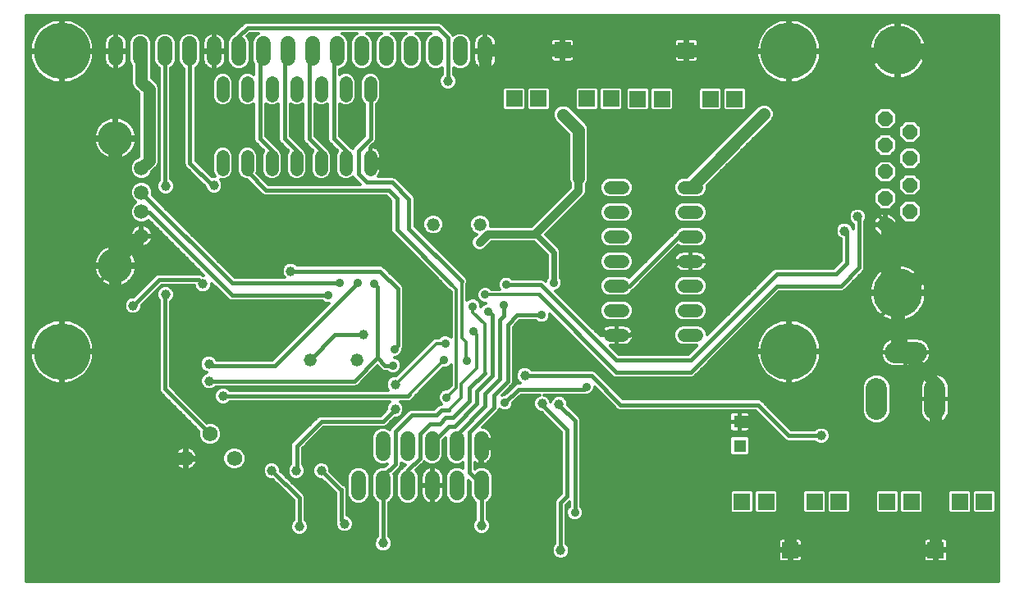
<source format=gbl>
G75*
%MOIN*%
%OFA0B0*%
%FSLAX24Y24*%
%IPPOS*%
%LPD*%
%AMOC8*
5,1,8,0,0,1.08239X$1,22.5*
%
%ADD10R,0.0515X0.0515*%
%ADD11C,0.0860*%
%ADD12C,0.0520*%
%ADD13C,0.0600*%
%ADD14R,0.0650X0.0650*%
%ADD15OC8,0.0600*%
%ADD16C,0.2000*%
%ADD17C,0.0594*%
%ADD18C,0.1406*%
%ADD19C,0.0520*%
%ADD20C,0.0620*%
%ADD21C,0.2300*%
%ADD22C,0.0160*%
%ADD23C,0.0396*%
%ADD24C,0.0500*%
%ADD25C,0.0357*%
%ADD26C,0.0320*%
%ADD27C,0.0240*%
%ADD28C,0.0560*%
%ADD29C,0.0120*%
D10*
X029943Y006141D03*
X029943Y007125D03*
D11*
X035506Y007616D02*
X035506Y008476D01*
X037868Y008476D02*
X037868Y007616D01*
X037117Y009936D02*
X036257Y009936D01*
D12*
X028203Y010633D02*
X027683Y010633D01*
X027683Y011633D02*
X028203Y011633D01*
X028203Y012633D02*
X027683Y012633D01*
X027683Y013633D02*
X028203Y013633D01*
X028203Y014633D02*
X027683Y014633D01*
X027683Y015633D02*
X028203Y015633D01*
X028203Y016633D02*
X027683Y016633D01*
X025203Y016633D02*
X024683Y016633D01*
X024683Y015633D02*
X025203Y015633D01*
X025203Y014633D02*
X024683Y014633D01*
X024683Y013633D02*
X025203Y013633D01*
X025203Y012633D02*
X024683Y012633D01*
X024683Y011633D02*
X025203Y011633D01*
X025203Y010633D02*
X024683Y010633D01*
X014943Y017373D02*
X014943Y017893D01*
X013943Y017893D02*
X013943Y017373D01*
X012943Y017373D02*
X012943Y017893D01*
X011943Y017893D02*
X011943Y017373D01*
X010943Y017373D02*
X010943Y017893D01*
X009943Y017893D02*
X009943Y017373D01*
X008943Y017373D02*
X008943Y017893D01*
X008943Y020373D02*
X008943Y020893D01*
X009943Y020893D02*
X009943Y020373D01*
X010943Y020373D02*
X010943Y020893D01*
X011943Y020893D02*
X011943Y020373D01*
X012943Y020373D02*
X012943Y020893D01*
X013943Y020893D02*
X013943Y020373D01*
X014943Y020373D02*
X014943Y020893D01*
D13*
X014596Y021880D02*
X014596Y022480D01*
X013596Y022480D02*
X013596Y021880D01*
X012596Y021880D02*
X012596Y022480D01*
X011596Y022480D02*
X011596Y021880D01*
X010596Y021880D02*
X010596Y022480D01*
X009596Y022480D02*
X009596Y021880D01*
X008596Y021880D02*
X008596Y022480D01*
X007596Y022480D02*
X007596Y021880D01*
X006596Y021880D02*
X006596Y022480D01*
X005596Y022480D02*
X005596Y021880D01*
X004596Y021880D02*
X004596Y022480D01*
X015596Y022480D02*
X015596Y021880D01*
X016596Y021880D02*
X016596Y022480D01*
X017596Y022480D02*
X017596Y021880D01*
X018596Y021880D02*
X018596Y022480D01*
X019596Y022480D02*
X019596Y021880D01*
X019443Y006433D02*
X019443Y005833D01*
X018443Y005833D02*
X018443Y006433D01*
X017443Y006433D02*
X017443Y005833D01*
X016443Y005833D02*
X016443Y006433D01*
X015443Y006433D02*
X015443Y005833D01*
X015462Y004834D02*
X015462Y004234D01*
X014462Y004234D02*
X014462Y004834D01*
X016462Y004834D02*
X016462Y004234D01*
X017462Y004234D02*
X017462Y004834D01*
X018462Y004834D02*
X018462Y004234D01*
X019462Y004234D02*
X019462Y004834D01*
D14*
X030033Y003865D03*
X031017Y003865D03*
X032986Y003865D03*
X033970Y003865D03*
X035935Y003865D03*
X036919Y003865D03*
X038887Y003865D03*
X039872Y003865D03*
X037903Y001897D03*
X032002Y001897D03*
X029742Y020239D03*
X028757Y020239D03*
X026789Y020239D03*
X025805Y020239D03*
X024714Y020251D03*
X023730Y020251D03*
X021761Y020251D03*
X020777Y020251D03*
X022746Y022219D03*
X027773Y022208D03*
D15*
X035860Y019442D03*
X036860Y018902D03*
X035860Y018362D03*
X036860Y017822D03*
X035860Y017282D03*
X036860Y016742D03*
X035860Y016202D03*
X036860Y015662D03*
X035860Y015122D03*
D16*
X036360Y012352D03*
X036360Y022212D03*
D17*
X005635Y017424D03*
X005635Y016440D03*
X005635Y015653D03*
X005635Y014668D03*
D18*
X004569Y013460D03*
X004569Y018633D03*
D19*
X017493Y015133D03*
X019393Y015133D03*
X014393Y009633D03*
X012493Y009633D03*
D20*
X008427Y006617D03*
X009411Y005633D03*
X007443Y005633D03*
D21*
X002411Y009975D03*
X002411Y022180D03*
X031939Y022180D03*
X031939Y009975D03*
D22*
X034202Y009975D01*
X036360Y012133D01*
X034793Y013381D02*
X034793Y015389D01*
X034734Y015448D01*
X034202Y014877D02*
X034301Y014779D01*
X034301Y013578D01*
X033856Y013133D01*
X031443Y013133D01*
X027943Y009633D01*
X024919Y009633D01*
X021860Y012692D01*
X020462Y012692D01*
X020344Y011865D02*
X020344Y011412D01*
X020206Y011275D01*
X020206Y008873D01*
X019596Y008263D01*
X019596Y007751D01*
X018478Y006633D01*
X018443Y006633D01*
X018443Y006133D01*
X018946Y006688D02*
X018946Y005050D01*
X019462Y004534D01*
X019443Y004515D01*
X019443Y002905D01*
X019458Y002889D01*
X017462Y001353D02*
X017443Y001334D01*
X017462Y001353D02*
X017462Y004534D01*
X016462Y004534D02*
X016462Y005153D01*
X016943Y005633D01*
X016943Y006633D01*
X017352Y007042D01*
X017746Y007042D01*
X018002Y007298D01*
X018277Y007298D01*
X018946Y007968D01*
X018946Y008479D01*
X019576Y009109D01*
X019891Y008991D02*
X019891Y011460D01*
X019722Y011609D01*
X020521Y011078D02*
X020895Y011452D01*
X021899Y011452D01*
X021781Y012279D02*
X024923Y009137D01*
X024943Y009137D01*
X024943Y009133D01*
X027943Y009133D01*
X031443Y012633D01*
X034045Y012633D01*
X034793Y013381D01*
X035860Y015122D02*
X035860Y015216D01*
X034443Y016633D01*
X032624Y016633D01*
X032588Y016668D01*
X027943Y014633D02*
X027443Y014633D01*
X025443Y012633D01*
X024943Y012633D01*
X026443Y012633D02*
X026443Y011633D01*
X025443Y010633D01*
X024943Y010633D01*
X023927Y008991D02*
X021210Y008991D01*
X020521Y008775D02*
X020521Y011078D01*
X018238Y012692D02*
X016013Y014916D01*
X016013Y016196D01*
X015679Y016531D01*
X010698Y016531D01*
X009943Y017286D01*
X009943Y017633D01*
X010943Y017633D02*
X010943Y018133D01*
X010443Y018633D01*
X010443Y022027D01*
X010596Y022180D01*
X011443Y022027D02*
X011596Y022180D01*
X011443Y022027D02*
X011443Y018633D01*
X011943Y018133D01*
X011943Y017633D01*
X012943Y017633D02*
X012943Y018133D01*
X012443Y018633D01*
X012443Y022027D01*
X012596Y022180D01*
X013443Y022027D02*
X013596Y022180D01*
X013443Y022027D02*
X013443Y018633D01*
X013943Y018133D01*
X013943Y017633D01*
X014443Y017196D02*
X014793Y016845D01*
X015836Y016845D01*
X016506Y016176D01*
X016506Y014975D01*
X018651Y012830D01*
X016053Y012515D02*
X016053Y010212D01*
X015915Y010074D01*
X015541Y009405D02*
X015226Y009719D01*
X015226Y012594D01*
X015088Y012731D01*
X014419Y012751D02*
X011053Y009385D01*
X008454Y009385D01*
X008376Y009464D01*
X008395Y008775D02*
X014281Y008775D01*
X015226Y009719D01*
X015541Y009405D02*
X015856Y009405D01*
X016533Y008231D02*
X016466Y008164D01*
X008946Y008164D01*
X008946Y006983D02*
X007470Y008460D01*
X007470Y010389D01*
X007785Y010704D01*
X010167Y010704D01*
X010187Y010684D01*
X012493Y009633D02*
X013504Y010645D01*
X014675Y010645D01*
X013218Y012259D02*
X009317Y012259D01*
X005943Y015633D01*
X005655Y015633D01*
X005635Y015653D01*
X005635Y016440D02*
X009324Y012751D01*
X013691Y012751D01*
X015324Y013243D02*
X011702Y013243D01*
X008139Y012712D02*
X007962Y012889D01*
X006352Y012889D01*
X005305Y011842D01*
X005324Y011137D02*
X004364Y011137D01*
X004360Y011133D01*
X002411Y011302D02*
X002411Y009975D01*
X002411Y011302D02*
X004569Y013460D01*
X006596Y012259D02*
X006624Y012286D01*
X006596Y012259D02*
X006596Y008448D01*
X008427Y006617D01*
X008946Y006294D02*
X008257Y005605D01*
X007470Y005605D01*
X007443Y005633D01*
X008946Y006294D02*
X008946Y006983D01*
X010939Y005133D02*
X012057Y004015D01*
X012057Y002869D01*
X013750Y003117D02*
X013891Y002975D01*
X013750Y003117D02*
X013750Y004345D01*
X013722Y004345D01*
X012946Y005121D01*
X011943Y005141D02*
X011935Y005133D01*
X011943Y005141D02*
X011943Y006133D01*
X012943Y007133D01*
X015443Y007133D01*
X015943Y007633D01*
X016624Y007397D02*
X017628Y007397D01*
X017824Y007594D01*
X018120Y007594D01*
X018139Y006944D02*
X018356Y006944D01*
X019261Y007849D01*
X019261Y008361D01*
X019891Y008991D01*
X020521Y008775D02*
X019943Y008196D01*
X019943Y007684D01*
X018946Y006688D01*
X018139Y006944D02*
X017443Y006247D01*
X017443Y006133D01*
X016624Y007397D02*
X015954Y006727D01*
X015954Y005408D01*
X015462Y004916D01*
X015462Y004534D01*
X015462Y002180D01*
X022667Y001948D02*
X022675Y001901D01*
X022667Y001948D02*
X022667Y003834D01*
X022923Y004090D01*
X022923Y006806D01*
X021919Y007810D01*
X021919Y007849D01*
X022608Y007830D02*
X022608Y007810D01*
X023257Y007160D01*
X023257Y003432D01*
X023246Y003420D01*
X025108Y007810D02*
X023927Y008991D01*
X023710Y008538D02*
X023612Y008440D01*
X020954Y008440D01*
X020403Y007889D01*
X025108Y007810D02*
X030679Y007810D01*
X031939Y006550D01*
X033257Y006550D01*
X026443Y012633D02*
X027443Y013633D01*
X027943Y013633D01*
X016053Y012515D02*
X015324Y013243D01*
X008584Y016727D02*
X008513Y016727D01*
X007608Y017633D01*
X007608Y022168D01*
X007596Y022180D01*
X006596Y022180D02*
X006596Y016716D01*
X006624Y016688D01*
X014443Y017196D02*
X014443Y018133D01*
X014943Y018633D01*
X014943Y020633D01*
X018100Y020960D02*
X018100Y022712D01*
X017679Y023133D01*
X009943Y023133D01*
X009596Y022786D01*
X009596Y022180D01*
X005635Y022141D02*
X005596Y022180D01*
X004596Y022180D02*
X002411Y022180D01*
X031939Y022180D02*
X036327Y022180D01*
X036360Y022212D01*
D23*
X030935Y019621D03*
X032588Y016668D03*
X034734Y015448D03*
X034202Y014877D03*
X023395Y017042D03*
X021820Y015763D03*
X018435Y016117D03*
X022765Y019601D03*
X018100Y020960D03*
X008584Y016727D03*
X006624Y016688D03*
X011702Y013243D03*
X008139Y012712D03*
X006624Y012286D03*
X005305Y011842D03*
X005324Y011137D03*
X008376Y009464D03*
X008395Y008775D03*
X008946Y008164D03*
X004360Y008932D03*
X010939Y005133D03*
X011935Y005133D03*
X012946Y005121D03*
X013891Y002975D03*
X015462Y002180D03*
X014635Y001334D03*
X012057Y002869D03*
X008553Y001334D03*
X003242Y003912D03*
X014675Y010645D03*
X015943Y008633D03*
X015943Y007633D03*
X021171Y006235D03*
X022411Y006235D03*
X022608Y007830D03*
X021919Y007849D03*
X021210Y008991D03*
X025305Y008361D03*
X026092Y008361D03*
X033257Y006550D03*
X022675Y001901D03*
X020344Y001334D03*
X019458Y002889D03*
D24*
X020344Y001334D02*
X017443Y001334D01*
X014635Y001334D01*
X008553Y001334D01*
X005443Y001334D01*
X004360Y002416D01*
X004360Y003873D01*
X004320Y003912D01*
X003242Y003912D01*
X004360Y003873D02*
X004360Y005633D01*
X007443Y005633D01*
X004360Y005633D02*
X004360Y008932D01*
X004360Y011133D01*
X004360Y012101D01*
X004596Y012338D01*
X004569Y012365D01*
X004569Y013460D01*
X004569Y013601D02*
X005635Y014668D01*
X005635Y017424D02*
X005943Y017731D01*
X005943Y020633D01*
X005635Y020940D01*
X005635Y022141D01*
X014943Y017633D02*
X016053Y017633D01*
X018435Y020015D01*
X018435Y016117D01*
X021820Y015763D02*
X021820Y017755D01*
X018998Y020578D01*
X019596Y021176D01*
X019596Y022180D01*
X019635Y022219D01*
X022746Y022219D01*
X022757Y022208D01*
X027773Y022208D01*
X028466Y022208D01*
X028474Y022200D01*
X029143Y022200D01*
X031131Y020212D01*
X033631Y020212D01*
X035632Y022212D01*
X036360Y022212D01*
X030935Y019621D02*
X030931Y019621D01*
X027943Y016633D01*
X023395Y017042D02*
X023395Y018971D01*
X022765Y019601D01*
X018998Y020578D02*
X018435Y020015D01*
X035860Y015122D02*
X035953Y015122D01*
X036687Y009936D02*
X036687Y009889D01*
X037943Y008633D01*
X037943Y008121D01*
X037868Y008046D01*
X037903Y008011D01*
X037903Y001897D01*
X032002Y001897D01*
X032002Y005574D01*
X030443Y007133D01*
X029950Y007133D01*
X029943Y007125D01*
X022439Y006235D02*
X021171Y006235D01*
X021198Y006235D01*
X021801Y006243D01*
X021801Y002534D01*
X020600Y001334D01*
X020344Y001334D01*
X019443Y006133D02*
X019545Y006235D01*
X021171Y006235D01*
D25*
X020403Y007889D03*
X018033Y008109D03*
X015856Y009405D03*
X015915Y010074D03*
X017931Y009629D03*
X018848Y009582D03*
X017982Y010310D03*
X019124Y010802D03*
X019104Y011806D03*
X019722Y011609D03*
X020344Y011865D03*
X019608Y012279D03*
X020462Y012692D03*
X021899Y011452D03*
X023907Y011275D03*
X022391Y012771D03*
X019380Y014405D03*
X018750Y014247D03*
X015088Y012731D03*
X014419Y012751D03*
X013691Y012751D03*
X013218Y012259D03*
X010187Y010684D03*
X023246Y003420D03*
X023710Y008538D03*
D26*
X019380Y014405D02*
X019714Y014739D01*
X021624Y014739D01*
X021643Y014759D01*
X023395Y016511D01*
X023395Y017042D01*
D27*
X021643Y014759D02*
X022391Y014011D01*
X022391Y012771D01*
X023907Y011275D02*
X024549Y010633D01*
X024943Y010633D01*
X018750Y014247D02*
X018435Y014562D01*
X018435Y016117D01*
D28*
X004569Y013601D02*
X004569Y013460D01*
X004569Y013601D02*
X004569Y018633D01*
X035953Y015122D02*
X035953Y012759D01*
X036360Y012352D01*
X036360Y012133D01*
X037943Y013716D01*
X037943Y021633D01*
X037363Y022212D01*
X036360Y022212D01*
X036360Y012133D02*
X036360Y009936D01*
X036687Y009936D01*
D29*
X000943Y000633D02*
X000943Y023633D01*
X040443Y023633D01*
X040443Y000633D01*
X000943Y000633D01*
X000943Y000725D02*
X040443Y000725D01*
X040443Y000844D02*
X000943Y000844D01*
X000943Y000962D02*
X040443Y000962D01*
X040443Y001081D02*
X000943Y001081D01*
X000943Y001199D02*
X040443Y001199D01*
X040443Y001318D02*
X000943Y001318D01*
X000943Y001436D02*
X031591Y001436D01*
X031579Y001444D02*
X031615Y001423D01*
X031656Y001412D01*
X031953Y001412D01*
X031953Y001848D01*
X032050Y001848D01*
X032050Y001412D01*
X032347Y001412D01*
X032388Y001423D01*
X032425Y001444D01*
X032454Y001474D01*
X032475Y001510D01*
X032486Y001551D01*
X032486Y001848D01*
X032050Y001848D01*
X032050Y001945D01*
X032486Y001945D01*
X032486Y002243D01*
X032475Y002283D01*
X032454Y002320D01*
X032425Y002349D01*
X032388Y002371D01*
X032347Y002381D01*
X032050Y002381D01*
X032050Y001945D01*
X031953Y001945D01*
X031953Y001848D01*
X031517Y001848D01*
X031517Y001551D01*
X031528Y001510D01*
X031549Y001474D01*
X031579Y001444D01*
X031517Y001555D02*
X022776Y001555D01*
X022746Y001542D02*
X022878Y001597D01*
X022978Y001698D01*
X023033Y001829D01*
X023033Y001972D01*
X022978Y002103D01*
X022907Y002175D01*
X022907Y003734D01*
X023017Y003845D01*
X023017Y003671D01*
X022959Y003612D01*
X022907Y003488D01*
X022907Y003353D01*
X022959Y003229D01*
X023054Y003133D01*
X023178Y003082D01*
X023313Y003082D01*
X023437Y003133D01*
X023533Y003229D01*
X023584Y003353D01*
X023584Y003488D01*
X023533Y003612D01*
X023497Y003647D01*
X023497Y007208D01*
X023461Y007296D01*
X023393Y007364D01*
X022966Y007791D01*
X022966Y007901D01*
X022911Y008033D01*
X022811Y008133D01*
X022679Y008188D01*
X022537Y008188D01*
X022405Y008133D01*
X022304Y008033D01*
X022267Y007944D01*
X022222Y008052D01*
X022122Y008153D01*
X022008Y008200D01*
X023778Y008200D01*
X023902Y008251D01*
X023997Y008347D01*
X024049Y008471D01*
X024049Y008530D01*
X024972Y007607D01*
X025060Y007570D01*
X030579Y007570D01*
X031803Y006347D01*
X031891Y006310D01*
X032991Y006310D01*
X033055Y006247D01*
X033186Y006192D01*
X033329Y006192D01*
X033460Y006247D01*
X033561Y006347D01*
X033616Y006479D01*
X033616Y006621D01*
X033561Y006753D01*
X033460Y006854D01*
X033329Y006908D01*
X033186Y006908D01*
X033055Y006854D01*
X032991Y006790D01*
X032038Y006790D01*
X030882Y007946D01*
X030815Y008014D01*
X030726Y008050D01*
X025207Y008050D01*
X024130Y009127D01*
X024063Y009195D01*
X023975Y009231D01*
X021477Y009231D01*
X021413Y009295D01*
X021281Y009349D01*
X021139Y009349D01*
X021007Y009295D01*
X020907Y009194D01*
X020852Y009062D01*
X020852Y008920D01*
X020907Y008788D01*
X021007Y008688D01*
X021026Y008680D01*
X020907Y008680D01*
X020818Y008643D01*
X020751Y008576D01*
X020402Y008227D01*
X020336Y008227D01*
X020297Y008211D01*
X020657Y008571D01*
X020725Y008639D01*
X020761Y008727D01*
X020761Y010978D01*
X020995Y011212D01*
X021661Y011212D01*
X021708Y011165D01*
X021832Y011113D01*
X021967Y011113D01*
X022091Y011165D01*
X022186Y011260D01*
X022238Y011384D01*
X022238Y011483D01*
X024787Y008933D01*
X024875Y008897D01*
X024885Y008897D01*
X024895Y008893D01*
X027990Y008893D01*
X028078Y008929D01*
X031542Y012393D01*
X034093Y012393D01*
X034181Y012429D01*
X034929Y013177D01*
X034996Y013245D01*
X035033Y013333D01*
X035033Y015240D01*
X035037Y015245D01*
X035092Y015377D01*
X035092Y015519D01*
X035037Y015651D01*
X034937Y015751D01*
X034805Y015806D01*
X034663Y015806D01*
X034531Y015751D01*
X034430Y015651D01*
X034376Y015519D01*
X034376Y015377D01*
X034430Y015245D01*
X034531Y015144D01*
X034553Y015135D01*
X034553Y014966D01*
X034506Y015080D01*
X034405Y015181D01*
X034274Y015235D01*
X034131Y015235D01*
X034000Y015181D01*
X033899Y015080D01*
X033844Y014948D01*
X033844Y014806D01*
X033899Y014674D01*
X034000Y014573D01*
X034061Y014548D01*
X034061Y013677D01*
X033756Y013373D01*
X031395Y013373D01*
X031307Y013336D01*
X031239Y013269D01*
X028623Y010652D01*
X028623Y010716D01*
X028559Y010871D01*
X028440Y010989D01*
X028286Y011053D01*
X027599Y011053D01*
X027445Y010989D01*
X027326Y010871D01*
X027263Y010716D01*
X027263Y010549D01*
X027326Y010395D01*
X027445Y010277D01*
X027599Y010213D01*
X028183Y010213D01*
X027843Y009873D01*
X025018Y009873D01*
X024678Y010213D01*
X024923Y010213D01*
X024923Y010613D01*
X024963Y010613D01*
X024963Y010653D01*
X025623Y010653D01*
X025623Y010666D01*
X025612Y010731D01*
X025592Y010794D01*
X025562Y010853D01*
X025523Y010906D01*
X025476Y010953D01*
X025423Y010992D01*
X025364Y011022D01*
X025301Y011043D01*
X025236Y011053D01*
X024963Y011053D01*
X024963Y010653D01*
X024923Y010653D01*
X024923Y011053D01*
X024649Y011053D01*
X024584Y011043D01*
X024521Y011022D01*
X024462Y010992D01*
X024409Y010953D01*
X024362Y010906D01*
X024323Y010853D01*
X024293Y010794D01*
X024273Y010731D01*
X024263Y010666D01*
X024263Y010653D01*
X024923Y010653D01*
X024923Y010613D01*
X024278Y010613D01*
X022459Y012432D01*
X022583Y012484D01*
X022678Y012579D01*
X022730Y012703D01*
X022730Y012838D01*
X022678Y012962D01*
X022671Y012969D01*
X022671Y014067D01*
X022629Y014169D01*
X022068Y014731D01*
X023667Y016330D01*
X023715Y016447D01*
X023715Y016782D01*
X023743Y016810D01*
X023805Y016961D01*
X023805Y019053D01*
X023743Y019204D01*
X022998Y019949D01*
X022847Y020011D01*
X022684Y020011D01*
X022533Y019949D01*
X022418Y019834D01*
X022355Y019683D01*
X022355Y019520D01*
X022418Y019369D01*
X022985Y018802D01*
X022985Y016961D01*
X023048Y016810D01*
X023075Y016782D01*
X023075Y016643D01*
X021491Y015059D01*
X019813Y015059D01*
X019813Y015216D01*
X019749Y015371D01*
X019630Y015489D01*
X019476Y015553D01*
X019309Y015553D01*
X019155Y015489D01*
X019036Y015371D01*
X018973Y015216D01*
X018973Y015049D01*
X019036Y014895D01*
X019155Y014777D01*
X019257Y014734D01*
X019232Y014710D01*
X019188Y014691D01*
X019093Y014596D01*
X019041Y014472D01*
X019041Y014337D01*
X019093Y014213D01*
X019188Y014118D01*
X019312Y014066D01*
X019447Y014066D01*
X019571Y014118D01*
X019666Y014213D01*
X019685Y014257D01*
X019847Y014419D01*
X021587Y014419D01*
X022111Y013895D01*
X022111Y012969D01*
X022104Y012962D01*
X022053Y012838D01*
X021996Y012895D01*
X021908Y012932D01*
X020701Y012932D01*
X020654Y012979D01*
X020530Y013030D01*
X020395Y013030D01*
X020271Y012979D01*
X020175Y012884D01*
X020124Y012759D01*
X020124Y012625D01*
X020175Y012500D01*
X020177Y012499D01*
X019866Y012499D01*
X019800Y012565D01*
X019675Y012617D01*
X019541Y012617D01*
X019416Y012565D01*
X019321Y012470D01*
X019269Y012346D01*
X019269Y012211D01*
X019321Y012087D01*
X019416Y011992D01*
X019541Y011940D01*
X019636Y011940D01*
X019530Y011896D01*
X019442Y011808D01*
X019442Y011873D01*
X019391Y011998D01*
X019296Y012093D01*
X019171Y012145D01*
X019037Y012145D01*
X018912Y012093D01*
X018871Y012052D01*
X018871Y012734D01*
X018891Y012782D01*
X018891Y012877D01*
X018855Y012966D01*
X016746Y015075D01*
X016746Y016224D01*
X016709Y016312D01*
X016641Y016380D01*
X015972Y017049D01*
X015884Y017085D01*
X015249Y017085D01*
X015263Y017099D01*
X015302Y017153D01*
X015332Y017212D01*
X015352Y017275D01*
X015363Y017340D01*
X015363Y017613D01*
X014963Y017613D01*
X014963Y017653D01*
X015363Y017653D01*
X015363Y017926D01*
X015352Y017991D01*
X015332Y018054D01*
X015302Y018113D01*
X015263Y018166D01*
X015216Y018213D01*
X015163Y018252D01*
X015104Y018282D01*
X015041Y018303D01*
X014976Y018313D01*
X014963Y018313D01*
X014963Y017653D01*
X014923Y017653D01*
X014923Y018273D01*
X015146Y018497D01*
X015183Y018585D01*
X015183Y020019D01*
X015299Y020135D01*
X015363Y020289D01*
X015363Y020976D01*
X015299Y021131D01*
X015180Y021249D01*
X015026Y021313D01*
X014859Y021313D01*
X014705Y021249D01*
X014586Y021131D01*
X014523Y020976D01*
X014523Y020289D01*
X014586Y020135D01*
X014703Y020019D01*
X014703Y018732D01*
X014307Y018336D01*
X014239Y018269D01*
X014216Y018213D01*
X014180Y018249D01*
X014149Y018262D01*
X014146Y018269D01*
X013683Y018732D01*
X013683Y020039D01*
X013705Y020017D01*
X013859Y019953D01*
X014026Y019953D01*
X014180Y020017D01*
X014299Y020135D01*
X014363Y020289D01*
X014363Y020976D01*
X014299Y021131D01*
X014180Y021249D01*
X014026Y021313D01*
X013859Y021313D01*
X013705Y021249D01*
X013683Y021227D01*
X013683Y021420D01*
X013688Y021420D01*
X013857Y021490D01*
X013986Y021620D01*
X014056Y021789D01*
X014056Y022572D01*
X013986Y022741D01*
X013857Y022870D01*
X013802Y022893D01*
X014391Y022893D01*
X014335Y022870D01*
X014206Y022741D01*
X014136Y022572D01*
X014136Y021789D01*
X014206Y021620D01*
X014335Y021490D01*
X014505Y021420D01*
X014688Y021420D01*
X014857Y021490D01*
X014986Y021620D01*
X015056Y021789D01*
X015056Y022572D01*
X014986Y022741D01*
X014857Y022870D01*
X014802Y022893D01*
X015391Y022893D01*
X015335Y022870D01*
X015206Y022741D01*
X015136Y022572D01*
X015136Y021789D01*
X015206Y021620D01*
X015335Y021490D01*
X015505Y021420D01*
X015688Y021420D01*
X015857Y021490D01*
X015986Y021620D01*
X016056Y021789D01*
X016056Y022572D01*
X015986Y022741D01*
X015857Y022870D01*
X015802Y022893D01*
X016391Y022893D01*
X016335Y022870D01*
X016206Y022741D01*
X016136Y022572D01*
X016136Y021789D01*
X016206Y021620D01*
X016335Y021490D01*
X016505Y021420D01*
X016688Y021420D01*
X016857Y021490D01*
X016986Y021620D01*
X017056Y021789D01*
X017056Y022572D01*
X016986Y022741D01*
X016857Y022870D01*
X016802Y022893D01*
X017391Y022893D01*
X017335Y022870D01*
X017206Y022741D01*
X017136Y022572D01*
X017136Y021789D01*
X017206Y021620D01*
X017335Y021490D01*
X017505Y021420D01*
X017688Y021420D01*
X017857Y021490D01*
X017860Y021494D01*
X017860Y021226D01*
X017796Y021162D01*
X017742Y021031D01*
X017742Y020888D01*
X017796Y020757D01*
X017897Y020656D01*
X018029Y020602D01*
X018171Y020602D01*
X018303Y020656D01*
X018404Y020757D01*
X018458Y020888D01*
X018458Y021031D01*
X018404Y021162D01*
X018340Y021226D01*
X018340Y021488D01*
X018505Y021420D01*
X018688Y021420D01*
X018857Y021490D01*
X018986Y021620D01*
X019056Y021789D01*
X019056Y022572D01*
X018986Y022741D01*
X018857Y022870D01*
X018688Y022940D01*
X018505Y022940D01*
X018335Y022870D01*
X018306Y022841D01*
X018303Y022848D01*
X018236Y022915D01*
X017815Y023336D01*
X017726Y023373D01*
X009895Y023373D01*
X009807Y023336D01*
X009739Y023269D01*
X009393Y022922D01*
X009378Y022888D01*
X009335Y022870D01*
X009206Y022741D01*
X009136Y022572D01*
X009136Y021789D01*
X009206Y021620D01*
X009335Y021490D01*
X009505Y021420D01*
X009688Y021420D01*
X009857Y021490D01*
X009986Y021620D01*
X010056Y021789D01*
X010056Y022572D01*
X009986Y022741D01*
X009938Y022789D01*
X010042Y022893D01*
X010391Y022893D01*
X010335Y022870D01*
X010206Y022741D01*
X010136Y022572D01*
X010136Y021789D01*
X010203Y021628D01*
X010203Y021227D01*
X010180Y021249D01*
X010026Y021313D01*
X009859Y021313D01*
X009705Y021249D01*
X009586Y021131D01*
X009523Y020976D01*
X009523Y020289D01*
X009586Y020135D01*
X009705Y020017D01*
X009859Y019953D01*
X010026Y019953D01*
X010180Y020017D01*
X010203Y020039D01*
X010203Y018585D01*
X010239Y018497D01*
X010307Y018429D01*
X010596Y018140D01*
X010586Y018131D01*
X010523Y017976D01*
X010523Y017289D01*
X010586Y017135D01*
X010705Y017017D01*
X010859Y016953D01*
X011026Y016953D01*
X011180Y017017D01*
X011299Y017135D01*
X011363Y017289D01*
X011363Y017976D01*
X011299Y018131D01*
X011180Y018249D01*
X011149Y018262D01*
X011146Y018269D01*
X010683Y018732D01*
X010683Y020039D01*
X010705Y020017D01*
X010859Y019953D01*
X011026Y019953D01*
X011180Y020017D01*
X011203Y020039D01*
X011203Y018585D01*
X011239Y018497D01*
X011307Y018429D01*
X011596Y018140D01*
X011586Y018131D01*
X011523Y017976D01*
X011523Y017289D01*
X011586Y017135D01*
X011705Y017017D01*
X011859Y016953D01*
X012026Y016953D01*
X012180Y017017D01*
X012299Y017135D01*
X012363Y017289D01*
X012363Y017976D01*
X012299Y018131D01*
X012180Y018249D01*
X012149Y018262D01*
X012146Y018269D01*
X011683Y018732D01*
X011683Y020039D01*
X011705Y020017D01*
X011859Y019953D01*
X012026Y019953D01*
X012180Y020017D01*
X012203Y020039D01*
X012203Y018585D01*
X012239Y018497D01*
X012307Y018429D01*
X012596Y018140D01*
X012586Y018131D01*
X012523Y017976D01*
X012523Y017289D01*
X012586Y017135D01*
X012705Y017017D01*
X012859Y016953D01*
X013026Y016953D01*
X013180Y017017D01*
X013299Y017135D01*
X013363Y017289D01*
X013363Y017976D01*
X013299Y018131D01*
X013180Y018249D01*
X013149Y018262D01*
X013146Y018269D01*
X013078Y018336D01*
X012683Y018732D01*
X012683Y020039D01*
X012705Y020017D01*
X012859Y019953D01*
X013026Y019953D01*
X013180Y020017D01*
X013203Y020039D01*
X013203Y018585D01*
X013239Y018497D01*
X013307Y018429D01*
X013596Y018140D01*
X013586Y018131D01*
X013523Y017976D01*
X013523Y017289D01*
X013586Y017135D01*
X013705Y017017D01*
X013859Y016953D01*
X014026Y016953D01*
X014180Y017017D01*
X014235Y017071D01*
X014239Y017060D01*
X014528Y016771D01*
X010798Y016771D01*
X010338Y017230D01*
X010363Y017289D01*
X010363Y017976D01*
X010299Y018131D01*
X010180Y018249D01*
X010026Y018313D01*
X009859Y018313D01*
X009705Y018249D01*
X009586Y018131D01*
X009523Y017976D01*
X009523Y017289D01*
X009586Y017135D01*
X009705Y017017D01*
X009859Y016953D01*
X009937Y016953D01*
X010495Y016395D01*
X010562Y016327D01*
X010651Y016291D01*
X015579Y016291D01*
X015773Y016096D01*
X015773Y014869D01*
X015810Y014780D01*
X018102Y012488D01*
X018150Y012468D01*
X018215Y012404D01*
X018215Y010556D01*
X018174Y010597D01*
X018049Y010648D01*
X017915Y010648D01*
X017790Y010597D01*
X017723Y010530D01*
X017529Y010530D01*
X015990Y008991D01*
X015871Y008991D01*
X015740Y008936D01*
X015639Y008836D01*
X015584Y008704D01*
X015584Y008562D01*
X015639Y008430D01*
X015665Y008404D01*
X009213Y008404D01*
X009149Y008468D01*
X009018Y008522D01*
X008875Y008522D01*
X008744Y008468D01*
X008643Y008367D01*
X008588Y008236D01*
X008588Y008093D01*
X008643Y007962D01*
X008744Y007861D01*
X008875Y007806D01*
X009018Y007806D01*
X009149Y007861D01*
X009213Y007924D01*
X015728Y007924D01*
X015639Y007836D01*
X015584Y007704D01*
X015584Y007614D01*
X015343Y007373D01*
X012895Y007373D01*
X012807Y007336D01*
X011807Y006336D01*
X011739Y006269D01*
X011703Y006181D01*
X011703Y005407D01*
X011631Y005336D01*
X011577Y005204D01*
X011577Y005062D01*
X011631Y004930D01*
X011732Y004829D01*
X011863Y004775D01*
X012006Y004775D01*
X012137Y004829D01*
X012238Y004930D01*
X012293Y005062D01*
X012293Y005204D01*
X012238Y005336D01*
X012183Y005391D01*
X012183Y006033D01*
X013042Y006893D01*
X015490Y006893D01*
X015578Y006929D01*
X015924Y007275D01*
X016014Y007275D01*
X016145Y007329D01*
X016246Y007430D01*
X016301Y007562D01*
X016301Y007704D01*
X016246Y007836D01*
X016157Y007924D01*
X016514Y007924D01*
X016602Y007961D01*
X016737Y008095D01*
X016757Y008144D01*
X017903Y009291D01*
X017998Y009291D01*
X018122Y009342D01*
X018215Y009434D01*
X018215Y008602D01*
X018060Y008448D01*
X017966Y008448D01*
X017841Y008396D01*
X017746Y008301D01*
X017695Y008177D01*
X017695Y008042D01*
X017746Y007918D01*
X017830Y007834D01*
X017777Y007834D01*
X017688Y007797D01*
X017621Y007729D01*
X017528Y007637D01*
X016576Y007637D01*
X016488Y007600D01*
X016420Y007533D01*
X015751Y006863D01*
X015725Y006801D01*
X015703Y006823D01*
X015534Y006893D01*
X015351Y006893D01*
X015182Y006823D01*
X015053Y006693D01*
X014983Y006524D01*
X014983Y005741D01*
X015053Y005572D01*
X015182Y005443D01*
X015351Y005373D01*
X015534Y005373D01*
X015611Y005405D01*
X015501Y005294D01*
X015371Y005294D01*
X015202Y005224D01*
X015072Y005095D01*
X015002Y004926D01*
X015002Y004143D01*
X015072Y003974D01*
X015202Y003844D01*
X015222Y003836D01*
X015222Y002447D01*
X015159Y002383D01*
X015104Y002251D01*
X015104Y002109D01*
X015159Y001977D01*
X015259Y001877D01*
X015391Y001822D01*
X015533Y001822D01*
X015665Y001877D01*
X015766Y001977D01*
X015820Y002109D01*
X015820Y002251D01*
X015766Y002383D01*
X015702Y002447D01*
X015702Y003836D01*
X015723Y003844D01*
X015852Y003974D01*
X015922Y004143D01*
X015922Y004926D01*
X015890Y005004D01*
X016090Y005205D01*
X016158Y005273D01*
X016194Y005361D01*
X016194Y005438D01*
X016345Y005375D01*
X016259Y005289D01*
X016239Y005240D01*
X016202Y005224D01*
X016072Y005095D01*
X016002Y004926D01*
X016002Y004143D01*
X016072Y003974D01*
X016202Y003844D01*
X016371Y003774D01*
X016554Y003774D01*
X016723Y003844D01*
X016852Y003974D01*
X016922Y004143D01*
X016922Y004926D01*
X016852Y005095D01*
X016798Y005149D01*
X017078Y005429D01*
X017078Y005429D01*
X017137Y005488D01*
X017182Y005443D01*
X017351Y005373D01*
X017534Y005373D01*
X017703Y005443D01*
X017832Y005572D01*
X017903Y005741D01*
X017903Y006368D01*
X017983Y006448D01*
X017983Y005741D01*
X018053Y005572D01*
X018182Y005443D01*
X018351Y005373D01*
X018534Y005373D01*
X018703Y005443D01*
X018706Y005446D01*
X018706Y005231D01*
X018554Y005294D01*
X018371Y005294D01*
X018202Y005224D01*
X018072Y005095D01*
X018002Y004926D01*
X018002Y004143D01*
X018072Y003974D01*
X018202Y003844D01*
X018371Y003774D01*
X018554Y003774D01*
X018723Y003844D01*
X018852Y003974D01*
X018922Y004143D01*
X018922Y004735D01*
X019002Y004655D01*
X019002Y004143D01*
X019072Y003974D01*
X019202Y003844D01*
X019203Y003844D02*
X019203Y003139D01*
X019155Y003092D01*
X019100Y002960D01*
X019100Y002818D01*
X019155Y002686D01*
X019255Y002585D01*
X019387Y002531D01*
X019530Y002531D01*
X019661Y002585D01*
X019762Y002686D01*
X019816Y002818D01*
X019816Y002960D01*
X019762Y003092D01*
X019683Y003171D01*
X019683Y003828D01*
X019723Y003844D01*
X019852Y003974D01*
X019922Y004143D01*
X019922Y004926D01*
X019852Y005095D01*
X019723Y005224D01*
X019554Y005294D01*
X019371Y005294D01*
X019202Y005224D01*
X019186Y005209D01*
X019186Y005450D01*
X019201Y005439D01*
X019266Y005407D01*
X019335Y005384D01*
X019403Y005373D01*
X019403Y006093D01*
X019483Y006093D01*
X019483Y006173D01*
X019903Y006173D01*
X019903Y006469D01*
X019891Y006541D01*
X019869Y006609D01*
X019836Y006674D01*
X019793Y006733D01*
X019742Y006784D01*
X019684Y006826D01*
X019619Y006859D01*
X019550Y006882D01*
X019489Y006891D01*
X020078Y007481D01*
X020146Y007548D01*
X020181Y007632D01*
X020211Y007602D01*
X020336Y007550D01*
X020470Y007550D01*
X020595Y007602D01*
X020690Y007697D01*
X020742Y007821D01*
X020742Y007888D01*
X021054Y008200D01*
X021829Y008200D01*
X021716Y008153D01*
X021615Y008052D01*
X021561Y007921D01*
X021561Y007778D01*
X021615Y007647D01*
X021716Y007546D01*
X021848Y007491D01*
X021898Y007491D01*
X022683Y006707D01*
X022683Y004189D01*
X022531Y004037D01*
X022463Y003970D01*
X022427Y003881D01*
X022427Y002159D01*
X022371Y002103D01*
X022317Y001972D01*
X022317Y001829D01*
X022371Y001698D01*
X022472Y001597D01*
X022604Y001542D01*
X022746Y001542D01*
X022574Y001555D02*
X000943Y001555D01*
X000943Y001673D02*
X022396Y001673D01*
X022332Y001792D02*
X000943Y001792D01*
X000943Y001910D02*
X015226Y001910D01*
X015137Y002029D02*
X000943Y002029D01*
X000943Y002147D02*
X015104Y002147D01*
X015110Y002266D02*
X000943Y002266D01*
X000943Y002384D02*
X015160Y002384D01*
X015222Y002503D02*
X000943Y002503D01*
X000943Y002621D02*
X011798Y002621D01*
X011753Y002666D02*
X011854Y002566D01*
X011985Y002511D01*
X012128Y002511D01*
X012260Y002566D01*
X012360Y002666D01*
X012415Y002798D01*
X012415Y002940D01*
X012360Y003072D01*
X012297Y003136D01*
X012297Y004063D01*
X012260Y004151D01*
X011297Y005114D01*
X011297Y005204D01*
X011242Y005336D01*
X011141Y005436D01*
X011010Y005491D01*
X010867Y005491D01*
X010736Y005436D01*
X010635Y005336D01*
X010580Y005204D01*
X010580Y005062D01*
X010635Y004930D01*
X010736Y004829D01*
X010867Y004775D01*
X010957Y004775D01*
X011817Y003915D01*
X011817Y003136D01*
X011753Y003072D01*
X011699Y002940D01*
X011699Y002798D01*
X011753Y002666D01*
X011723Y002740D02*
X000943Y002740D01*
X000943Y002858D02*
X011699Y002858D01*
X011714Y002977D02*
X000943Y002977D01*
X000943Y003095D02*
X011777Y003095D01*
X011817Y003214D02*
X000943Y003214D01*
X000943Y003332D02*
X011817Y003332D01*
X011817Y003451D02*
X000943Y003451D01*
X000943Y003569D02*
X011817Y003569D01*
X011817Y003688D02*
X000943Y003688D01*
X000943Y003806D02*
X011817Y003806D01*
X011807Y003925D02*
X000943Y003925D01*
X000943Y004043D02*
X011689Y004043D01*
X011570Y004162D02*
X000943Y004162D01*
X000943Y004280D02*
X011452Y004280D01*
X011333Y004399D02*
X000943Y004399D01*
X000943Y004517D02*
X011215Y004517D01*
X011096Y004636D02*
X000943Y004636D01*
X000943Y004754D02*
X010978Y004754D01*
X010692Y004873D02*
X000943Y004873D01*
X000943Y004991D02*
X010610Y004991D01*
X010580Y005110D02*
X000943Y005110D01*
X000943Y005228D02*
X007201Y005228D01*
X007196Y005231D02*
X007262Y005197D01*
X007332Y005174D01*
X007399Y005164D01*
X007399Y005590D01*
X006973Y005590D01*
X006984Y005523D01*
X007007Y005452D01*
X007041Y005387D01*
X007084Y005327D01*
X007136Y005274D01*
X007196Y005231D01*
X007069Y005347D02*
X000943Y005347D01*
X000943Y005465D02*
X007003Y005465D01*
X006974Y005584D02*
X000943Y005584D01*
X000943Y005702D02*
X006978Y005702D01*
X006973Y005676D02*
X007399Y005676D01*
X007399Y005590D01*
X007486Y005590D01*
X007486Y005676D01*
X007912Y005676D01*
X007901Y005743D01*
X007878Y005813D01*
X007845Y005879D01*
X007801Y005939D01*
X007749Y005991D01*
X007689Y006035D01*
X007623Y006068D01*
X007553Y006091D01*
X007486Y006102D01*
X007486Y005676D01*
X007399Y005676D01*
X007399Y006102D01*
X007332Y006091D01*
X007262Y006068D01*
X007196Y006035D01*
X007136Y005991D01*
X007084Y005939D01*
X007041Y005879D01*
X007007Y005813D01*
X006984Y005743D01*
X006973Y005676D01*
X007011Y005821D02*
X000943Y005821D01*
X000943Y005939D02*
X007084Y005939D01*
X007241Y006058D02*
X000943Y006058D01*
X000943Y006176D02*
X008263Y006176D01*
X008333Y006147D02*
X008161Y006219D01*
X008028Y006351D01*
X007957Y006524D01*
X007957Y006711D01*
X007968Y006737D01*
X006460Y008244D01*
X006460Y008244D01*
X006393Y008312D01*
X006356Y008400D01*
X006356Y012048D01*
X006320Y012084D01*
X006266Y012215D01*
X006266Y012358D01*
X006320Y012489D01*
X006421Y012590D01*
X006552Y012645D01*
X006695Y012645D01*
X006826Y012590D01*
X006927Y012489D01*
X006982Y012358D01*
X006982Y012215D01*
X006927Y012084D01*
X006836Y011992D01*
X006836Y008547D01*
X008307Y007076D01*
X008333Y007087D01*
X008520Y007087D01*
X008693Y007016D01*
X008825Y006883D01*
X008897Y006711D01*
X008897Y006524D01*
X008825Y006351D01*
X008693Y006219D01*
X008520Y006147D01*
X008333Y006147D01*
X008591Y006176D02*
X011703Y006176D01*
X011703Y006058D02*
X009613Y006058D01*
X009677Y006031D02*
X009505Y006103D01*
X009318Y006103D01*
X009145Y006031D01*
X009013Y005899D01*
X008941Y005726D01*
X008941Y005539D01*
X009013Y005367D01*
X009145Y005234D01*
X009318Y005163D01*
X009505Y005163D01*
X009677Y005234D01*
X009810Y005367D01*
X009881Y005539D01*
X009881Y005726D01*
X009810Y005899D01*
X009677Y006031D01*
X009769Y005939D02*
X011703Y005939D01*
X011703Y005821D02*
X009842Y005821D01*
X009881Y005702D02*
X011703Y005702D01*
X011703Y005584D02*
X009881Y005584D01*
X009850Y005465D02*
X010806Y005465D01*
X010646Y005347D02*
X009790Y005347D01*
X009663Y005228D02*
X010591Y005228D01*
X011072Y005465D02*
X011703Y005465D01*
X011642Y005347D02*
X011231Y005347D01*
X011287Y005228D02*
X011587Y005228D01*
X011577Y005110D02*
X011301Y005110D01*
X011419Y004991D02*
X011606Y004991D01*
X011538Y004873D02*
X011688Y004873D01*
X011656Y004754D02*
X012974Y004754D01*
X012965Y004763D02*
X013510Y004219D01*
X013510Y003069D01*
X013533Y003012D01*
X013533Y002904D01*
X013588Y002773D01*
X013688Y002672D01*
X013820Y002617D01*
X013963Y002617D01*
X014094Y002672D01*
X014195Y002773D01*
X014249Y002904D01*
X014249Y003047D01*
X014195Y003178D01*
X014094Y003279D01*
X013990Y003322D01*
X013990Y004393D01*
X013953Y004481D01*
X013886Y004549D01*
X013839Y004568D01*
X013305Y005102D01*
X013305Y005192D01*
X013250Y005324D01*
X013149Y005425D01*
X013018Y005479D01*
X012875Y005479D01*
X012744Y005425D01*
X012643Y005324D01*
X012588Y005192D01*
X012588Y005050D01*
X012643Y004918D01*
X012744Y004817D01*
X012875Y004763D01*
X012965Y004763D01*
X013092Y004636D02*
X011775Y004636D01*
X011893Y004517D02*
X013211Y004517D01*
X013329Y004399D02*
X012012Y004399D01*
X012130Y004280D02*
X013448Y004280D01*
X013510Y004162D02*
X012249Y004162D01*
X012297Y004043D02*
X013510Y004043D01*
X013510Y003925D02*
X012297Y003925D01*
X012297Y003806D02*
X013510Y003806D01*
X013510Y003688D02*
X012297Y003688D01*
X012297Y003569D02*
X013510Y003569D01*
X013510Y003451D02*
X012297Y003451D01*
X012297Y003332D02*
X013510Y003332D01*
X013510Y003214D02*
X012297Y003214D01*
X012337Y003095D02*
X013510Y003095D01*
X013533Y002977D02*
X012400Y002977D01*
X012415Y002858D02*
X013552Y002858D01*
X013620Y002740D02*
X012391Y002740D01*
X012315Y002621D02*
X013810Y002621D01*
X013972Y002621D02*
X015222Y002621D01*
X015222Y002740D02*
X014162Y002740D01*
X014230Y002858D02*
X015222Y002858D01*
X015222Y002977D02*
X014249Y002977D01*
X014229Y003095D02*
X015222Y003095D01*
X015222Y003214D02*
X014159Y003214D01*
X013990Y003332D02*
X015222Y003332D01*
X015222Y003451D02*
X013990Y003451D01*
X013990Y003569D02*
X015222Y003569D01*
X015222Y003688D02*
X013990Y003688D01*
X013990Y003806D02*
X014294Y003806D01*
X014371Y003774D02*
X014202Y003844D01*
X014072Y003974D01*
X014002Y004143D01*
X014002Y004926D01*
X014072Y005095D01*
X014202Y005224D01*
X014371Y005294D01*
X014554Y005294D01*
X014723Y005224D01*
X014852Y005095D01*
X014922Y004926D01*
X014922Y004143D01*
X014852Y003974D01*
X014723Y003844D01*
X014554Y003774D01*
X014371Y003774D01*
X014631Y003806D02*
X015222Y003806D01*
X015121Y003925D02*
X014803Y003925D01*
X014881Y004043D02*
X015043Y004043D01*
X015002Y004162D02*
X014922Y004162D01*
X014922Y004280D02*
X015002Y004280D01*
X015002Y004399D02*
X014922Y004399D01*
X014922Y004517D02*
X015002Y004517D01*
X015002Y004636D02*
X014922Y004636D01*
X014922Y004754D02*
X015002Y004754D01*
X015002Y004873D02*
X014922Y004873D01*
X014895Y004991D02*
X015029Y004991D01*
X015087Y005110D02*
X014837Y005110D01*
X014713Y005228D02*
X015211Y005228D01*
X015159Y005465D02*
X013051Y005465D01*
X012842Y005465D02*
X012183Y005465D01*
X012183Y005584D02*
X015048Y005584D01*
X014999Y005702D02*
X012183Y005702D01*
X012183Y005821D02*
X014983Y005821D01*
X014983Y005939D02*
X012183Y005939D01*
X012207Y006058D02*
X014983Y006058D01*
X014983Y006176D02*
X012325Y006176D01*
X012444Y006295D02*
X014983Y006295D01*
X014983Y006413D02*
X012562Y006413D01*
X012681Y006532D02*
X014986Y006532D01*
X015035Y006650D02*
X012799Y006650D01*
X012918Y006769D02*
X015128Y006769D01*
X015338Y006887D02*
X013036Y006887D01*
X012595Y007124D02*
X008259Y007124D01*
X008140Y007243D02*
X012713Y007243D01*
X012867Y007361D02*
X008022Y007361D01*
X007903Y007480D02*
X015450Y007480D01*
X015569Y007598D02*
X007785Y007598D01*
X007666Y007717D02*
X015590Y007717D01*
X015639Y007835D02*
X009088Y007835D01*
X008805Y007835D02*
X007548Y007835D01*
X007429Y007954D02*
X008650Y007954D01*
X008597Y008072D02*
X007311Y008072D01*
X007192Y008191D02*
X008588Y008191D01*
X008619Y008309D02*
X007074Y008309D01*
X006955Y008428D02*
X008297Y008428D01*
X008324Y008416D02*
X008467Y008416D01*
X008598Y008471D01*
X008662Y008535D01*
X014329Y008535D01*
X014417Y008571D01*
X015226Y009380D01*
X015405Y009201D01*
X015493Y009165D01*
X015617Y009165D01*
X015664Y009118D01*
X015789Y009066D01*
X015923Y009066D01*
X016048Y009118D01*
X016143Y009213D01*
X016194Y009337D01*
X016194Y009472D01*
X016143Y009596D01*
X016048Y009691D01*
X015941Y009735D01*
X015982Y009735D01*
X016107Y009787D01*
X016202Y009882D01*
X016253Y010007D01*
X016253Y010073D01*
X016256Y010076D01*
X016293Y010164D01*
X016293Y012563D01*
X016256Y012651D01*
X016189Y012718D01*
X015528Y013379D01*
X015460Y013447D01*
X015372Y013483D01*
X011969Y013483D01*
X011905Y013547D01*
X011774Y013601D01*
X011631Y013601D01*
X011500Y013547D01*
X011399Y013446D01*
X011344Y013314D01*
X011344Y013172D01*
X011399Y013040D01*
X011448Y012991D01*
X009424Y012991D01*
X006085Y016330D01*
X006092Y016349D01*
X006092Y016531D01*
X006023Y016699D01*
X005894Y016827D01*
X005726Y016897D01*
X005545Y016897D01*
X005377Y016827D01*
X005248Y016699D01*
X005179Y016531D01*
X005179Y016349D01*
X005248Y016181D01*
X005377Y016053D01*
X005392Y016046D01*
X005377Y016040D01*
X005248Y015911D01*
X005179Y015743D01*
X005179Y015562D01*
X005248Y015394D01*
X005377Y015265D01*
X005545Y015196D01*
X005726Y015196D01*
X005894Y015265D01*
X005932Y015304D01*
X008166Y013070D01*
X008121Y013070D01*
X008098Y013092D01*
X008010Y013129D01*
X006304Y013129D01*
X006216Y013092D01*
X005323Y012200D01*
X005233Y012200D01*
X005102Y012145D01*
X005001Y012044D01*
X004947Y011913D01*
X004947Y011770D01*
X005001Y011639D01*
X005102Y011538D01*
X005233Y011483D01*
X005376Y011483D01*
X005508Y011538D01*
X005608Y011639D01*
X005663Y011770D01*
X005663Y011860D01*
X006451Y012649D01*
X007781Y012649D01*
X007781Y012640D01*
X007836Y012509D01*
X007937Y012408D01*
X008068Y012354D01*
X008211Y012354D01*
X008342Y012408D01*
X008443Y012509D01*
X008497Y012640D01*
X008497Y012739D01*
X009181Y012055D01*
X009269Y012019D01*
X012980Y012019D01*
X013026Y011972D01*
X013151Y011920D01*
X013249Y011920D01*
X010953Y009625D01*
X008696Y009625D01*
X008679Y009666D01*
X008578Y009767D01*
X008447Y009822D01*
X008304Y009822D01*
X008173Y009767D01*
X008072Y009666D01*
X008017Y009535D01*
X008017Y009392D01*
X008072Y009261D01*
X008173Y009160D01*
X008281Y009115D01*
X008192Y009078D01*
X008092Y008977D01*
X008037Y008846D01*
X008037Y008703D01*
X008092Y008572D01*
X008192Y008471D01*
X008324Y008416D01*
X008494Y008428D02*
X008704Y008428D01*
X008117Y008546D02*
X006837Y008546D01*
X006836Y008665D02*
X008053Y008665D01*
X008037Y008783D02*
X006836Y008783D01*
X006836Y008902D02*
X008060Y008902D01*
X008135Y009020D02*
X006836Y009020D01*
X006836Y009139D02*
X008224Y009139D01*
X008075Y009257D02*
X006836Y009257D01*
X006836Y009376D02*
X008024Y009376D01*
X008017Y009494D02*
X006836Y009494D01*
X006836Y009613D02*
X008050Y009613D01*
X008137Y009731D02*
X006836Y009731D01*
X006836Y009850D02*
X011178Y009850D01*
X011060Y009731D02*
X008614Y009731D01*
X006836Y009968D02*
X011297Y009968D01*
X011415Y010087D02*
X006836Y010087D01*
X006836Y010205D02*
X011534Y010205D01*
X011652Y010324D02*
X006836Y010324D01*
X006836Y010442D02*
X011771Y010442D01*
X011889Y010561D02*
X006836Y010561D01*
X006836Y010679D02*
X012008Y010679D01*
X012126Y010798D02*
X006836Y010798D01*
X006836Y010916D02*
X012245Y010916D01*
X012363Y011035D02*
X006836Y011035D01*
X006836Y011153D02*
X012482Y011153D01*
X012600Y011272D02*
X006836Y011272D01*
X006836Y011390D02*
X012719Y011390D01*
X012837Y011509D02*
X006836Y011509D01*
X006836Y011627D02*
X012956Y011627D01*
X013074Y011746D02*
X006836Y011746D01*
X006836Y011864D02*
X013193Y011864D01*
X013015Y011983D02*
X006836Y011983D01*
X006935Y012101D02*
X009135Y012101D01*
X009016Y012220D02*
X006982Y012220D01*
X006982Y012338D02*
X008898Y012338D01*
X008779Y012457D02*
X008391Y012457D01*
X008471Y012575D02*
X008661Y012575D01*
X008542Y012694D02*
X008497Y012694D01*
X007888Y012457D02*
X006941Y012457D01*
X006841Y012575D02*
X007808Y012575D01*
X008068Y013168D02*
X005381Y013168D01*
X005387Y013182D02*
X005416Y013291D01*
X005431Y013400D01*
X004629Y013400D01*
X004629Y013520D01*
X005431Y013520D01*
X005416Y013628D01*
X005387Y013738D01*
X005344Y013842D01*
X005287Y013940D01*
X005219Y014030D01*
X005139Y014110D01*
X005049Y014179D01*
X004951Y014235D01*
X004846Y014278D01*
X004737Y014308D01*
X004629Y014322D01*
X004629Y013520D01*
X004509Y013520D01*
X004509Y014322D01*
X004400Y014308D01*
X004291Y014278D01*
X004186Y014235D01*
X004088Y014179D01*
X003998Y014110D01*
X003918Y014030D01*
X003850Y013940D01*
X003793Y013842D01*
X003750Y013738D01*
X003721Y013628D01*
X003706Y013520D01*
X004508Y013520D01*
X004508Y013400D01*
X003706Y013400D01*
X003721Y013291D01*
X003750Y013182D01*
X003793Y013077D01*
X003850Y012979D01*
X003918Y012890D01*
X003998Y012810D01*
X004088Y012741D01*
X004186Y012684D01*
X004291Y012641D01*
X004400Y012612D01*
X004509Y012597D01*
X004509Y013400D01*
X004629Y013400D01*
X004629Y012597D01*
X004737Y012612D01*
X004846Y012641D01*
X004951Y012684D01*
X005049Y012741D01*
X005139Y012810D01*
X005219Y012890D01*
X005287Y012979D01*
X005344Y013077D01*
X005387Y013182D01*
X005415Y013286D02*
X007950Y013286D01*
X007831Y013405D02*
X004629Y013405D01*
X004629Y013523D02*
X004509Y013523D01*
X004508Y013405D02*
X000943Y013405D01*
X000943Y013523D02*
X003707Y013523D01*
X003724Y013642D02*
X000943Y013642D01*
X000943Y013760D02*
X003759Y013760D01*
X003814Y013879D02*
X000943Y013879D01*
X000943Y013997D02*
X003894Y013997D01*
X004007Y014116D02*
X000943Y014116D01*
X000943Y014234D02*
X004185Y014234D01*
X004509Y014234D02*
X004629Y014234D01*
X004629Y014116D02*
X004509Y014116D01*
X004509Y013997D02*
X004629Y013997D01*
X004629Y013879D02*
X004509Y013879D01*
X004509Y013760D02*
X004629Y013760D01*
X004629Y013642D02*
X004509Y013642D01*
X004509Y013286D02*
X004629Y013286D01*
X004629Y013168D02*
X004509Y013168D01*
X004509Y013049D02*
X004629Y013049D01*
X004629Y012931D02*
X004509Y012931D01*
X004509Y012812D02*
X004629Y012812D01*
X004629Y012694D02*
X004509Y012694D01*
X004169Y012694D02*
X000943Y012694D01*
X000943Y012812D02*
X003996Y012812D01*
X003887Y012931D02*
X000943Y012931D01*
X000943Y013049D02*
X003809Y013049D01*
X003756Y013168D02*
X000943Y013168D01*
X000943Y013286D02*
X003722Y013286D01*
X004968Y012694D02*
X005818Y012694D01*
X005936Y012812D02*
X005141Y012812D01*
X005250Y012931D02*
X006055Y012931D01*
X006173Y013049D02*
X005328Y013049D01*
X005430Y013523D02*
X007713Y013523D01*
X007594Y013642D02*
X005413Y013642D01*
X005378Y013760D02*
X007476Y013760D01*
X007357Y013879D02*
X005323Y013879D01*
X005243Y013997D02*
X007239Y013997D01*
X007120Y014116D02*
X005130Y014116D01*
X004952Y014234D02*
X005492Y014234D01*
X005460Y014245D02*
X005528Y014223D01*
X005597Y014212D01*
X005597Y014630D01*
X005179Y014630D01*
X005190Y014561D01*
X005212Y014493D01*
X005245Y014429D01*
X005287Y014371D01*
X005338Y014320D01*
X005396Y014278D01*
X005460Y014245D01*
X005597Y014234D02*
X005674Y014234D01*
X005674Y014212D02*
X005742Y014223D01*
X005811Y014245D01*
X005875Y014278D01*
X005933Y014320D01*
X005984Y014371D01*
X006026Y014429D01*
X006059Y014493D01*
X006081Y014561D01*
X006092Y014630D01*
X005674Y014630D01*
X005674Y014707D01*
X005597Y014707D01*
X005597Y015125D01*
X005528Y015114D01*
X005460Y015092D01*
X005396Y015059D01*
X005338Y015017D01*
X005287Y014966D01*
X005245Y014908D01*
X005212Y014844D01*
X005190Y014775D01*
X005179Y014707D01*
X005597Y014707D01*
X005597Y014630D01*
X005674Y014630D01*
X005674Y014212D01*
X005778Y014234D02*
X007002Y014234D01*
X006883Y014353D02*
X005966Y014353D01*
X006048Y014471D02*
X006765Y014471D01*
X006646Y014590D02*
X006086Y014590D01*
X006092Y014707D02*
X006081Y014775D01*
X006059Y014844D01*
X006026Y014908D01*
X005984Y014966D01*
X005933Y015017D01*
X005875Y015059D01*
X005811Y015092D01*
X005742Y015114D01*
X005674Y015125D01*
X005674Y014707D01*
X006092Y014707D01*
X006092Y014708D02*
X006528Y014708D01*
X006409Y014827D02*
X006064Y014827D01*
X005999Y014945D02*
X006291Y014945D01*
X006172Y015064D02*
X005865Y015064D01*
X005674Y015064D02*
X005597Y015064D01*
X005597Y014945D02*
X005674Y014945D01*
X005674Y014827D02*
X005597Y014827D01*
X005597Y014708D02*
X005674Y014708D01*
X005674Y014590D02*
X005597Y014590D01*
X005597Y014471D02*
X005674Y014471D01*
X005674Y014353D02*
X005597Y014353D01*
X005305Y014353D02*
X000943Y014353D01*
X000943Y014471D02*
X005223Y014471D01*
X005185Y014590D02*
X000943Y014590D01*
X000943Y014708D02*
X005179Y014708D01*
X005207Y014827D02*
X000943Y014827D01*
X000943Y014945D02*
X005272Y014945D01*
X005406Y015064D02*
X000943Y015064D01*
X000943Y015182D02*
X006054Y015182D01*
X005935Y015301D02*
X005930Y015301D01*
X005341Y015301D02*
X000943Y015301D01*
X000943Y015419D02*
X005238Y015419D01*
X005188Y015538D02*
X000943Y015538D01*
X000943Y015656D02*
X005179Y015656D01*
X005192Y015775D02*
X000943Y015775D01*
X000943Y015893D02*
X005241Y015893D01*
X005349Y016012D02*
X000943Y016012D01*
X000943Y016130D02*
X005299Y016130D01*
X005220Y016249D02*
X000943Y016249D01*
X000943Y016367D02*
X005179Y016367D01*
X005179Y016486D02*
X000943Y016486D01*
X000943Y016604D02*
X005209Y016604D01*
X005272Y016723D02*
X000943Y016723D01*
X000943Y016841D02*
X005411Y016841D01*
X005545Y016967D02*
X005726Y016967D01*
X005894Y017037D01*
X006023Y017165D01*
X006070Y017279D01*
X006290Y017499D01*
X006353Y017650D01*
X006353Y020714D01*
X006290Y020865D01*
X006175Y020980D01*
X006045Y021110D01*
X006045Y021763D01*
X006056Y021789D01*
X006056Y022572D01*
X005986Y022741D01*
X005857Y022870D01*
X005688Y022940D01*
X005505Y022940D01*
X005335Y022870D01*
X005206Y022741D01*
X005136Y022572D01*
X005136Y021789D01*
X005206Y021620D01*
X005225Y021600D01*
X005225Y020858D01*
X005288Y020708D01*
X005533Y020463D01*
X005533Y017901D01*
X005490Y017858D01*
X005377Y017812D01*
X005248Y017683D01*
X005179Y017515D01*
X005179Y017333D01*
X005248Y017165D01*
X005377Y017037D01*
X005545Y016967D01*
X005335Y017078D02*
X000943Y017078D01*
X000943Y016960D02*
X006356Y016960D01*
X006356Y016927D02*
X006320Y016891D01*
X006266Y016759D01*
X006266Y016617D01*
X006320Y016485D01*
X006421Y016384D01*
X006552Y016330D01*
X006695Y016330D01*
X006826Y016384D01*
X006927Y016485D01*
X006982Y016617D01*
X006982Y016759D01*
X006927Y016891D01*
X006836Y016982D01*
X006836Y021482D01*
X006857Y021490D01*
X006986Y021620D01*
X007056Y021789D01*
X007056Y022572D01*
X006986Y022741D01*
X006857Y022870D01*
X006688Y022940D01*
X006505Y022940D01*
X006335Y022870D01*
X006206Y022741D01*
X006136Y022572D01*
X006136Y021789D01*
X006206Y021620D01*
X006335Y021490D01*
X006356Y021482D01*
X006356Y016927D01*
X006300Y016841D02*
X005860Y016841D01*
X005999Y016723D02*
X006266Y016723D01*
X006271Y016604D02*
X006062Y016604D01*
X006092Y016486D02*
X006320Y016486D01*
X006462Y016367D02*
X006092Y016367D01*
X006166Y016249D02*
X015621Y016249D01*
X015739Y016130D02*
X006284Y016130D01*
X006403Y016012D02*
X015773Y016012D01*
X015773Y015893D02*
X006521Y015893D01*
X006640Y015775D02*
X015773Y015775D01*
X015773Y015656D02*
X006758Y015656D01*
X006877Y015538D02*
X015773Y015538D01*
X015773Y015419D02*
X006995Y015419D01*
X007114Y015301D02*
X015773Y015301D01*
X015773Y015182D02*
X007232Y015182D01*
X007351Y015064D02*
X015773Y015064D01*
X015773Y014945D02*
X007469Y014945D01*
X007588Y014827D02*
X015791Y014827D01*
X015882Y014708D02*
X007706Y014708D01*
X007825Y014590D02*
X016000Y014590D01*
X016119Y014471D02*
X007943Y014471D01*
X008062Y014353D02*
X016237Y014353D01*
X016356Y014234D02*
X008180Y014234D01*
X008299Y014116D02*
X016474Y014116D01*
X016593Y013997D02*
X008417Y013997D01*
X008536Y013879D02*
X016711Y013879D01*
X016830Y013760D02*
X008654Y013760D01*
X008773Y013642D02*
X016948Y013642D01*
X017067Y013523D02*
X011929Y013523D01*
X011476Y013523D02*
X008891Y013523D01*
X009010Y013405D02*
X011382Y013405D01*
X011344Y013286D02*
X009128Y013286D01*
X009247Y013168D02*
X011346Y013168D01*
X011395Y013049D02*
X009365Y013049D01*
X006406Y012575D02*
X006378Y012575D01*
X006307Y012457D02*
X006259Y012457D01*
X006266Y012338D02*
X006141Y012338D01*
X006022Y012220D02*
X006266Y012220D01*
X006313Y012101D02*
X005904Y012101D01*
X005785Y011983D02*
X006356Y011983D01*
X006356Y011864D02*
X005667Y011864D01*
X005653Y011746D02*
X006356Y011746D01*
X006356Y011627D02*
X005597Y011627D01*
X005437Y011509D02*
X006356Y011509D01*
X006356Y011390D02*
X000943Y011390D01*
X000943Y011272D02*
X002214Y011272D01*
X002219Y011273D02*
X002092Y011248D01*
X001969Y011210D01*
X001850Y011161D01*
X001737Y011100D01*
X001630Y011029D01*
X001530Y010947D01*
X001439Y010856D01*
X001358Y010757D01*
X001286Y010650D01*
X001225Y010536D01*
X001176Y010417D01*
X001139Y010294D01*
X001114Y010168D01*
X001101Y010040D01*
X001101Y010035D01*
X002351Y010035D01*
X002351Y009915D01*
X002471Y009915D01*
X002471Y008665D01*
X002475Y008665D01*
X002603Y008678D01*
X002730Y008703D01*
X002853Y008740D01*
X002972Y008790D01*
X003085Y008850D01*
X003192Y008922D01*
X003292Y009004D01*
X003383Y009095D01*
X003464Y009194D01*
X003536Y009301D01*
X003597Y009415D01*
X003646Y009534D01*
X003683Y009657D01*
X003708Y009783D01*
X003721Y009911D01*
X003721Y009915D01*
X002471Y009915D01*
X002471Y010035D01*
X003721Y010035D01*
X003721Y010040D01*
X003708Y010168D01*
X003683Y010294D01*
X003646Y010417D01*
X003597Y010536D01*
X003536Y010650D01*
X003464Y010757D01*
X003383Y010856D01*
X003292Y010947D01*
X003192Y011029D01*
X003085Y011100D01*
X002972Y011161D01*
X002853Y011210D01*
X002730Y011248D01*
X002603Y011273D01*
X002475Y011285D01*
X002471Y011285D01*
X002471Y010035D01*
X002351Y010035D01*
X002351Y011285D01*
X002347Y011285D01*
X002219Y011273D01*
X002351Y011272D02*
X002471Y011272D01*
X002471Y011153D02*
X002351Y011153D01*
X002351Y011035D02*
X002471Y011035D01*
X002471Y010916D02*
X002351Y010916D01*
X002351Y010798D02*
X002471Y010798D01*
X002471Y010679D02*
X002351Y010679D01*
X002351Y010561D02*
X002471Y010561D01*
X002471Y010442D02*
X002351Y010442D01*
X002351Y010324D02*
X002471Y010324D01*
X002471Y010205D02*
X002351Y010205D01*
X002351Y010087D02*
X002471Y010087D01*
X002471Y009968D02*
X006356Y009968D01*
X006356Y009850D02*
X003715Y009850D01*
X003698Y009731D02*
X006356Y009731D01*
X006356Y009613D02*
X003670Y009613D01*
X003630Y009494D02*
X006356Y009494D01*
X006356Y009376D02*
X003576Y009376D01*
X003507Y009257D02*
X006356Y009257D01*
X006356Y009139D02*
X003419Y009139D01*
X003309Y009020D02*
X006356Y009020D01*
X006356Y008902D02*
X003162Y008902D01*
X002956Y008783D02*
X006356Y008783D01*
X006356Y008665D02*
X000943Y008665D01*
X000943Y008783D02*
X001866Y008783D01*
X001850Y008790D02*
X001969Y008740D01*
X002092Y008703D01*
X002219Y008678D01*
X002347Y008665D01*
X002351Y008665D01*
X002351Y009915D01*
X001101Y009915D01*
X001101Y009911D01*
X001114Y009783D01*
X001139Y009657D01*
X001176Y009534D01*
X001225Y009415D01*
X001286Y009301D01*
X001358Y009194D01*
X001439Y009095D01*
X001530Y009004D01*
X001630Y008922D01*
X001737Y008850D01*
X001850Y008790D01*
X001660Y008902D02*
X000943Y008902D01*
X000943Y009020D02*
X001513Y009020D01*
X001403Y009139D02*
X000943Y009139D01*
X000943Y009257D02*
X001315Y009257D01*
X001246Y009376D02*
X000943Y009376D01*
X000943Y009494D02*
X001192Y009494D01*
X001152Y009613D02*
X000943Y009613D01*
X000943Y009731D02*
X001124Y009731D01*
X001107Y009850D02*
X000943Y009850D01*
X000943Y009968D02*
X002351Y009968D01*
X002351Y009850D02*
X002471Y009850D01*
X002471Y009731D02*
X002351Y009731D01*
X002351Y009613D02*
X002471Y009613D01*
X002471Y009494D02*
X002351Y009494D01*
X002351Y009376D02*
X002471Y009376D01*
X002471Y009257D02*
X002351Y009257D01*
X002351Y009139D02*
X002471Y009139D01*
X002471Y009020D02*
X002351Y009020D01*
X002351Y008902D02*
X002471Y008902D01*
X002471Y008783D02*
X002351Y008783D01*
X000943Y008546D02*
X006356Y008546D01*
X006356Y008428D02*
X000943Y008428D01*
X000943Y008309D02*
X006395Y008309D01*
X006514Y008191D02*
X000943Y008191D01*
X000943Y008072D02*
X006632Y008072D01*
X006751Y007954D02*
X000943Y007954D01*
X000943Y007835D02*
X006869Y007835D01*
X006988Y007717D02*
X000943Y007717D01*
X000943Y007598D02*
X007106Y007598D01*
X007225Y007480D02*
X000943Y007480D01*
X000943Y007361D02*
X007343Y007361D01*
X007462Y007243D02*
X000943Y007243D01*
X000943Y007124D02*
X007580Y007124D01*
X007699Y007006D02*
X000943Y007006D01*
X000943Y006887D02*
X007817Y006887D01*
X007936Y006769D02*
X000943Y006769D01*
X000943Y006650D02*
X007957Y006650D01*
X007957Y006532D02*
X000943Y006532D01*
X000943Y006413D02*
X008002Y006413D01*
X008084Y006295D02*
X000943Y006295D01*
X007399Y006058D02*
X007486Y006058D01*
X007486Y005939D02*
X007399Y005939D01*
X007399Y005821D02*
X007486Y005821D01*
X007486Y005702D02*
X007399Y005702D01*
X007399Y005584D02*
X007486Y005584D01*
X007486Y005590D02*
X007486Y005164D01*
X007553Y005174D01*
X007623Y005197D01*
X007689Y005231D01*
X007749Y005274D01*
X007801Y005327D01*
X007845Y005387D01*
X007878Y005452D01*
X007901Y005523D01*
X007912Y005590D01*
X007486Y005590D01*
X007486Y005465D02*
X007399Y005465D01*
X007399Y005347D02*
X007486Y005347D01*
X007486Y005228D02*
X007399Y005228D01*
X007684Y005228D02*
X009159Y005228D01*
X009032Y005347D02*
X007816Y005347D01*
X007882Y005465D02*
X008972Y005465D01*
X008941Y005584D02*
X007911Y005584D01*
X007907Y005702D02*
X008941Y005702D01*
X008980Y005821D02*
X007874Y005821D01*
X007801Y005939D02*
X009053Y005939D01*
X009209Y006058D02*
X007644Y006058D01*
X008769Y006295D02*
X011765Y006295D01*
X011884Y006413D02*
X008851Y006413D01*
X008897Y006532D02*
X012002Y006532D01*
X012121Y006650D02*
X008897Y006650D01*
X008873Y006769D02*
X012239Y006769D01*
X012358Y006887D02*
X008821Y006887D01*
X008703Y007006D02*
X012476Y007006D01*
X014357Y008546D02*
X015591Y008546D01*
X015584Y008665D02*
X014511Y008665D01*
X014629Y008783D02*
X015617Y008783D01*
X015705Y008902D02*
X014748Y008902D01*
X014866Y009020D02*
X016019Y009020D01*
X016069Y009139D02*
X016137Y009139D01*
X016161Y009257D02*
X016256Y009257D01*
X016194Y009376D02*
X016374Y009376D01*
X016493Y009494D02*
X016185Y009494D01*
X016126Y009613D02*
X016611Y009613D01*
X016730Y009731D02*
X015951Y009731D01*
X016170Y009850D02*
X016848Y009850D01*
X016967Y009968D02*
X016238Y009968D01*
X016261Y010087D02*
X017085Y010087D01*
X017204Y010205D02*
X016293Y010205D01*
X016293Y010324D02*
X017322Y010324D01*
X017441Y010442D02*
X016293Y010442D01*
X016293Y010561D02*
X017754Y010561D01*
X017620Y010310D02*
X015943Y008633D01*
X015641Y008428D02*
X009189Y008428D01*
X006356Y010087D02*
X003716Y010087D01*
X003701Y010205D02*
X006356Y010205D01*
X006356Y010324D02*
X003674Y010324D01*
X003636Y010442D02*
X006356Y010442D01*
X006356Y010561D02*
X003583Y010561D01*
X003516Y010679D02*
X006356Y010679D01*
X006356Y010798D02*
X003431Y010798D01*
X003323Y010916D02*
X006356Y010916D01*
X006356Y011035D02*
X003183Y011035D01*
X002986Y011153D02*
X006356Y011153D01*
X006356Y011272D02*
X002608Y011272D01*
X001836Y011153D02*
X000943Y011153D01*
X000943Y011035D02*
X001639Y011035D01*
X001499Y010916D02*
X000943Y010916D01*
X000943Y010798D02*
X001391Y010798D01*
X001306Y010679D02*
X000943Y010679D01*
X000943Y010561D02*
X001239Y010561D01*
X001187Y010442D02*
X000943Y010442D01*
X000943Y010324D02*
X001148Y010324D01*
X001121Y010205D02*
X000943Y010205D01*
X000943Y010087D02*
X001106Y010087D01*
X000943Y011509D02*
X005172Y011509D01*
X005012Y011627D02*
X000943Y011627D01*
X000943Y011746D02*
X004957Y011746D01*
X004947Y011864D02*
X000943Y011864D01*
X000943Y011983D02*
X004976Y011983D01*
X005058Y012101D02*
X000943Y012101D01*
X000943Y012220D02*
X005344Y012220D01*
X005462Y012338D02*
X000943Y012338D01*
X000943Y012457D02*
X005581Y012457D01*
X005699Y012575D02*
X000943Y012575D01*
X006785Y016367D02*
X010522Y016367D01*
X010404Y016486D02*
X008849Y016486D01*
X008888Y016525D02*
X008942Y016656D01*
X008942Y016799D01*
X008888Y016930D01*
X008865Y016953D01*
X009026Y016953D01*
X009180Y017017D01*
X009299Y017135D01*
X009363Y017289D01*
X009363Y017976D01*
X009299Y018131D01*
X009180Y018249D01*
X009026Y018313D01*
X008859Y018313D01*
X008705Y018249D01*
X008586Y018131D01*
X008523Y017976D01*
X008523Y017289D01*
X008586Y017135D01*
X008636Y017085D01*
X008513Y017085D01*
X008500Y017080D01*
X007848Y017732D01*
X007848Y021487D01*
X007857Y021490D01*
X007986Y021620D01*
X008056Y021789D01*
X008056Y022572D01*
X007986Y022741D01*
X007857Y022870D01*
X007688Y022940D01*
X007505Y022940D01*
X007335Y022870D01*
X007206Y022741D01*
X007136Y022572D01*
X007136Y021789D01*
X007206Y021620D01*
X007335Y021490D01*
X007368Y021477D01*
X007368Y017585D01*
X007404Y017497D01*
X008226Y016675D01*
X008226Y016656D01*
X008281Y016525D01*
X008381Y016424D01*
X008513Y016369D01*
X008655Y016369D01*
X008787Y016424D01*
X008888Y016525D01*
X008921Y016604D02*
X010285Y016604D01*
X010167Y016723D02*
X008942Y016723D01*
X008925Y016841D02*
X010048Y016841D01*
X009842Y016960D02*
X009043Y016960D01*
X009242Y017078D02*
X009643Y017078D01*
X009561Y017197D02*
X009324Y017197D01*
X009363Y017315D02*
X009523Y017315D01*
X009523Y017434D02*
X009363Y017434D01*
X009363Y017552D02*
X009523Y017552D01*
X009523Y017671D02*
X009363Y017671D01*
X009363Y017789D02*
X009523Y017789D01*
X009523Y017908D02*
X009363Y017908D01*
X009342Y018026D02*
X009543Y018026D01*
X009601Y018145D02*
X009284Y018145D01*
X009145Y018263D02*
X009740Y018263D01*
X010145Y018263D02*
X010473Y018263D01*
X010591Y018145D02*
X010284Y018145D01*
X010342Y018026D02*
X010543Y018026D01*
X010523Y017908D02*
X010363Y017908D01*
X010363Y017789D02*
X010523Y017789D01*
X010523Y017671D02*
X010363Y017671D01*
X010363Y017552D02*
X010523Y017552D01*
X010523Y017434D02*
X010363Y017434D01*
X010363Y017315D02*
X010523Y017315D01*
X010561Y017197D02*
X010371Y017197D01*
X010490Y017078D02*
X010643Y017078D01*
X010608Y016960D02*
X010842Y016960D01*
X010727Y016841D02*
X014458Y016841D01*
X014339Y016960D02*
X014043Y016960D01*
X013842Y016960D02*
X013043Y016960D01*
X012842Y016960D02*
X012043Y016960D01*
X011842Y016960D02*
X011043Y016960D01*
X011242Y017078D02*
X011643Y017078D01*
X011561Y017197D02*
X011324Y017197D01*
X011363Y017315D02*
X011523Y017315D01*
X011523Y017434D02*
X011363Y017434D01*
X011363Y017552D02*
X011523Y017552D01*
X011523Y017671D02*
X011363Y017671D01*
X011363Y017789D02*
X011523Y017789D01*
X011523Y017908D02*
X011363Y017908D01*
X011342Y018026D02*
X011543Y018026D01*
X011591Y018145D02*
X011284Y018145D01*
X011148Y018263D02*
X011473Y018263D01*
X011354Y018382D02*
X011033Y018382D01*
X010914Y018500D02*
X011238Y018500D01*
X011203Y018619D02*
X010796Y018619D01*
X010683Y018737D02*
X011203Y018737D01*
X011203Y018856D02*
X010683Y018856D01*
X010683Y018974D02*
X011203Y018974D01*
X011203Y019093D02*
X010683Y019093D01*
X010683Y019211D02*
X011203Y019211D01*
X011203Y019330D02*
X010683Y019330D01*
X010683Y019448D02*
X011203Y019448D01*
X011203Y019567D02*
X010683Y019567D01*
X010683Y019685D02*
X011203Y019685D01*
X011203Y019804D02*
X010683Y019804D01*
X010683Y019922D02*
X011203Y019922D01*
X011683Y019922D02*
X012203Y019922D01*
X012203Y019804D02*
X011683Y019804D01*
X011683Y019685D02*
X012203Y019685D01*
X012203Y019567D02*
X011683Y019567D01*
X011683Y019448D02*
X012203Y019448D01*
X012203Y019330D02*
X011683Y019330D01*
X011683Y019211D02*
X012203Y019211D01*
X012203Y019093D02*
X011683Y019093D01*
X011683Y018974D02*
X012203Y018974D01*
X012203Y018856D02*
X011683Y018856D01*
X011683Y018737D02*
X012203Y018737D01*
X012203Y018619D02*
X011796Y018619D01*
X011914Y018500D02*
X012238Y018500D01*
X012307Y018429D02*
X012307Y018429D01*
X012354Y018382D02*
X012033Y018382D01*
X012148Y018263D02*
X012473Y018263D01*
X012591Y018145D02*
X012284Y018145D01*
X012342Y018026D02*
X012543Y018026D01*
X012523Y017908D02*
X012363Y017908D01*
X012363Y017789D02*
X012523Y017789D01*
X012523Y017671D02*
X012363Y017671D01*
X012363Y017552D02*
X012523Y017552D01*
X012523Y017434D02*
X012363Y017434D01*
X012363Y017315D02*
X012523Y017315D01*
X012561Y017197D02*
X012324Y017197D01*
X012242Y017078D02*
X012643Y017078D01*
X013242Y017078D02*
X013643Y017078D01*
X013561Y017197D02*
X013324Y017197D01*
X013363Y017315D02*
X013523Y017315D01*
X013523Y017434D02*
X013363Y017434D01*
X013363Y017552D02*
X013523Y017552D01*
X013523Y017671D02*
X013363Y017671D01*
X013363Y017789D02*
X013523Y017789D01*
X013523Y017908D02*
X013363Y017908D01*
X013342Y018026D02*
X013543Y018026D01*
X013591Y018145D02*
X013284Y018145D01*
X013148Y018263D02*
X013473Y018263D01*
X013354Y018382D02*
X013033Y018382D01*
X013078Y018336D02*
X013078Y018336D01*
X013238Y018500D02*
X012914Y018500D01*
X012796Y018619D02*
X013203Y018619D01*
X013203Y018737D02*
X012683Y018737D01*
X012683Y018856D02*
X013203Y018856D01*
X013203Y018974D02*
X012683Y018974D01*
X012683Y019093D02*
X013203Y019093D01*
X013203Y019211D02*
X012683Y019211D01*
X012683Y019330D02*
X013203Y019330D01*
X013203Y019448D02*
X012683Y019448D01*
X012683Y019567D02*
X013203Y019567D01*
X013203Y019685D02*
X012683Y019685D01*
X012683Y019804D02*
X013203Y019804D01*
X013203Y019922D02*
X012683Y019922D01*
X013683Y019922D02*
X014703Y019922D01*
X014703Y019804D02*
X013683Y019804D01*
X013683Y019685D02*
X014703Y019685D01*
X014703Y019567D02*
X013683Y019567D01*
X013683Y019448D02*
X014703Y019448D01*
X014703Y019330D02*
X013683Y019330D01*
X013683Y019211D02*
X014703Y019211D01*
X014703Y019093D02*
X013683Y019093D01*
X013683Y018974D02*
X014703Y018974D01*
X014703Y018856D02*
X013683Y018856D01*
X013683Y018737D02*
X014703Y018737D01*
X014589Y018619D02*
X013796Y018619D01*
X013914Y018500D02*
X014471Y018500D01*
X014352Y018382D02*
X014033Y018382D01*
X014148Y018263D02*
X014237Y018263D01*
X014923Y018263D02*
X014963Y018263D01*
X014963Y018145D02*
X014923Y018145D01*
X014923Y018026D02*
X014963Y018026D01*
X014963Y017908D02*
X014923Y017908D01*
X014923Y017789D02*
X014963Y017789D01*
X014963Y017671D02*
X014923Y017671D01*
X015363Y017671D02*
X022985Y017671D01*
X022985Y017789D02*
X015363Y017789D01*
X015363Y017908D02*
X022985Y017908D01*
X022985Y018026D02*
X015341Y018026D01*
X015279Y018145D02*
X022985Y018145D01*
X022985Y018263D02*
X015140Y018263D01*
X015031Y018382D02*
X022985Y018382D01*
X022985Y018500D02*
X015147Y018500D01*
X015183Y018619D02*
X022985Y018619D01*
X022985Y018737D02*
X015183Y018737D01*
X015183Y018856D02*
X022931Y018856D01*
X022812Y018974D02*
X015183Y018974D01*
X015183Y019093D02*
X022694Y019093D01*
X022575Y019211D02*
X015183Y019211D01*
X015183Y019330D02*
X022457Y019330D01*
X022385Y019448D02*
X015183Y019448D01*
X015183Y019567D02*
X022355Y019567D01*
X022356Y019685D02*
X015183Y019685D01*
X015183Y019804D02*
X020348Y019804D01*
X020386Y019766D02*
X020292Y019860D01*
X020292Y020642D01*
X020386Y020736D01*
X021168Y020736D01*
X021262Y020642D01*
X021262Y019860D01*
X021168Y019766D01*
X020386Y019766D01*
X020292Y019922D02*
X015183Y019922D01*
X015205Y020041D02*
X020292Y020041D01*
X020292Y020159D02*
X015309Y020159D01*
X015358Y020278D02*
X020292Y020278D01*
X020292Y020396D02*
X015363Y020396D01*
X015363Y020515D02*
X020292Y020515D01*
X020292Y020633D02*
X018248Y020633D01*
X018399Y020752D02*
X040443Y020752D01*
X040443Y020870D02*
X032006Y020870D01*
X032003Y020870D02*
X032131Y020883D01*
X032257Y020908D01*
X032380Y020945D01*
X032499Y020994D01*
X032613Y021055D01*
X032720Y021127D01*
X032819Y021208D01*
X032910Y021299D01*
X032992Y021399D01*
X033064Y021506D01*
X033124Y021619D01*
X033173Y021738D01*
X033211Y021861D01*
X033236Y021988D01*
X033249Y022116D01*
X033249Y022120D01*
X031999Y022120D01*
X031999Y022240D01*
X033249Y022240D01*
X033249Y022244D01*
X033236Y022373D01*
X033211Y022499D01*
X033173Y022622D01*
X033124Y022741D01*
X033064Y022854D01*
X032992Y022961D01*
X032910Y023061D01*
X032819Y023152D01*
X032720Y023234D01*
X032613Y023305D01*
X032499Y023366D01*
X032380Y023415D01*
X032257Y023452D01*
X032131Y023478D01*
X032003Y023490D01*
X031999Y023490D01*
X031999Y022240D01*
X031879Y022240D01*
X031879Y023490D01*
X031874Y023490D01*
X031746Y023478D01*
X031620Y023452D01*
X031497Y023415D01*
X031378Y023366D01*
X031264Y023305D01*
X031157Y023234D01*
X031058Y023152D01*
X030967Y023061D01*
X030885Y022961D01*
X030814Y022854D01*
X030753Y022741D01*
X030704Y022622D01*
X030666Y022499D01*
X030641Y022373D01*
X030629Y022244D01*
X030629Y022240D01*
X031879Y022240D01*
X031879Y022120D01*
X031999Y022120D01*
X031999Y020870D01*
X032003Y020870D01*
X031999Y020870D02*
X031879Y020870D01*
X031879Y022120D01*
X030629Y022120D01*
X030629Y022116D01*
X030641Y021988D01*
X030666Y021861D01*
X030704Y021738D01*
X030753Y021619D01*
X030814Y021506D01*
X030885Y021399D01*
X030967Y021299D01*
X031058Y021208D01*
X031157Y021127D01*
X031264Y021055D01*
X031378Y020994D01*
X031497Y020945D01*
X031620Y020908D01*
X031746Y020883D01*
X031874Y020870D01*
X031879Y020870D01*
X031871Y020870D02*
X018451Y020870D01*
X018458Y020989D02*
X031391Y020989D01*
X031186Y021107D02*
X018426Y021107D01*
X018340Y021226D02*
X031040Y021226D01*
X030930Y021344D02*
X018340Y021344D01*
X018340Y021463D02*
X018401Y021463D01*
X018791Y021463D02*
X019402Y021463D01*
X019419Y021454D02*
X019488Y021431D01*
X019556Y021421D01*
X019556Y022140D01*
X019636Y022140D01*
X019636Y021421D01*
X019704Y021431D01*
X019773Y021454D01*
X019837Y021487D01*
X019896Y021529D01*
X019947Y021580D01*
X019989Y021639D01*
X020022Y021704D01*
X020045Y021772D01*
X020056Y021844D01*
X020056Y022140D01*
X019636Y022140D01*
X019636Y022220D01*
X020056Y022220D01*
X020056Y022516D01*
X020045Y022588D01*
X020022Y022657D01*
X019989Y022721D01*
X019947Y022780D01*
X019896Y022831D01*
X019837Y022874D01*
X019773Y022906D01*
X019704Y022929D01*
X019636Y022940D01*
X019636Y022220D01*
X019556Y022220D01*
X019556Y022140D01*
X019136Y022140D01*
X019136Y021844D01*
X019147Y021772D01*
X019170Y021704D01*
X019203Y021639D01*
X019245Y021580D01*
X019296Y021529D01*
X019355Y021487D01*
X019419Y021454D01*
X019556Y021463D02*
X019636Y021463D01*
X019636Y021581D02*
X019556Y021581D01*
X019556Y021700D02*
X019636Y021700D01*
X019636Y021818D02*
X019556Y021818D01*
X019556Y021937D02*
X019636Y021937D01*
X019636Y022055D02*
X019556Y022055D01*
X019556Y022174D02*
X019056Y022174D01*
X019136Y022220D02*
X019556Y022220D01*
X019556Y022940D01*
X019488Y022929D01*
X019419Y022906D01*
X019355Y022874D01*
X019296Y022831D01*
X019245Y022780D01*
X019203Y022721D01*
X019170Y022657D01*
X019147Y022588D01*
X019136Y022516D01*
X019136Y022220D01*
X019136Y022292D02*
X019056Y022292D01*
X019056Y022411D02*
X019136Y022411D01*
X019138Y022529D02*
X019056Y022529D01*
X019024Y022648D02*
X019167Y022648D01*
X019235Y022766D02*
X018960Y022766D01*
X018821Y022885D02*
X019377Y022885D01*
X019556Y022885D02*
X019636Y022885D01*
X019636Y022766D02*
X019556Y022766D01*
X019556Y022648D02*
X019636Y022648D01*
X019636Y022529D02*
X019556Y022529D01*
X019556Y022411D02*
X019636Y022411D01*
X019636Y022292D02*
X019556Y022292D01*
X019636Y022174D02*
X022697Y022174D01*
X022697Y022171D02*
X022261Y022171D01*
X022261Y021874D01*
X022272Y021833D01*
X022293Y021796D01*
X022323Y021767D01*
X022359Y021746D01*
X022400Y021735D01*
X022697Y021735D01*
X022697Y022171D01*
X022697Y022268D01*
X022261Y022268D01*
X022261Y022565D01*
X022272Y022606D01*
X022293Y022643D01*
X022323Y022672D01*
X022359Y022693D01*
X022400Y022704D01*
X022697Y022704D01*
X022697Y022268D01*
X022794Y022268D01*
X022794Y022704D01*
X023092Y022704D01*
X023132Y022693D01*
X023169Y022672D01*
X023199Y022643D01*
X023220Y022606D01*
X023230Y022565D01*
X023230Y022268D01*
X022794Y022268D01*
X022794Y022171D01*
X022794Y021735D01*
X023092Y021735D01*
X023132Y021746D01*
X023169Y021767D01*
X023199Y021796D01*
X023220Y021833D01*
X023230Y021874D01*
X023230Y022171D01*
X022794Y022171D01*
X022697Y022171D01*
X022794Y022174D02*
X027725Y022174D01*
X027725Y022159D02*
X027288Y022159D01*
X027288Y021862D01*
X027299Y021821D01*
X027320Y021785D01*
X027350Y021755D01*
X027387Y021734D01*
X027427Y021723D01*
X027725Y021723D01*
X027725Y022159D01*
X027821Y022159D01*
X027821Y021723D01*
X028119Y021723D01*
X028160Y021734D01*
X028196Y021755D01*
X028226Y021785D01*
X028247Y021821D01*
X028258Y021862D01*
X028258Y022159D01*
X027822Y022159D01*
X027822Y022256D01*
X028258Y022256D01*
X028258Y022554D01*
X028247Y022594D01*
X028226Y022631D01*
X028196Y022661D01*
X028160Y022682D01*
X028119Y022692D01*
X027821Y022692D01*
X027821Y022256D01*
X027725Y022256D01*
X027725Y022692D01*
X027427Y022692D01*
X027387Y022682D01*
X027350Y022661D01*
X027320Y022631D01*
X027299Y022594D01*
X027288Y022554D01*
X027288Y022256D01*
X027725Y022256D01*
X027725Y022159D01*
X027822Y022174D02*
X031879Y022174D01*
X031879Y022292D02*
X031999Y022292D01*
X031999Y022174D02*
X036300Y022174D01*
X036300Y022152D02*
X035200Y022152D01*
X035200Y022147D01*
X035214Y022018D01*
X035243Y021891D01*
X035286Y021768D01*
X035343Y021650D01*
X035412Y021540D01*
X035494Y021438D01*
X035586Y021346D01*
X035688Y021265D01*
X035798Y021196D01*
X035915Y021139D01*
X036038Y021096D01*
X036165Y021067D01*
X036295Y021052D01*
X036300Y021052D01*
X036300Y022152D01*
X036420Y022152D01*
X036420Y021052D01*
X036425Y021052D01*
X036554Y021067D01*
X036681Y021096D01*
X036804Y021139D01*
X036922Y021196D01*
X037032Y021265D01*
X037134Y021346D01*
X037226Y021438D01*
X037307Y021540D01*
X037377Y021650D01*
X037433Y021768D01*
X037476Y021891D01*
X037505Y022018D01*
X037520Y022147D01*
X037520Y022152D01*
X036420Y022152D01*
X036420Y022272D01*
X037520Y022272D01*
X037520Y022278D01*
X037505Y022407D01*
X037476Y022534D01*
X037433Y022657D01*
X037377Y022774D01*
X037307Y022885D01*
X040443Y022885D01*
X040443Y023003D02*
X037209Y023003D01*
X037226Y022987D02*
X037134Y023079D01*
X037032Y023160D01*
X036922Y023229D01*
X036804Y023286D01*
X036681Y023329D01*
X036554Y023358D01*
X036425Y023372D01*
X036420Y023372D01*
X036420Y022272D01*
X036300Y022272D01*
X036300Y022152D01*
X036300Y022055D02*
X036420Y022055D01*
X036420Y021937D02*
X036300Y021937D01*
X036300Y021818D02*
X036420Y021818D01*
X036420Y021700D02*
X036300Y021700D01*
X036300Y021581D02*
X036420Y021581D01*
X036420Y021463D02*
X036300Y021463D01*
X036300Y021344D02*
X036420Y021344D01*
X036420Y021226D02*
X036300Y021226D01*
X036300Y021107D02*
X036420Y021107D01*
X036714Y021107D02*
X040443Y021107D01*
X040443Y020989D02*
X032486Y020989D01*
X032691Y021107D02*
X036006Y021107D01*
X035750Y021226D02*
X032837Y021226D01*
X032947Y021344D02*
X035588Y021344D01*
X035474Y021463D02*
X033035Y021463D01*
X033104Y021581D02*
X035386Y021581D01*
X035319Y021700D02*
X033158Y021700D01*
X033198Y021818D02*
X035269Y021818D01*
X035233Y021937D02*
X033226Y021937D01*
X033243Y022055D02*
X035210Y022055D01*
X035200Y022272D02*
X036300Y022272D01*
X036300Y023372D01*
X036295Y023372D01*
X036165Y023358D01*
X036038Y023329D01*
X035915Y023286D01*
X035798Y023229D01*
X035688Y023160D01*
X035586Y023079D01*
X035494Y022987D01*
X035412Y022885D01*
X035343Y022774D01*
X035286Y022657D01*
X035243Y022534D01*
X035214Y022407D01*
X035200Y022278D01*
X035200Y022272D01*
X035202Y022292D02*
X033244Y022292D01*
X033228Y022411D02*
X035215Y022411D01*
X035242Y022529D02*
X033202Y022529D01*
X033163Y022648D02*
X035283Y022648D01*
X035339Y022766D02*
X033111Y022766D01*
X033043Y022885D02*
X035412Y022885D01*
X035510Y023003D02*
X032958Y023003D01*
X032849Y023122D02*
X035640Y023122D01*
X035821Y023240D02*
X032710Y023240D01*
X032512Y023359D02*
X036174Y023359D01*
X036300Y023359D02*
X036420Y023359D01*
X036420Y023240D02*
X036300Y023240D01*
X036300Y023122D02*
X036420Y023122D01*
X036420Y023003D02*
X036300Y023003D01*
X036300Y022885D02*
X036420Y022885D01*
X036420Y022766D02*
X036300Y022766D01*
X036300Y022648D02*
X036420Y022648D01*
X036420Y022529D02*
X036300Y022529D01*
X036300Y022411D02*
X036420Y022411D01*
X036420Y022292D02*
X036300Y022292D01*
X036420Y022174D02*
X040443Y022174D01*
X040443Y022292D02*
X037518Y022292D01*
X037504Y022411D02*
X040443Y022411D01*
X040443Y022529D02*
X037477Y022529D01*
X037436Y022648D02*
X040443Y022648D01*
X040443Y022766D02*
X037381Y022766D01*
X037307Y022885D02*
X037226Y022987D01*
X037080Y023122D02*
X040443Y023122D01*
X040443Y023240D02*
X036899Y023240D01*
X036545Y023359D02*
X040443Y023359D01*
X040443Y023477D02*
X032131Y023477D01*
X031999Y023477D02*
X031879Y023477D01*
X031879Y023359D02*
X031999Y023359D01*
X031999Y023240D02*
X031879Y023240D01*
X031879Y023122D02*
X031999Y023122D01*
X031999Y023003D02*
X031879Y023003D01*
X031879Y022885D02*
X031999Y022885D01*
X031999Y022766D02*
X031879Y022766D01*
X031879Y022648D02*
X031999Y022648D01*
X031999Y022529D02*
X031879Y022529D01*
X031879Y022411D02*
X031999Y022411D01*
X031999Y022055D02*
X031879Y022055D01*
X031879Y021937D02*
X031999Y021937D01*
X031999Y021818D02*
X031879Y021818D01*
X031879Y021700D02*
X031999Y021700D01*
X031999Y021581D02*
X031879Y021581D01*
X031879Y021463D02*
X031999Y021463D01*
X031999Y021344D02*
X031879Y021344D01*
X031879Y021226D02*
X031999Y021226D01*
X031999Y021107D02*
X031879Y021107D01*
X031879Y020989D02*
X031999Y020989D01*
X030842Y021463D02*
X019790Y021463D01*
X019948Y021581D02*
X030773Y021581D01*
X030720Y021700D02*
X020021Y021700D01*
X020052Y021818D02*
X022280Y021818D01*
X022261Y021937D02*
X020056Y021937D01*
X020056Y022055D02*
X022261Y022055D01*
X022261Y022292D02*
X020056Y022292D01*
X020056Y022411D02*
X022261Y022411D01*
X022261Y022529D02*
X020054Y022529D01*
X020025Y022648D02*
X022298Y022648D01*
X022697Y022648D02*
X022794Y022648D01*
X022794Y022529D02*
X022697Y022529D01*
X022697Y022411D02*
X022794Y022411D01*
X022794Y022292D02*
X022697Y022292D01*
X022697Y022055D02*
X022794Y022055D01*
X022794Y021937D02*
X022697Y021937D01*
X022697Y021818D02*
X022794Y021818D01*
X023211Y021818D02*
X027301Y021818D01*
X027288Y021937D02*
X023230Y021937D01*
X023230Y022055D02*
X027288Y022055D01*
X027288Y022292D02*
X023230Y022292D01*
X023230Y022411D02*
X027288Y022411D01*
X027288Y022529D02*
X023230Y022529D01*
X023193Y022648D02*
X027338Y022648D01*
X027725Y022648D02*
X027821Y022648D01*
X027821Y022529D02*
X027725Y022529D01*
X027725Y022411D02*
X027821Y022411D01*
X027821Y022292D02*
X027725Y022292D01*
X027725Y022055D02*
X027821Y022055D01*
X027821Y021937D02*
X027725Y021937D01*
X027725Y021818D02*
X027821Y021818D01*
X028246Y021818D02*
X030679Y021818D01*
X030651Y021937D02*
X028258Y021937D01*
X028258Y022055D02*
X030635Y022055D01*
X030633Y022292D02*
X028258Y022292D01*
X028258Y022411D02*
X030649Y022411D01*
X030676Y022529D02*
X028258Y022529D01*
X028209Y022648D02*
X030714Y022648D01*
X030767Y022766D02*
X019957Y022766D01*
X019815Y022885D02*
X030834Y022885D01*
X030920Y023003D02*
X018148Y023003D01*
X018266Y022885D02*
X018371Y022885D01*
X018029Y023122D02*
X031028Y023122D01*
X031168Y023240D02*
X017911Y023240D01*
X017760Y023359D02*
X031365Y023359D01*
X031746Y023477D02*
X002604Y023477D01*
X002603Y023478D02*
X002475Y023490D01*
X002471Y023490D01*
X002471Y022240D01*
X003721Y022240D01*
X003721Y022244D01*
X003708Y022373D01*
X003683Y022499D01*
X003646Y022622D01*
X003597Y022741D01*
X003536Y022854D01*
X003464Y022961D01*
X003383Y023061D01*
X003292Y023152D01*
X003192Y023234D01*
X003085Y023305D01*
X002972Y023366D01*
X002853Y023415D01*
X002730Y023452D01*
X002603Y023478D01*
X002471Y023477D02*
X002351Y023477D01*
X002351Y023490D02*
X002347Y023490D01*
X002219Y023478D01*
X002092Y023452D01*
X001969Y023415D01*
X001850Y023366D01*
X001737Y023305D01*
X001630Y023234D01*
X001530Y023152D01*
X001439Y023061D01*
X001358Y022961D01*
X001286Y022854D01*
X001225Y022741D01*
X001176Y022622D01*
X001139Y022499D01*
X001114Y022373D01*
X001101Y022244D01*
X001101Y022240D01*
X002351Y022240D01*
X002351Y022120D01*
X002471Y022120D01*
X002471Y020870D01*
X002475Y020870D01*
X002603Y020883D01*
X002730Y020908D01*
X002853Y020945D01*
X002972Y020994D01*
X003085Y021055D01*
X003192Y021127D01*
X003292Y021208D01*
X003383Y021299D01*
X003464Y021399D01*
X003536Y021506D01*
X003597Y021619D01*
X003646Y021738D01*
X003683Y021861D01*
X003708Y021988D01*
X003721Y022116D01*
X003721Y022120D01*
X002471Y022120D01*
X002471Y022240D01*
X002351Y022240D01*
X002351Y023490D01*
X002351Y023359D02*
X002471Y023359D01*
X002471Y023240D02*
X002351Y023240D01*
X002351Y023122D02*
X002471Y023122D01*
X002471Y023003D02*
X002351Y023003D01*
X002351Y022885D02*
X002471Y022885D01*
X002471Y022766D02*
X002351Y022766D01*
X002351Y022648D02*
X002471Y022648D01*
X002471Y022529D02*
X002351Y022529D01*
X002351Y022411D02*
X002471Y022411D01*
X002471Y022292D02*
X002351Y022292D01*
X002351Y022174D02*
X000943Y022174D01*
X000943Y022292D02*
X001106Y022292D01*
X001121Y022411D02*
X000943Y022411D01*
X000943Y022529D02*
X001148Y022529D01*
X001187Y022648D02*
X000943Y022648D01*
X000943Y022766D02*
X001239Y022766D01*
X001306Y022885D02*
X000943Y022885D01*
X000943Y023003D02*
X001392Y023003D01*
X001500Y023122D02*
X000943Y023122D01*
X000943Y023240D02*
X001640Y023240D01*
X001837Y023359D02*
X000943Y023359D01*
X000943Y023477D02*
X002218Y023477D01*
X002985Y023359D02*
X009861Y023359D01*
X009711Y023240D02*
X003182Y023240D01*
X003322Y023122D02*
X009592Y023122D01*
X009474Y023003D02*
X003430Y023003D01*
X003516Y022885D02*
X004377Y022885D01*
X004355Y022874D02*
X004296Y022831D01*
X004245Y022780D01*
X004203Y022721D01*
X004170Y022657D01*
X004147Y022588D01*
X004136Y022516D01*
X004136Y022220D01*
X004556Y022220D01*
X004556Y022140D01*
X004636Y022140D01*
X004636Y021421D01*
X004704Y021431D01*
X004773Y021454D01*
X004837Y021487D01*
X004896Y021529D01*
X004947Y021580D01*
X004989Y021639D01*
X005022Y021704D01*
X005045Y021772D01*
X005056Y021844D01*
X005056Y022140D01*
X004636Y022140D01*
X004636Y022220D01*
X005056Y022220D01*
X005056Y022516D01*
X005045Y022588D01*
X005022Y022657D01*
X004989Y022721D01*
X004947Y022780D01*
X004896Y022831D01*
X004837Y022874D01*
X004773Y022906D01*
X004704Y022929D01*
X004636Y022940D01*
X004636Y022220D01*
X004556Y022220D01*
X004556Y022940D01*
X004488Y022929D01*
X004419Y022906D01*
X004355Y022874D01*
X004235Y022766D02*
X003583Y022766D01*
X003635Y022648D02*
X004167Y022648D01*
X004138Y022529D02*
X003674Y022529D01*
X003701Y022411D02*
X004136Y022411D01*
X004136Y022292D02*
X003716Y022292D01*
X003715Y022055D02*
X004136Y022055D01*
X004136Y022140D02*
X004136Y021844D01*
X004147Y021772D01*
X004170Y021704D01*
X004203Y021639D01*
X004245Y021580D01*
X004296Y021529D01*
X004355Y021487D01*
X004419Y021454D01*
X004488Y021431D01*
X004556Y021421D01*
X004556Y022140D01*
X004136Y022140D01*
X004136Y021937D02*
X003698Y021937D01*
X003670Y021818D02*
X004140Y021818D01*
X004172Y021700D02*
X003630Y021700D01*
X003576Y021581D02*
X004244Y021581D01*
X004402Y021463D02*
X003507Y021463D01*
X003420Y021344D02*
X005225Y021344D01*
X005225Y021226D02*
X003309Y021226D01*
X003164Y021107D02*
X005225Y021107D01*
X005225Y020989D02*
X002958Y020989D01*
X002471Y020989D02*
X002351Y020989D01*
X002351Y021107D02*
X002471Y021107D01*
X002471Y021226D02*
X002351Y021226D01*
X002351Y021344D02*
X002471Y021344D01*
X002471Y021463D02*
X002351Y021463D01*
X002351Y021581D02*
X002471Y021581D01*
X002471Y021700D02*
X002351Y021700D01*
X002351Y021818D02*
X002471Y021818D01*
X002471Y021937D02*
X002351Y021937D01*
X002351Y022055D02*
X002471Y022055D01*
X002471Y022174D02*
X004556Y022174D01*
X004636Y022174D02*
X005136Y022174D01*
X005136Y022292D02*
X005056Y022292D01*
X005056Y022411D02*
X005136Y022411D01*
X005136Y022529D02*
X005054Y022529D01*
X005025Y022648D02*
X005168Y022648D01*
X005232Y022766D02*
X004957Y022766D01*
X004815Y022885D02*
X005371Y022885D01*
X005821Y022885D02*
X006371Y022885D01*
X006232Y022766D02*
X005960Y022766D01*
X006024Y022648D02*
X006168Y022648D01*
X006136Y022529D02*
X006056Y022529D01*
X006056Y022411D02*
X006136Y022411D01*
X006136Y022292D02*
X006056Y022292D01*
X006056Y022174D02*
X006136Y022174D01*
X006136Y022055D02*
X006056Y022055D01*
X006056Y021937D02*
X006136Y021937D01*
X006136Y021818D02*
X006056Y021818D01*
X006045Y021700D02*
X006173Y021700D01*
X006244Y021581D02*
X006045Y021581D01*
X006045Y021463D02*
X006356Y021463D01*
X006356Y021344D02*
X006045Y021344D01*
X006045Y021226D02*
X006356Y021226D01*
X006356Y021107D02*
X006048Y021107D01*
X006166Y020989D02*
X006356Y020989D01*
X006356Y020870D02*
X006285Y020870D01*
X006337Y020752D02*
X006356Y020752D01*
X006353Y020633D02*
X006356Y020633D01*
X006353Y020515D02*
X006356Y020515D01*
X006353Y020396D02*
X006356Y020396D01*
X006353Y020278D02*
X006356Y020278D01*
X006353Y020159D02*
X006356Y020159D01*
X006353Y020041D02*
X006356Y020041D01*
X006353Y019922D02*
X006356Y019922D01*
X006353Y019804D02*
X006356Y019804D01*
X006353Y019685D02*
X006356Y019685D01*
X006353Y019567D02*
X006356Y019567D01*
X006353Y019448D02*
X006356Y019448D01*
X006353Y019330D02*
X006356Y019330D01*
X006353Y019211D02*
X006356Y019211D01*
X006353Y019093D02*
X006356Y019093D01*
X006353Y018974D02*
X006356Y018974D01*
X006353Y018856D02*
X006356Y018856D01*
X006353Y018737D02*
X006356Y018737D01*
X006353Y018619D02*
X006356Y018619D01*
X006353Y018500D02*
X006356Y018500D01*
X006353Y018382D02*
X006356Y018382D01*
X006353Y018263D02*
X006356Y018263D01*
X006353Y018145D02*
X006356Y018145D01*
X006353Y018026D02*
X006356Y018026D01*
X006353Y017908D02*
X006356Y017908D01*
X006353Y017789D02*
X006356Y017789D01*
X006353Y017671D02*
X006356Y017671D01*
X006356Y017552D02*
X006312Y017552D01*
X006356Y017434D02*
X006225Y017434D01*
X006106Y017315D02*
X006356Y017315D01*
X006356Y017197D02*
X006036Y017197D01*
X005936Y017078D02*
X006356Y017078D01*
X006836Y017078D02*
X007823Y017078D01*
X007941Y016960D02*
X006858Y016960D01*
X006948Y016841D02*
X008060Y016841D01*
X008178Y016723D02*
X006982Y016723D01*
X006977Y016604D02*
X008248Y016604D01*
X008319Y016486D02*
X006928Y016486D01*
X006836Y017197D02*
X007704Y017197D01*
X007586Y017315D02*
X006836Y017315D01*
X006836Y017434D02*
X007467Y017434D01*
X007381Y017552D02*
X006836Y017552D01*
X006836Y017671D02*
X007368Y017671D01*
X007368Y017789D02*
X006836Y017789D01*
X006836Y017908D02*
X007368Y017908D01*
X007368Y018026D02*
X006836Y018026D01*
X006836Y018145D02*
X007368Y018145D01*
X007368Y018263D02*
X006836Y018263D01*
X006836Y018382D02*
X007368Y018382D01*
X007368Y018500D02*
X006836Y018500D01*
X006836Y018619D02*
X007368Y018619D01*
X007368Y018737D02*
X006836Y018737D01*
X006836Y018856D02*
X007368Y018856D01*
X007368Y018974D02*
X006836Y018974D01*
X006836Y019093D02*
X007368Y019093D01*
X007368Y019211D02*
X006836Y019211D01*
X006836Y019330D02*
X007368Y019330D01*
X007368Y019448D02*
X006836Y019448D01*
X006836Y019567D02*
X007368Y019567D01*
X007368Y019685D02*
X006836Y019685D01*
X006836Y019804D02*
X007368Y019804D01*
X007368Y019922D02*
X006836Y019922D01*
X006836Y020041D02*
X007368Y020041D01*
X007368Y020159D02*
X006836Y020159D01*
X006836Y020278D02*
X007368Y020278D01*
X007368Y020396D02*
X006836Y020396D01*
X006836Y020515D02*
X007368Y020515D01*
X007368Y020633D02*
X006836Y020633D01*
X006836Y020752D02*
X007368Y020752D01*
X007368Y020870D02*
X006836Y020870D01*
X006836Y020989D02*
X007368Y020989D01*
X007368Y021107D02*
X006836Y021107D01*
X006836Y021226D02*
X007368Y021226D01*
X007368Y021344D02*
X006836Y021344D01*
X006836Y021463D02*
X007368Y021463D01*
X007244Y021581D02*
X006948Y021581D01*
X007019Y021700D02*
X007173Y021700D01*
X007136Y021818D02*
X007056Y021818D01*
X007056Y021937D02*
X007136Y021937D01*
X007136Y022055D02*
X007056Y022055D01*
X007056Y022174D02*
X007136Y022174D01*
X007136Y022292D02*
X007056Y022292D01*
X007056Y022411D02*
X007136Y022411D01*
X007136Y022529D02*
X007056Y022529D01*
X007024Y022648D02*
X007168Y022648D01*
X007232Y022766D02*
X006960Y022766D01*
X006821Y022885D02*
X007371Y022885D01*
X007821Y022885D02*
X008377Y022885D01*
X008355Y022874D02*
X008296Y022831D01*
X008245Y022780D01*
X008203Y022721D01*
X008170Y022657D01*
X008147Y022588D01*
X008136Y022516D01*
X008136Y022220D01*
X008556Y022220D01*
X008556Y022140D01*
X008636Y022140D01*
X008636Y021421D01*
X008704Y021431D01*
X008773Y021454D01*
X008837Y021487D01*
X008896Y021529D01*
X008947Y021580D01*
X008989Y021639D01*
X009022Y021704D01*
X009045Y021772D01*
X009056Y021844D01*
X009056Y022140D01*
X008636Y022140D01*
X008636Y022220D01*
X009056Y022220D01*
X009056Y022516D01*
X009045Y022588D01*
X009022Y022657D01*
X008989Y022721D01*
X008947Y022780D01*
X008896Y022831D01*
X008837Y022874D01*
X008773Y022906D01*
X008704Y022929D01*
X008636Y022940D01*
X008636Y022220D01*
X008556Y022220D01*
X008556Y022940D01*
X008488Y022929D01*
X008419Y022906D01*
X008355Y022874D01*
X008235Y022766D02*
X007960Y022766D01*
X008024Y022648D02*
X008167Y022648D01*
X008138Y022529D02*
X008056Y022529D01*
X008056Y022411D02*
X008136Y022411D01*
X008136Y022292D02*
X008056Y022292D01*
X008056Y022174D02*
X008556Y022174D01*
X008556Y022140D02*
X008136Y022140D01*
X008136Y021844D01*
X008147Y021772D01*
X008170Y021704D01*
X008203Y021639D01*
X008245Y021580D01*
X008296Y021529D01*
X008355Y021487D01*
X008419Y021454D01*
X008488Y021431D01*
X008556Y021421D01*
X008556Y022140D01*
X008556Y022055D02*
X008636Y022055D01*
X008636Y021937D02*
X008556Y021937D01*
X008556Y021818D02*
X008636Y021818D01*
X008636Y021700D02*
X008556Y021700D01*
X008556Y021581D02*
X008636Y021581D01*
X008636Y021463D02*
X008556Y021463D01*
X008402Y021463D02*
X007848Y021463D01*
X007848Y021344D02*
X010203Y021344D01*
X010203Y021463D02*
X009791Y021463D01*
X009948Y021581D02*
X010203Y021581D01*
X010173Y021700D02*
X010019Y021700D01*
X010056Y021818D02*
X010136Y021818D01*
X010136Y021937D02*
X010056Y021937D01*
X010056Y022055D02*
X010136Y022055D01*
X010136Y022174D02*
X010056Y022174D01*
X010056Y022292D02*
X010136Y022292D01*
X010136Y022411D02*
X010056Y022411D01*
X010056Y022529D02*
X010136Y022529D01*
X010168Y022648D02*
X010024Y022648D01*
X009960Y022766D02*
X010232Y022766D01*
X010371Y022885D02*
X010034Y022885D01*
X009371Y022885D02*
X008815Y022885D01*
X008636Y022885D02*
X008556Y022885D01*
X008556Y022766D02*
X008636Y022766D01*
X008636Y022648D02*
X008556Y022648D01*
X008556Y022529D02*
X008636Y022529D01*
X008636Y022411D02*
X008556Y022411D01*
X008556Y022292D02*
X008636Y022292D01*
X008636Y022174D02*
X009136Y022174D01*
X009136Y022292D02*
X009056Y022292D01*
X009056Y022411D02*
X009136Y022411D01*
X009136Y022529D02*
X009054Y022529D01*
X009025Y022648D02*
X009168Y022648D01*
X009232Y022766D02*
X008957Y022766D01*
X009056Y022055D02*
X009136Y022055D01*
X009136Y021937D02*
X009056Y021937D01*
X009052Y021818D02*
X009136Y021818D01*
X009173Y021700D02*
X009021Y021700D01*
X008948Y021581D02*
X009244Y021581D01*
X009401Y021463D02*
X008790Y021463D01*
X008859Y021313D02*
X008705Y021249D01*
X008586Y021131D01*
X008523Y020976D01*
X008523Y020289D01*
X008586Y020135D01*
X008705Y020017D01*
X008859Y019953D01*
X009026Y019953D01*
X009180Y020017D01*
X009299Y020135D01*
X009363Y020289D01*
X009363Y020976D01*
X009299Y021131D01*
X009180Y021249D01*
X009026Y021313D01*
X008859Y021313D01*
X008682Y021226D02*
X007848Y021226D01*
X007848Y021107D02*
X008577Y021107D01*
X008528Y020989D02*
X007848Y020989D01*
X007848Y020870D02*
X008523Y020870D01*
X008523Y020752D02*
X007848Y020752D01*
X007848Y020633D02*
X008523Y020633D01*
X008523Y020515D02*
X007848Y020515D01*
X007848Y020396D02*
X008523Y020396D01*
X008527Y020278D02*
X007848Y020278D01*
X007848Y020159D02*
X008576Y020159D01*
X008681Y020041D02*
X007848Y020041D01*
X007848Y019922D02*
X010203Y019922D01*
X010203Y019804D02*
X007848Y019804D01*
X007848Y019685D02*
X010203Y019685D01*
X010203Y019567D02*
X007848Y019567D01*
X007848Y019448D02*
X010203Y019448D01*
X010203Y019330D02*
X007848Y019330D01*
X007848Y019211D02*
X010203Y019211D01*
X010203Y019093D02*
X007848Y019093D01*
X007848Y018974D02*
X010203Y018974D01*
X010203Y018856D02*
X007848Y018856D01*
X007848Y018737D02*
X010203Y018737D01*
X010203Y018619D02*
X007848Y018619D01*
X007848Y018500D02*
X010238Y018500D01*
X010354Y018382D02*
X007848Y018382D01*
X007848Y018263D02*
X008740Y018263D01*
X008601Y018145D02*
X007848Y018145D01*
X007848Y018026D02*
X008543Y018026D01*
X008523Y017908D02*
X007848Y017908D01*
X007848Y017789D02*
X008523Y017789D01*
X008523Y017671D02*
X007909Y017671D01*
X008028Y017552D02*
X008523Y017552D01*
X008523Y017434D02*
X008146Y017434D01*
X008265Y017315D02*
X008523Y017315D01*
X008561Y017197D02*
X008383Y017197D01*
X005533Y017908D02*
X005038Y017908D01*
X005049Y017914D02*
X005139Y017983D01*
X005219Y018063D01*
X005287Y018153D01*
X005344Y018250D01*
X005387Y018355D01*
X005416Y018464D01*
X005431Y018573D01*
X004629Y018573D01*
X004629Y018693D01*
X005431Y018693D01*
X005416Y018802D01*
X005387Y018911D01*
X005344Y019015D01*
X005287Y019113D01*
X005219Y019203D01*
X005139Y019283D01*
X005049Y019352D01*
X004951Y019408D01*
X004846Y019452D01*
X004737Y019481D01*
X004629Y019495D01*
X004629Y018693D01*
X004509Y018693D01*
X004509Y019495D01*
X004400Y019481D01*
X004291Y019452D01*
X004186Y019408D01*
X004088Y019352D01*
X003998Y019283D01*
X003918Y019203D01*
X003850Y019113D01*
X003793Y019015D01*
X003750Y018911D01*
X003721Y018802D01*
X003706Y018693D01*
X004508Y018693D01*
X004508Y018573D01*
X003706Y018573D01*
X003721Y018464D01*
X003750Y018355D01*
X003793Y018250D01*
X003850Y018153D01*
X003918Y018063D01*
X003998Y017983D01*
X004088Y017914D01*
X004186Y017857D01*
X004291Y017814D01*
X004400Y017785D01*
X004509Y017771D01*
X004509Y018573D01*
X004629Y018573D01*
X004629Y017771D01*
X004737Y017785D01*
X004846Y017814D01*
X004951Y017857D01*
X005049Y017914D01*
X005182Y018026D02*
X005533Y018026D01*
X005533Y018145D02*
X005282Y018145D01*
X005349Y018263D02*
X005533Y018263D01*
X005533Y018382D02*
X005394Y018382D01*
X005421Y018500D02*
X005533Y018500D01*
X005533Y018619D02*
X004629Y018619D01*
X004629Y018737D02*
X004509Y018737D01*
X004508Y018619D02*
X000943Y018619D01*
X000943Y018737D02*
X003712Y018737D01*
X003735Y018856D02*
X000943Y018856D01*
X000943Y018974D02*
X003776Y018974D01*
X003838Y019093D02*
X000943Y019093D01*
X000943Y019211D02*
X003927Y019211D01*
X004060Y019330D02*
X000943Y019330D01*
X000943Y019448D02*
X004283Y019448D01*
X004509Y019448D02*
X004629Y019448D01*
X004629Y019330D02*
X004509Y019330D01*
X004509Y019211D02*
X004629Y019211D01*
X004629Y019093D02*
X004509Y019093D01*
X004509Y018974D02*
X004629Y018974D01*
X004629Y018856D02*
X004509Y018856D01*
X005210Y019211D02*
X005533Y019211D01*
X005533Y019093D02*
X005299Y019093D01*
X005361Y018974D02*
X005533Y018974D01*
X005533Y018856D02*
X005402Y018856D01*
X005425Y018737D02*
X005533Y018737D01*
X004629Y018500D02*
X004509Y018500D01*
X004509Y018382D02*
X004629Y018382D01*
X004629Y018263D02*
X004509Y018263D01*
X004509Y018145D02*
X004629Y018145D01*
X004629Y018026D02*
X004509Y018026D01*
X004509Y017908D02*
X004629Y017908D01*
X004629Y017789D02*
X004509Y017789D01*
X004383Y017789D02*
X000943Y017789D01*
X000943Y017671D02*
X005243Y017671D01*
X005194Y017552D02*
X000943Y017552D01*
X000943Y017434D02*
X005179Y017434D01*
X005186Y017315D02*
X000943Y017315D01*
X000943Y017197D02*
X005235Y017197D01*
X005355Y017789D02*
X004754Y017789D01*
X004099Y017908D02*
X000943Y017908D01*
X000943Y018026D02*
X003955Y018026D01*
X003855Y018145D02*
X000943Y018145D01*
X000943Y018263D02*
X003788Y018263D01*
X003743Y018382D02*
X000943Y018382D01*
X000943Y018500D02*
X003716Y018500D01*
X004854Y019448D02*
X005533Y019448D01*
X005533Y019330D02*
X005077Y019330D01*
X005533Y019567D02*
X000943Y019567D01*
X000943Y019685D02*
X005533Y019685D01*
X005533Y019804D02*
X000943Y019804D01*
X000943Y019922D02*
X005533Y019922D01*
X005533Y020041D02*
X000943Y020041D01*
X000943Y020159D02*
X005533Y020159D01*
X005533Y020278D02*
X000943Y020278D01*
X000943Y020396D02*
X005533Y020396D01*
X005481Y020515D02*
X000943Y020515D01*
X000943Y020633D02*
X005362Y020633D01*
X005270Y020752D02*
X000943Y020752D01*
X000943Y020870D02*
X002344Y020870D01*
X002347Y020870D02*
X002351Y020870D01*
X002351Y022120D01*
X001101Y022120D01*
X001101Y022116D01*
X001114Y021988D01*
X001139Y021861D01*
X001176Y021738D01*
X001225Y021619D01*
X001286Y021506D01*
X001358Y021399D01*
X001439Y021299D01*
X001530Y021208D01*
X001630Y021127D01*
X001737Y021055D01*
X001850Y020994D01*
X001969Y020945D01*
X002092Y020908D01*
X002219Y020883D01*
X002347Y020870D01*
X002351Y020870D02*
X002471Y020870D01*
X002478Y020870D02*
X005225Y020870D01*
X005225Y021463D02*
X004790Y021463D01*
X004636Y021463D02*
X004556Y021463D01*
X004556Y021581D02*
X004636Y021581D01*
X004636Y021700D02*
X004556Y021700D01*
X004556Y021818D02*
X004636Y021818D01*
X004636Y021937D02*
X004556Y021937D01*
X004556Y022055D02*
X004636Y022055D01*
X004636Y022292D02*
X004556Y022292D01*
X004556Y022411D02*
X004636Y022411D01*
X004636Y022529D02*
X004556Y022529D01*
X004556Y022648D02*
X004636Y022648D01*
X004636Y022766D02*
X004556Y022766D01*
X004556Y022885D02*
X004636Y022885D01*
X005056Y022055D02*
X005136Y022055D01*
X005136Y021937D02*
X005056Y021937D01*
X005052Y021818D02*
X005136Y021818D01*
X005173Y021700D02*
X005021Y021700D01*
X004948Y021581D02*
X005225Y021581D01*
X007948Y021581D02*
X008244Y021581D01*
X008172Y021700D02*
X008019Y021700D01*
X008056Y021818D02*
X008140Y021818D01*
X008136Y021937D02*
X008056Y021937D01*
X008056Y022055D02*
X008136Y022055D01*
X009203Y021226D02*
X009682Y021226D01*
X009577Y021107D02*
X009308Y021107D01*
X009357Y020989D02*
X009528Y020989D01*
X009523Y020870D02*
X009363Y020870D01*
X009363Y020752D02*
X009523Y020752D01*
X009523Y020633D02*
X009363Y020633D01*
X009363Y020515D02*
X009523Y020515D01*
X009523Y020396D02*
X009363Y020396D01*
X009358Y020278D02*
X009527Y020278D01*
X009576Y020159D02*
X009309Y020159D01*
X009205Y020041D02*
X009681Y020041D01*
X013683Y021344D02*
X017860Y021344D01*
X017860Y021226D02*
X015203Y021226D01*
X015308Y021107D02*
X017774Y021107D01*
X017742Y020989D02*
X015357Y020989D01*
X015363Y020870D02*
X017749Y020870D01*
X017801Y020752D02*
X015363Y020752D01*
X015363Y020633D02*
X017952Y020633D01*
X017860Y021463D02*
X017791Y021463D01*
X017401Y021463D02*
X016791Y021463D01*
X016948Y021581D02*
X017244Y021581D01*
X017173Y021700D02*
X017019Y021700D01*
X017056Y021818D02*
X017136Y021818D01*
X017136Y021937D02*
X017056Y021937D01*
X017056Y022055D02*
X017136Y022055D01*
X017136Y022174D02*
X017056Y022174D01*
X017056Y022292D02*
X017136Y022292D01*
X017136Y022411D02*
X017056Y022411D01*
X017056Y022529D02*
X017136Y022529D01*
X017168Y022648D02*
X017024Y022648D01*
X016960Y022766D02*
X017232Y022766D01*
X017371Y022885D02*
X016821Y022885D01*
X016371Y022885D02*
X015821Y022885D01*
X015960Y022766D02*
X016232Y022766D01*
X016168Y022648D02*
X016024Y022648D01*
X016056Y022529D02*
X016136Y022529D01*
X016136Y022411D02*
X016056Y022411D01*
X016056Y022292D02*
X016136Y022292D01*
X016136Y022174D02*
X016056Y022174D01*
X016056Y022055D02*
X016136Y022055D01*
X016136Y021937D02*
X016056Y021937D01*
X016056Y021818D02*
X016136Y021818D01*
X016173Y021700D02*
X016019Y021700D01*
X015948Y021581D02*
X016244Y021581D01*
X016401Y021463D02*
X015791Y021463D01*
X015401Y021463D02*
X014791Y021463D01*
X014948Y021581D02*
X015244Y021581D01*
X015173Y021700D02*
X015019Y021700D01*
X015056Y021818D02*
X015136Y021818D01*
X015136Y021937D02*
X015056Y021937D01*
X015056Y022055D02*
X015136Y022055D01*
X015136Y022174D02*
X015056Y022174D01*
X015056Y022292D02*
X015136Y022292D01*
X015136Y022411D02*
X015056Y022411D01*
X015056Y022529D02*
X015136Y022529D01*
X015168Y022648D02*
X015024Y022648D01*
X014960Y022766D02*
X015232Y022766D01*
X015371Y022885D02*
X014821Y022885D01*
X014371Y022885D02*
X013821Y022885D01*
X013960Y022766D02*
X014232Y022766D01*
X014168Y022648D02*
X014024Y022648D01*
X014056Y022529D02*
X014136Y022529D01*
X014136Y022411D02*
X014056Y022411D01*
X014056Y022292D02*
X014136Y022292D01*
X014136Y022174D02*
X014056Y022174D01*
X014056Y022055D02*
X014136Y022055D01*
X014136Y021937D02*
X014056Y021937D01*
X014056Y021818D02*
X014136Y021818D01*
X014173Y021700D02*
X014019Y021700D01*
X013948Y021581D02*
X014244Y021581D01*
X014401Y021463D02*
X013791Y021463D01*
X014203Y021226D02*
X014682Y021226D01*
X014577Y021107D02*
X014308Y021107D01*
X014357Y020989D02*
X014528Y020989D01*
X014523Y020870D02*
X014363Y020870D01*
X014363Y020752D02*
X014523Y020752D01*
X014523Y020633D02*
X014363Y020633D01*
X014363Y020515D02*
X014523Y020515D01*
X014523Y020396D02*
X014363Y020396D01*
X014358Y020278D02*
X014527Y020278D01*
X014576Y020159D02*
X014309Y020159D01*
X014205Y020041D02*
X014681Y020041D01*
X018948Y021581D02*
X019244Y021581D01*
X019172Y021700D02*
X019019Y021700D01*
X019056Y021818D02*
X019140Y021818D01*
X019136Y021937D02*
X019056Y021937D01*
X019056Y022055D02*
X019136Y022055D01*
X021262Y020633D02*
X021277Y020633D01*
X021277Y020642D02*
X021277Y019860D01*
X021370Y019766D01*
X022152Y019766D01*
X022246Y019860D01*
X022246Y020642D01*
X022152Y020736D01*
X021370Y020736D01*
X021277Y020642D01*
X021262Y020515D02*
X021277Y020515D01*
X021262Y020396D02*
X021277Y020396D01*
X021262Y020278D02*
X021277Y020278D01*
X021262Y020159D02*
X021277Y020159D01*
X021262Y020041D02*
X021277Y020041D01*
X021262Y019922D02*
X021277Y019922D01*
X021333Y019804D02*
X021206Y019804D01*
X022190Y019804D02*
X022405Y019804D01*
X022507Y019922D02*
X022246Y019922D01*
X022246Y020041D02*
X023245Y020041D01*
X023245Y020159D02*
X022246Y020159D01*
X022246Y020278D02*
X023245Y020278D01*
X023245Y020396D02*
X022246Y020396D01*
X022246Y020515D02*
X023245Y020515D01*
X023245Y020633D02*
X022246Y020633D01*
X023245Y020642D02*
X023245Y019860D01*
X023339Y019766D01*
X024121Y019766D01*
X024215Y019860D01*
X024215Y020642D01*
X024121Y020736D01*
X023339Y020736D01*
X023245Y020642D01*
X024215Y020633D02*
X024229Y020633D01*
X024229Y020642D02*
X024229Y019860D01*
X024323Y019766D01*
X025105Y019766D01*
X025199Y019860D01*
X025199Y020642D01*
X025105Y020736D01*
X024323Y020736D01*
X024229Y020642D01*
X024215Y020515D02*
X024229Y020515D01*
X024215Y020396D02*
X024229Y020396D01*
X024215Y020278D02*
X024229Y020278D01*
X024215Y020159D02*
X024229Y020159D01*
X024215Y020041D02*
X024229Y020041D01*
X024215Y019922D02*
X024229Y019922D01*
X024285Y019804D02*
X024159Y019804D01*
X023617Y019330D02*
X030060Y019330D01*
X030178Y019448D02*
X023498Y019448D01*
X023380Y019567D02*
X030297Y019567D01*
X030415Y019685D02*
X023261Y019685D01*
X023301Y019804D02*
X023143Y019804D01*
X023245Y019922D02*
X023024Y019922D01*
X023735Y019211D02*
X029941Y019211D01*
X029823Y019093D02*
X023789Y019093D01*
X023805Y018974D02*
X029704Y018974D01*
X029586Y018856D02*
X023805Y018856D01*
X023805Y018737D02*
X029467Y018737D01*
X029349Y018619D02*
X023805Y018619D01*
X023805Y018500D02*
X029230Y018500D01*
X029112Y018382D02*
X023805Y018382D01*
X023805Y018263D02*
X028993Y018263D01*
X028875Y018145D02*
X023805Y018145D01*
X023805Y018026D02*
X028756Y018026D01*
X028638Y017908D02*
X023805Y017908D01*
X023805Y017789D02*
X028519Y017789D01*
X028401Y017671D02*
X023805Y017671D01*
X023805Y017552D02*
X028282Y017552D01*
X028164Y017434D02*
X023805Y017434D01*
X023805Y017315D02*
X028045Y017315D01*
X027927Y017197D02*
X023805Y017197D01*
X023805Y017078D02*
X027808Y017078D01*
X027783Y017053D02*
X027599Y017053D01*
X027445Y016989D01*
X027326Y016871D01*
X027263Y016716D01*
X027263Y016549D01*
X027326Y016395D01*
X027445Y016277D01*
X027599Y016213D01*
X028286Y016213D01*
X028440Y016277D01*
X028559Y016395D01*
X028623Y016549D01*
X028623Y016716D01*
X028618Y016728D01*
X031160Y019271D01*
X031167Y019273D01*
X031282Y019389D01*
X031345Y019540D01*
X031345Y019703D01*
X031282Y019853D01*
X031167Y019969D01*
X031016Y020031D01*
X030849Y020031D01*
X030698Y019969D01*
X027783Y017053D01*
X027416Y016960D02*
X025469Y016960D01*
X025440Y016989D02*
X025286Y017053D01*
X024599Y017053D01*
X024445Y016989D01*
X024326Y016871D01*
X024263Y016716D01*
X024263Y016549D01*
X024326Y016395D01*
X024445Y016277D01*
X024599Y016213D01*
X025286Y016213D01*
X025440Y016277D01*
X025559Y016395D01*
X025623Y016549D01*
X025623Y016716D01*
X025559Y016871D01*
X025440Y016989D01*
X025571Y016841D02*
X027314Y016841D01*
X027265Y016723D02*
X025620Y016723D01*
X025623Y016604D02*
X027263Y016604D01*
X027289Y016486D02*
X025596Y016486D01*
X025531Y016367D02*
X027354Y016367D01*
X027512Y016249D02*
X025373Y016249D01*
X025286Y016053D02*
X025440Y015989D01*
X025559Y015871D01*
X025623Y015716D01*
X025623Y015549D01*
X025559Y015395D01*
X025440Y015277D01*
X025286Y015213D01*
X024599Y015213D01*
X024445Y015277D01*
X024326Y015395D01*
X024263Y015549D01*
X024263Y015716D01*
X024326Y015871D01*
X024445Y015989D01*
X024599Y016053D01*
X025286Y016053D01*
X025385Y016012D02*
X027500Y016012D01*
X027445Y015989D02*
X027326Y015871D01*
X027263Y015716D01*
X027263Y015549D01*
X027326Y015395D01*
X027445Y015277D01*
X027599Y015213D01*
X028286Y015213D01*
X028440Y015277D01*
X028559Y015395D01*
X028623Y015549D01*
X028623Y015716D01*
X028559Y015871D01*
X028440Y015989D01*
X028286Y016053D01*
X027599Y016053D01*
X027445Y015989D01*
X027349Y015893D02*
X025536Y015893D01*
X025598Y015775D02*
X027287Y015775D01*
X027263Y015656D02*
X025623Y015656D01*
X025618Y015538D02*
X027267Y015538D01*
X027316Y015419D02*
X025569Y015419D01*
X025465Y015301D02*
X027421Y015301D01*
X027599Y015053D02*
X027445Y014989D01*
X027326Y014871D01*
X027313Y014839D01*
X027307Y014836D01*
X027239Y014769D01*
X027239Y014769D01*
X025450Y012980D01*
X025440Y012989D01*
X025286Y013053D01*
X024599Y013053D01*
X024445Y012989D01*
X024326Y012871D01*
X024263Y012716D01*
X024263Y012549D01*
X024326Y012395D01*
X024445Y012277D01*
X024599Y012213D01*
X025286Y012213D01*
X025440Y012277D01*
X025559Y012395D01*
X025572Y012427D01*
X025578Y012429D01*
X027435Y014286D01*
X027445Y014277D01*
X027599Y014213D01*
X028286Y014213D01*
X028440Y014277D01*
X028559Y014395D01*
X028623Y014549D01*
X028623Y014716D01*
X028559Y014871D01*
X028440Y014989D01*
X028286Y015053D01*
X027599Y015053D01*
X027401Y014945D02*
X025484Y014945D01*
X025440Y014989D02*
X025559Y014871D01*
X025623Y014716D01*
X025623Y014549D01*
X025559Y014395D01*
X025440Y014277D01*
X025286Y014213D01*
X024599Y014213D01*
X024445Y014277D01*
X024326Y014395D01*
X024263Y014549D01*
X024263Y014716D01*
X024326Y014871D01*
X024445Y014989D01*
X024599Y015053D01*
X025286Y015053D01*
X025440Y014989D01*
X025577Y014827D02*
X027297Y014827D01*
X027179Y014708D02*
X025623Y014708D01*
X025623Y014590D02*
X027060Y014590D01*
X026942Y014471D02*
X025590Y014471D01*
X025517Y014353D02*
X026823Y014353D01*
X026705Y014234D02*
X025338Y014234D01*
X025286Y014053D02*
X025440Y013989D01*
X025559Y013871D01*
X025623Y013716D01*
X025623Y013549D01*
X025559Y013395D01*
X025440Y013277D01*
X025286Y013213D01*
X024599Y013213D01*
X024445Y013277D01*
X024326Y013395D01*
X024263Y013549D01*
X024263Y013716D01*
X024326Y013871D01*
X024445Y013989D01*
X024599Y014053D01*
X025286Y014053D01*
X025420Y013997D02*
X026468Y013997D01*
X026349Y013879D02*
X025550Y013879D01*
X025604Y013760D02*
X026231Y013760D01*
X026112Y013642D02*
X025623Y013642D01*
X025612Y013523D02*
X025994Y013523D01*
X025875Y013405D02*
X025563Y013405D01*
X025450Y013286D02*
X025757Y013286D01*
X025638Y013168D02*
X022671Y013168D01*
X022671Y013286D02*
X024435Y013286D01*
X024322Y013405D02*
X022671Y013405D01*
X022671Y013523D02*
X024273Y013523D01*
X024263Y013642D02*
X022671Y013642D01*
X022671Y013760D02*
X024281Y013760D01*
X024335Y013879D02*
X022671Y013879D01*
X022671Y013997D02*
X024465Y013997D01*
X024547Y014234D02*
X022564Y014234D01*
X022651Y014116D02*
X026586Y014116D01*
X026909Y013760D02*
X027282Y013760D01*
X027273Y013731D02*
X027293Y013794D01*
X027323Y013853D01*
X027362Y013906D01*
X027409Y013953D01*
X027462Y013992D01*
X027521Y014022D01*
X027584Y014043D01*
X027649Y014053D01*
X027923Y014053D01*
X027923Y013653D01*
X027963Y013653D01*
X028623Y013653D01*
X028623Y013666D01*
X028612Y013731D01*
X028592Y013794D01*
X028562Y013853D01*
X028523Y013906D01*
X028476Y013953D01*
X028423Y013992D01*
X028364Y014022D01*
X028301Y014043D01*
X028236Y014053D01*
X027963Y014053D01*
X027963Y013653D01*
X027963Y013613D01*
X028623Y013613D01*
X028623Y013600D01*
X028612Y013535D01*
X028592Y013472D01*
X028562Y013413D01*
X028523Y013359D01*
X028476Y013313D01*
X028423Y013274D01*
X028364Y013244D01*
X028301Y013223D01*
X028236Y013213D01*
X027963Y013213D01*
X027963Y013613D01*
X027923Y013613D01*
X027923Y013213D01*
X027649Y013213D01*
X027584Y013223D01*
X027521Y013244D01*
X027462Y013274D01*
X027409Y013313D01*
X027362Y013359D01*
X027323Y013413D01*
X027293Y013472D01*
X027273Y013535D01*
X027263Y013600D01*
X027263Y013613D01*
X027923Y013613D01*
X027923Y013653D01*
X027263Y013653D01*
X027263Y013666D01*
X027273Y013731D01*
X027342Y013879D02*
X027028Y013879D01*
X027146Y013997D02*
X027473Y013997D01*
X027265Y014116D02*
X034061Y014116D01*
X034061Y014234D02*
X028338Y014234D01*
X028517Y014353D02*
X034061Y014353D01*
X034061Y014471D02*
X028590Y014471D01*
X028623Y014590D02*
X033983Y014590D01*
X033885Y014708D02*
X028623Y014708D01*
X028577Y014827D02*
X033844Y014827D01*
X033844Y014945D02*
X028484Y014945D01*
X028465Y015301D02*
X034407Y015301D01*
X034401Y015182D02*
X034493Y015182D01*
X034513Y015064D02*
X034553Y015064D01*
X034376Y015419D02*
X028569Y015419D01*
X028618Y015538D02*
X034384Y015538D01*
X034436Y015656D02*
X028623Y015656D01*
X028598Y015775D02*
X034588Y015775D01*
X034880Y015775D02*
X035637Y015775D01*
X035669Y015742D02*
X036050Y015742D01*
X036320Y016012D01*
X036320Y016393D01*
X036050Y016662D01*
X035669Y016662D01*
X035400Y016393D01*
X035400Y016012D01*
X028385Y016012D01*
X028536Y015893D02*
X035518Y015893D01*
X035400Y016012D02*
X035669Y015742D01*
X035669Y015582D02*
X035400Y015313D01*
X035400Y015162D01*
X035820Y015162D01*
X035820Y015082D01*
X035900Y015082D01*
X035900Y014662D01*
X036050Y014662D01*
X036320Y014932D01*
X036320Y015082D01*
X035900Y015082D01*
X035900Y015162D01*
X036320Y015162D01*
X036320Y015313D01*
X036050Y015582D01*
X035900Y015582D01*
X035900Y015162D01*
X035820Y015162D01*
X035820Y015582D01*
X035669Y015582D01*
X035625Y015538D02*
X035084Y015538D01*
X035092Y015419D02*
X035506Y015419D01*
X035400Y015301D02*
X035061Y015301D01*
X035033Y015182D02*
X035400Y015182D01*
X035400Y015082D02*
X035400Y014932D01*
X035669Y014662D01*
X035820Y014662D01*
X035820Y015082D01*
X035400Y015082D01*
X035400Y015064D02*
X035033Y015064D01*
X035033Y014945D02*
X035400Y014945D01*
X035505Y014827D02*
X035033Y014827D01*
X035033Y014708D02*
X035623Y014708D01*
X035820Y014708D02*
X035900Y014708D01*
X035900Y014827D02*
X035820Y014827D01*
X035820Y014945D02*
X035900Y014945D01*
X035900Y015064D02*
X035820Y015064D01*
X035820Y015182D02*
X035900Y015182D01*
X035900Y015301D02*
X035820Y015301D01*
X035820Y015419D02*
X035900Y015419D01*
X035900Y015538D02*
X035820Y015538D01*
X036095Y015538D02*
X036400Y015538D01*
X036400Y015472D02*
X036669Y015202D01*
X037050Y015202D01*
X037320Y015472D01*
X037320Y015853D01*
X037050Y016122D01*
X036669Y016122D01*
X036400Y015853D01*
X036400Y015472D01*
X036452Y015419D02*
X036213Y015419D01*
X036320Y015301D02*
X036571Y015301D01*
X036320Y015182D02*
X040443Y015182D01*
X040443Y015064D02*
X036320Y015064D01*
X036320Y014945D02*
X040443Y014945D01*
X040443Y014827D02*
X036215Y014827D01*
X036096Y014708D02*
X040443Y014708D01*
X040443Y014590D02*
X035033Y014590D01*
X035033Y014471D02*
X040443Y014471D01*
X040443Y014353D02*
X035033Y014353D01*
X035033Y014234D02*
X040443Y014234D01*
X040443Y014116D02*
X035033Y014116D01*
X035033Y013997D02*
X040443Y013997D01*
X040443Y013879D02*
X035033Y013879D01*
X035033Y013760D02*
X040443Y013760D01*
X040443Y013642D02*
X035033Y013642D01*
X035033Y013523D02*
X040443Y013523D01*
X040443Y013405D02*
X036848Y013405D01*
X036804Y013426D02*
X036681Y013469D01*
X036554Y013498D01*
X036425Y013512D01*
X036420Y013512D01*
X036420Y012412D01*
X037520Y012412D01*
X037520Y012418D01*
X037505Y012547D01*
X037476Y012674D01*
X037433Y012797D01*
X037377Y012914D01*
X037307Y013025D01*
X037226Y013127D01*
X037134Y013219D01*
X037032Y013300D01*
X036922Y013369D01*
X036804Y013426D01*
X037049Y013286D02*
X040443Y013286D01*
X040443Y013168D02*
X037185Y013168D01*
X037288Y013049D02*
X040443Y013049D01*
X040443Y012931D02*
X037366Y012931D01*
X037426Y012812D02*
X040443Y012812D01*
X040443Y012694D02*
X037469Y012694D01*
X037499Y012575D02*
X040443Y012575D01*
X040443Y012457D02*
X037515Y012457D01*
X037520Y012292D02*
X036420Y012292D01*
X036420Y011192D01*
X036425Y011192D01*
X036554Y011207D01*
X036681Y011236D01*
X036804Y011279D01*
X036922Y011336D01*
X037032Y011405D01*
X037134Y011486D01*
X037226Y011578D01*
X037307Y011680D01*
X037377Y011790D01*
X037433Y011908D01*
X037476Y012031D01*
X037505Y012158D01*
X037520Y012287D01*
X037520Y012292D01*
X037512Y012220D02*
X040443Y012220D01*
X040443Y012338D02*
X036420Y012338D01*
X036420Y012292D02*
X036420Y012412D01*
X036300Y012412D01*
X036300Y012292D01*
X036420Y012292D01*
X036420Y012220D02*
X036300Y012220D01*
X036300Y012292D02*
X036300Y011192D01*
X036295Y011192D01*
X036165Y011207D01*
X036038Y011236D01*
X035915Y011279D01*
X035798Y011336D01*
X035688Y011405D01*
X035586Y011486D01*
X035494Y011578D01*
X035412Y011680D01*
X035343Y011790D01*
X035286Y011908D01*
X035243Y012031D01*
X035214Y012158D01*
X035200Y012287D01*
X035200Y012292D01*
X036300Y012292D01*
X036300Y012338D02*
X031487Y012338D01*
X031369Y012220D02*
X035207Y012220D01*
X035227Y012101D02*
X031250Y012101D01*
X031132Y011983D02*
X035260Y011983D01*
X035307Y011864D02*
X031013Y011864D01*
X030895Y011746D02*
X035371Y011746D01*
X035454Y011627D02*
X030776Y011627D01*
X030658Y011509D02*
X035563Y011509D01*
X035711Y011390D02*
X030539Y011390D01*
X030421Y011272D02*
X031742Y011272D01*
X031746Y011273D02*
X031620Y011248D01*
X031497Y011210D01*
X031378Y011161D01*
X031264Y011100D01*
X031157Y011029D01*
X031058Y010947D01*
X030967Y010856D01*
X030885Y010757D01*
X030814Y010650D01*
X030753Y010536D01*
X030704Y010417D01*
X030666Y010294D01*
X030641Y010168D01*
X030629Y010040D01*
X030629Y010035D01*
X031879Y010035D01*
X031879Y009915D01*
X031999Y009915D01*
X031999Y010035D01*
X033249Y010035D01*
X033249Y010040D01*
X033236Y010168D01*
X033211Y010294D01*
X033173Y010417D01*
X033124Y010536D01*
X033064Y010650D01*
X032992Y010757D01*
X032910Y010856D01*
X032819Y010947D01*
X032720Y011029D01*
X032613Y011100D01*
X032499Y011161D01*
X032380Y011210D01*
X032257Y011248D01*
X032131Y011273D01*
X032003Y011285D01*
X031999Y011285D01*
X031999Y010035D01*
X031879Y010035D01*
X031879Y011285D01*
X031874Y011285D01*
X031746Y011273D01*
X031879Y011272D02*
X031999Y011272D01*
X031999Y011153D02*
X031879Y011153D01*
X031879Y011035D02*
X031999Y011035D01*
X031999Y010916D02*
X031879Y010916D01*
X031879Y010798D02*
X031999Y010798D01*
X031999Y010679D02*
X031879Y010679D01*
X031879Y010561D02*
X031999Y010561D01*
X031999Y010442D02*
X031879Y010442D01*
X031879Y010324D02*
X031999Y010324D01*
X031999Y010205D02*
X031879Y010205D01*
X031879Y010087D02*
X031999Y010087D01*
X031999Y009968D02*
X035667Y009968D01*
X035667Y009955D02*
X036668Y009955D01*
X036668Y010526D01*
X036210Y010526D01*
X036118Y010511D01*
X036030Y010483D01*
X035947Y010441D01*
X035872Y010386D01*
X035807Y010320D01*
X035752Y010245D01*
X035710Y010163D01*
X035681Y010074D01*
X035667Y009982D01*
X035667Y009955D01*
X035667Y009917D02*
X035667Y009890D01*
X035681Y009798D01*
X035710Y009710D01*
X035752Y009627D01*
X035807Y009552D01*
X035872Y009486D01*
X035947Y009431D01*
X036030Y009389D01*
X036118Y009361D01*
X036210Y009346D01*
X036668Y009346D01*
X036668Y009917D01*
X036705Y009917D01*
X036705Y009346D01*
X037163Y009346D01*
X037255Y009361D01*
X037343Y009389D01*
X037426Y009431D01*
X037501Y009486D01*
X037567Y009552D01*
X037621Y009627D01*
X037663Y009710D01*
X037692Y009798D01*
X037707Y009890D01*
X037707Y009917D01*
X036705Y009917D01*
X036705Y009955D01*
X036668Y009955D01*
X036668Y009917D01*
X035667Y009917D01*
X035673Y009850D02*
X033243Y009850D01*
X033249Y009911D02*
X033236Y009783D01*
X033211Y009657D01*
X033173Y009534D01*
X033124Y009415D01*
X033064Y009301D01*
X032992Y009194D01*
X032910Y009095D01*
X032819Y009004D01*
X032720Y008922D01*
X032613Y008850D01*
X032499Y008790D01*
X032380Y008740D01*
X032257Y008703D01*
X032131Y008678D01*
X032003Y008665D01*
X031999Y008665D01*
X031999Y009915D01*
X033249Y009915D01*
X033249Y009911D01*
X033244Y010087D02*
X035685Y010087D01*
X035732Y010205D02*
X033228Y010205D01*
X033202Y010324D02*
X035810Y010324D01*
X035951Y010442D02*
X033163Y010442D01*
X033111Y010561D02*
X040443Y010561D01*
X040443Y010679D02*
X033044Y010679D01*
X032958Y010798D02*
X040443Y010798D01*
X040443Y010916D02*
X032850Y010916D01*
X032711Y011035D02*
X040443Y011035D01*
X040443Y011153D02*
X032514Y011153D01*
X032135Y011272D02*
X035936Y011272D01*
X036300Y011272D02*
X036420Y011272D01*
X036420Y011390D02*
X036300Y011390D01*
X036300Y011509D02*
X036420Y011509D01*
X036420Y011627D02*
X036300Y011627D01*
X036300Y011746D02*
X036420Y011746D01*
X036420Y011864D02*
X036300Y011864D01*
X036300Y011983D02*
X036420Y011983D01*
X036420Y012101D02*
X036300Y012101D01*
X036300Y012412D02*
X035200Y012412D01*
X035200Y012418D01*
X035214Y012547D01*
X035243Y012674D01*
X035286Y012797D01*
X035343Y012914D01*
X035412Y013025D01*
X035494Y013127D01*
X035586Y013219D01*
X035688Y013300D01*
X035798Y013369D01*
X035915Y013426D01*
X036038Y013469D01*
X036165Y013498D01*
X036295Y013512D01*
X036300Y013512D01*
X036300Y012412D01*
X036300Y012457D02*
X036420Y012457D01*
X036420Y012575D02*
X036300Y012575D01*
X036300Y012694D02*
X036420Y012694D01*
X036420Y012812D02*
X036300Y012812D01*
X036300Y012931D02*
X036420Y012931D01*
X036420Y013049D02*
X036300Y013049D01*
X036300Y013168D02*
X036420Y013168D01*
X036420Y013286D02*
X036300Y013286D01*
X036300Y013405D02*
X036420Y013405D01*
X035872Y013405D02*
X035033Y013405D01*
X035014Y013286D02*
X035670Y013286D01*
X035535Y013168D02*
X034919Y013168D01*
X034801Y013049D02*
X035432Y013049D01*
X035353Y012931D02*
X034682Y012931D01*
X034564Y012812D02*
X035294Y012812D01*
X035250Y012694D02*
X034445Y012694D01*
X034327Y012575D02*
X035221Y012575D01*
X035204Y012457D02*
X034208Y012457D01*
X033789Y013405D02*
X028556Y013405D01*
X028609Y013523D02*
X033907Y013523D01*
X034026Y013642D02*
X027963Y013642D01*
X027923Y013642D02*
X026791Y013642D01*
X026672Y013523D02*
X027276Y013523D01*
X027329Y013405D02*
X026554Y013405D01*
X026435Y013286D02*
X027445Y013286D01*
X027591Y013049D02*
X026198Y013049D01*
X026080Y012931D02*
X027387Y012931D01*
X027445Y012989D02*
X027326Y012871D01*
X027263Y012716D01*
X027263Y012549D01*
X027326Y012395D01*
X027445Y012277D01*
X027599Y012213D01*
X028286Y012213D01*
X028440Y012277D01*
X028559Y012395D01*
X028623Y012549D01*
X028623Y012716D01*
X028559Y012871D01*
X028440Y012989D01*
X028286Y013053D01*
X027599Y013053D01*
X027445Y012989D01*
X027302Y012812D02*
X025961Y012812D01*
X025843Y012694D02*
X027263Y012694D01*
X027263Y012575D02*
X025724Y012575D01*
X025606Y012457D02*
X027301Y012457D01*
X027383Y012338D02*
X025502Y012338D01*
X025303Y012220D02*
X027582Y012220D01*
X027599Y012053D02*
X027445Y011989D01*
X027326Y011871D01*
X027263Y011716D01*
X027263Y011549D01*
X027326Y011395D01*
X027445Y011277D01*
X027599Y011213D01*
X028286Y011213D01*
X028440Y011277D01*
X028559Y011395D01*
X028623Y011549D01*
X028623Y011716D01*
X028559Y011871D01*
X028440Y011989D01*
X028286Y012053D01*
X027599Y012053D01*
X027439Y011983D02*
X025446Y011983D01*
X025440Y011989D02*
X025286Y012053D01*
X024599Y012053D01*
X024445Y011989D01*
X024326Y011871D01*
X024263Y011716D01*
X024263Y011549D01*
X024326Y011395D01*
X024445Y011277D01*
X024599Y011213D01*
X025286Y011213D01*
X025440Y011277D01*
X025559Y011395D01*
X025623Y011549D01*
X025623Y011716D01*
X025559Y011871D01*
X025440Y011989D01*
X025561Y011864D02*
X027324Y011864D01*
X027275Y011746D02*
X025610Y011746D01*
X025623Y011627D02*
X027263Y011627D01*
X027279Y011509D02*
X025606Y011509D01*
X025554Y011390D02*
X027331Y011390D01*
X027456Y011272D02*
X025429Y011272D01*
X025324Y011035D02*
X027556Y011035D01*
X027372Y010916D02*
X025513Y010916D01*
X025590Y010798D02*
X027296Y010798D01*
X027263Y010679D02*
X025620Y010679D01*
X025623Y010613D02*
X024963Y010613D01*
X024963Y010213D01*
X025236Y010213D01*
X025301Y010223D01*
X025364Y010244D01*
X025423Y010274D01*
X025476Y010313D01*
X025523Y010359D01*
X025562Y010413D01*
X025592Y010472D01*
X025612Y010535D01*
X025623Y010600D01*
X025623Y010613D01*
X025616Y010561D02*
X027263Y010561D01*
X027307Y010442D02*
X025577Y010442D01*
X025488Y010324D02*
X027398Y010324D01*
X027939Y009968D02*
X024923Y009968D01*
X024804Y010087D02*
X028057Y010087D01*
X028176Y010205D02*
X024686Y010205D01*
X024923Y010324D02*
X024963Y010324D01*
X024963Y010442D02*
X024923Y010442D01*
X024923Y010561D02*
X024963Y010561D01*
X024963Y010679D02*
X024923Y010679D01*
X024923Y010798D02*
X024963Y010798D01*
X024963Y010916D02*
X024923Y010916D01*
X024923Y011035D02*
X024963Y011035D01*
X024561Y011035D02*
X023856Y011035D01*
X023738Y011153D02*
X029124Y011153D01*
X029005Y011035D02*
X028329Y011035D01*
X028513Y010916D02*
X028887Y010916D01*
X028768Y010798D02*
X028589Y010798D01*
X028623Y010679D02*
X028650Y010679D01*
X028429Y011272D02*
X029242Y011272D01*
X029361Y011390D02*
X028554Y011390D01*
X028606Y011509D02*
X029479Y011509D01*
X029598Y011627D02*
X028623Y011627D01*
X028610Y011746D02*
X029716Y011746D01*
X029835Y011864D02*
X028561Y011864D01*
X028446Y011983D02*
X029953Y011983D01*
X030072Y012101D02*
X022790Y012101D01*
X022908Y011983D02*
X024439Y011983D01*
X024324Y011864D02*
X023027Y011864D01*
X023145Y011746D02*
X024275Y011746D01*
X024263Y011627D02*
X023264Y011627D01*
X023382Y011509D02*
X024279Y011509D01*
X024331Y011390D02*
X023501Y011390D01*
X023619Y011272D02*
X024456Y011272D01*
X024372Y010916D02*
X023975Y010916D01*
X024093Y010798D02*
X024295Y010798D01*
X024265Y010679D02*
X024212Y010679D01*
X023515Y010205D02*
X020761Y010205D01*
X020761Y010087D02*
X023633Y010087D01*
X023752Y009968D02*
X020761Y009968D01*
X020761Y009850D02*
X023870Y009850D01*
X023989Y009731D02*
X020761Y009731D01*
X020761Y009613D02*
X024107Y009613D01*
X024226Y009494D02*
X020761Y009494D01*
X020761Y009376D02*
X024344Y009376D01*
X024463Y009257D02*
X021450Y009257D01*
X020970Y009257D02*
X020761Y009257D01*
X020761Y009139D02*
X020884Y009139D01*
X020852Y009020D02*
X020761Y009020D01*
X020761Y008902D02*
X020860Y008902D01*
X020912Y008783D02*
X020761Y008783D01*
X020736Y008665D02*
X020870Y008665D01*
X020721Y008546D02*
X020632Y008546D01*
X020603Y008428D02*
X020514Y008428D01*
X020484Y008309D02*
X020395Y008309D01*
X020808Y007954D02*
X021575Y007954D01*
X021561Y007835D02*
X020742Y007835D01*
X020698Y007717D02*
X021586Y007717D01*
X021663Y007598D02*
X020586Y007598D01*
X020220Y007598D02*
X020167Y007598D01*
X020078Y007480D02*
X021910Y007480D01*
X022028Y007361D02*
X019959Y007361D01*
X019841Y007243D02*
X022147Y007243D01*
X022265Y007124D02*
X019722Y007124D01*
X019604Y007006D02*
X022384Y007006D01*
X022502Y006887D02*
X019513Y006887D01*
X019757Y006769D02*
X022621Y006769D01*
X022683Y006650D02*
X019848Y006650D01*
X019893Y006532D02*
X022683Y006532D01*
X022683Y006413D02*
X019903Y006413D01*
X019903Y006295D02*
X022683Y006295D01*
X022683Y006176D02*
X019903Y006176D01*
X019903Y006093D02*
X019483Y006093D01*
X019483Y005373D01*
X019550Y005384D01*
X019619Y005407D01*
X019684Y005439D01*
X019742Y005482D01*
X019793Y005533D01*
X019836Y005592D01*
X019869Y005656D01*
X019891Y005725D01*
X019903Y005797D01*
X019903Y006093D01*
X019903Y006058D02*
X022683Y006058D01*
X022683Y005939D02*
X019903Y005939D01*
X019903Y005821D02*
X022683Y005821D01*
X022683Y005702D02*
X019884Y005702D01*
X019830Y005584D02*
X022683Y005584D01*
X022683Y005465D02*
X019719Y005465D01*
X019483Y005465D02*
X019403Y005465D01*
X019403Y005584D02*
X019483Y005584D01*
X019483Y005702D02*
X019403Y005702D01*
X019403Y005821D02*
X019483Y005821D01*
X019483Y005939D02*
X019403Y005939D01*
X019403Y006058D02*
X019483Y006058D01*
X019186Y005347D02*
X022683Y005347D01*
X022683Y005228D02*
X019713Y005228D01*
X019837Y005110D02*
X022683Y005110D01*
X022683Y004991D02*
X019895Y004991D01*
X019922Y004873D02*
X022683Y004873D01*
X022683Y004754D02*
X019922Y004754D01*
X019922Y004636D02*
X022683Y004636D01*
X022683Y004517D02*
X019922Y004517D01*
X019922Y004399D02*
X022683Y004399D01*
X022683Y004280D02*
X019922Y004280D01*
X019922Y004162D02*
X022656Y004162D01*
X022537Y004043D02*
X019881Y004043D01*
X019803Y003925D02*
X022445Y003925D01*
X022427Y003806D02*
X019683Y003806D01*
X019683Y003688D02*
X022427Y003688D01*
X022427Y003569D02*
X019683Y003569D01*
X019683Y003451D02*
X022427Y003451D01*
X022427Y003332D02*
X019683Y003332D01*
X019683Y003214D02*
X022427Y003214D01*
X022427Y003095D02*
X019758Y003095D01*
X019809Y002977D02*
X022427Y002977D01*
X022427Y002858D02*
X019816Y002858D01*
X019784Y002740D02*
X022427Y002740D01*
X022427Y002621D02*
X019697Y002621D01*
X019219Y002621D02*
X015702Y002621D01*
X015702Y002503D02*
X022427Y002503D01*
X022427Y002384D02*
X015764Y002384D01*
X015814Y002266D02*
X022427Y002266D01*
X022415Y002147D02*
X015820Y002147D01*
X015787Y002029D02*
X022340Y002029D01*
X022317Y001910D02*
X015699Y001910D01*
X015702Y002740D02*
X019132Y002740D01*
X019100Y002858D02*
X015702Y002858D01*
X015702Y002977D02*
X019107Y002977D01*
X019158Y003095D02*
X015702Y003095D01*
X015702Y003214D02*
X019203Y003214D01*
X019203Y003332D02*
X015702Y003332D01*
X015702Y003451D02*
X019203Y003451D01*
X019203Y003569D02*
X015702Y003569D01*
X015702Y003688D02*
X019203Y003688D01*
X019203Y003806D02*
X018631Y003806D01*
X018803Y003925D02*
X019121Y003925D01*
X019202Y003844D02*
X019203Y003844D01*
X019043Y004043D02*
X018881Y004043D01*
X018922Y004162D02*
X019002Y004162D01*
X019002Y004280D02*
X018922Y004280D01*
X018922Y004399D02*
X019002Y004399D01*
X019002Y004517D02*
X018922Y004517D01*
X018922Y004636D02*
X019002Y004636D01*
X019186Y005228D02*
X019211Y005228D01*
X018706Y005347D02*
X016996Y005347D01*
X017114Y005465D02*
X017159Y005465D01*
X017286Y005261D02*
X017221Y005228D01*
X017163Y005185D01*
X017111Y005134D01*
X017069Y005076D01*
X017036Y005011D01*
X017014Y004942D01*
X017002Y004871D01*
X017002Y004574D01*
X017422Y004574D01*
X017422Y004494D01*
X017502Y004494D01*
X017502Y003775D01*
X017570Y003786D01*
X017639Y003808D01*
X017703Y003841D01*
X017762Y003884D01*
X017813Y003935D01*
X017856Y003993D01*
X017889Y004058D01*
X017911Y004127D01*
X017922Y004198D01*
X017922Y004494D01*
X017502Y004494D01*
X017502Y004574D01*
X017922Y004574D01*
X017922Y004871D01*
X017911Y004942D01*
X017889Y005011D01*
X017856Y005076D01*
X017813Y005134D01*
X017762Y005185D01*
X017703Y005228D01*
X017639Y005261D01*
X017570Y005283D01*
X017502Y005294D01*
X017502Y004574D01*
X017422Y004574D01*
X017422Y005294D01*
X017354Y005283D01*
X017286Y005261D01*
X017222Y005228D02*
X016877Y005228D01*
X016837Y005110D02*
X017094Y005110D01*
X017030Y004991D02*
X016895Y004991D01*
X016922Y004873D02*
X017003Y004873D01*
X017002Y004754D02*
X016922Y004754D01*
X016922Y004636D02*
X017002Y004636D01*
X017002Y004494D02*
X017002Y004198D01*
X017014Y004127D01*
X017036Y004058D01*
X017069Y003993D01*
X017111Y003935D01*
X017163Y003884D01*
X017221Y003841D01*
X017286Y003808D01*
X017354Y003786D01*
X017422Y003775D01*
X017422Y004494D01*
X017002Y004494D01*
X016922Y004517D02*
X017422Y004517D01*
X017502Y004517D02*
X018002Y004517D01*
X018002Y004399D02*
X017922Y004399D01*
X017922Y004280D02*
X018002Y004280D01*
X018002Y004162D02*
X017916Y004162D01*
X017881Y004043D02*
X018043Y004043D01*
X018121Y003925D02*
X017803Y003925D01*
X017633Y003806D02*
X018294Y003806D01*
X017502Y003806D02*
X017422Y003806D01*
X017422Y003925D02*
X017502Y003925D01*
X017502Y004043D02*
X017422Y004043D01*
X017422Y004162D02*
X017502Y004162D01*
X017502Y004280D02*
X017422Y004280D01*
X017422Y004399D02*
X017502Y004399D01*
X017502Y004636D02*
X017422Y004636D01*
X017422Y004754D02*
X017502Y004754D01*
X017502Y004873D02*
X017422Y004873D01*
X017422Y004991D02*
X017502Y004991D01*
X017502Y005110D02*
X017422Y005110D01*
X017422Y005228D02*
X017502Y005228D01*
X017702Y005228D02*
X018211Y005228D01*
X018087Y005110D02*
X017831Y005110D01*
X017895Y004991D02*
X018029Y004991D01*
X018002Y004873D02*
X017922Y004873D01*
X017922Y004754D02*
X018002Y004754D01*
X018002Y004636D02*
X017922Y004636D01*
X017002Y004399D02*
X016922Y004399D01*
X016922Y004280D02*
X017002Y004280D01*
X017008Y004162D02*
X016922Y004162D01*
X016881Y004043D02*
X017043Y004043D01*
X017121Y003925D02*
X016803Y003925D01*
X016631Y003806D02*
X017291Y003806D01*
X016294Y003806D02*
X015702Y003806D01*
X015803Y003925D02*
X016121Y003925D01*
X016043Y004043D02*
X015881Y004043D01*
X015922Y004162D02*
X016002Y004162D01*
X016002Y004280D02*
X015922Y004280D01*
X015922Y004399D02*
X016002Y004399D01*
X016002Y004517D02*
X015922Y004517D01*
X015922Y004636D02*
X016002Y004636D01*
X016002Y004754D02*
X015922Y004754D01*
X015922Y004873D02*
X016002Y004873D01*
X016029Y004991D02*
X015895Y004991D01*
X015995Y005110D02*
X016087Y005110D01*
X016114Y005228D02*
X016211Y005228D01*
X016189Y005347D02*
X016317Y005347D01*
X015553Y005347D02*
X013227Y005347D01*
X013290Y005228D02*
X014211Y005228D01*
X014087Y005110D02*
X013305Y005110D01*
X013416Y004991D02*
X014029Y004991D01*
X014002Y004873D02*
X013534Y004873D01*
X013653Y004754D02*
X014002Y004754D01*
X014002Y004636D02*
X013771Y004636D01*
X013917Y004517D02*
X014002Y004517D01*
X013987Y004399D02*
X014002Y004399D01*
X013990Y004280D02*
X014002Y004280D01*
X013990Y004162D02*
X014002Y004162D01*
X013990Y004043D02*
X014043Y004043D01*
X013990Y003925D02*
X014121Y003925D01*
X012688Y004873D02*
X012181Y004873D01*
X012264Y004991D02*
X012613Y004991D01*
X012588Y005110D02*
X012293Y005110D01*
X012283Y005228D02*
X012603Y005228D01*
X012666Y005347D02*
X012227Y005347D01*
X015547Y006887D02*
X015775Y006887D01*
X015893Y007006D02*
X015655Y007006D01*
X015773Y007124D02*
X016012Y007124D01*
X016130Y007243D02*
X015892Y007243D01*
X016177Y007361D02*
X016249Y007361D01*
X016267Y007480D02*
X016367Y007480D01*
X016301Y007598D02*
X016486Y007598D01*
X016295Y007717D02*
X017608Y007717D01*
X017828Y007835D02*
X016246Y007835D01*
X016585Y007954D02*
X017731Y007954D01*
X017695Y008072D02*
X016714Y008072D01*
X016804Y008191D02*
X017701Y008191D01*
X017755Y008309D02*
X016922Y008309D01*
X017041Y008428D02*
X017918Y008428D01*
X018159Y008546D02*
X017159Y008546D01*
X017278Y008665D02*
X018215Y008665D01*
X018215Y008783D02*
X017396Y008783D01*
X017515Y008902D02*
X018215Y008902D01*
X018215Y009020D02*
X017633Y009020D01*
X017752Y009139D02*
X018215Y009139D01*
X018215Y009257D02*
X017870Y009257D01*
X018156Y009376D02*
X018215Y009376D01*
X017931Y009629D02*
X016533Y008231D01*
X015643Y009139D02*
X014985Y009139D01*
X015103Y009257D02*
X015349Y009257D01*
X015230Y009376D02*
X015222Y009376D01*
X016293Y010679D02*
X018215Y010679D01*
X018210Y010561D02*
X018215Y010561D01*
X018215Y010798D02*
X016293Y010798D01*
X016293Y010916D02*
X018215Y010916D01*
X018215Y011035D02*
X016293Y011035D01*
X016293Y011153D02*
X018215Y011153D01*
X018215Y011272D02*
X016293Y011272D01*
X016293Y011390D02*
X018215Y011390D01*
X018215Y011509D02*
X016293Y011509D01*
X016293Y011627D02*
X018215Y011627D01*
X018215Y011746D02*
X016293Y011746D01*
X016293Y011864D02*
X018215Y011864D01*
X018215Y011983D02*
X016293Y011983D01*
X016293Y012101D02*
X018215Y012101D01*
X018215Y012220D02*
X016293Y012220D01*
X016293Y012338D02*
X018215Y012338D01*
X018162Y012457D02*
X016293Y012457D01*
X016287Y012575D02*
X018015Y012575D01*
X017896Y012694D02*
X016213Y012694D01*
X016095Y012812D02*
X017778Y012812D01*
X017659Y012931D02*
X015976Y012931D01*
X015858Y013049D02*
X017541Y013049D01*
X017422Y013168D02*
X015739Y013168D01*
X015621Y013286D02*
X017304Y013286D01*
X017185Y013405D02*
X015502Y013405D01*
X017112Y014708D02*
X019229Y014708D01*
X019105Y014827D02*
X017781Y014827D01*
X017730Y014777D02*
X017849Y014895D01*
X017913Y015049D01*
X017913Y015216D01*
X017849Y015371D01*
X017730Y015489D01*
X017576Y015553D01*
X017409Y015553D01*
X017255Y015489D01*
X017136Y015371D01*
X017073Y015216D01*
X017073Y015049D01*
X017136Y014895D01*
X017255Y014777D01*
X017409Y014713D01*
X017576Y014713D01*
X017730Y014777D01*
X017869Y014945D02*
X019016Y014945D01*
X018973Y015064D02*
X017913Y015064D01*
X017913Y015182D02*
X018973Y015182D01*
X019008Y015301D02*
X017878Y015301D01*
X017800Y015419D02*
X019085Y015419D01*
X019273Y015538D02*
X017612Y015538D01*
X017373Y015538D02*
X016746Y015538D01*
X016746Y015656D02*
X022088Y015656D01*
X021970Y015538D02*
X019512Y015538D01*
X019700Y015419D02*
X021851Y015419D01*
X021733Y015301D02*
X019778Y015301D01*
X019813Y015182D02*
X021614Y015182D01*
X021496Y015064D02*
X019813Y015064D01*
X019090Y014590D02*
X017230Y014590D01*
X017349Y014471D02*
X019041Y014471D01*
X019041Y014353D02*
X017467Y014353D01*
X017586Y014234D02*
X019084Y014234D01*
X019192Y014116D02*
X017704Y014116D01*
X017823Y013997D02*
X022009Y013997D01*
X022111Y013879D02*
X017941Y013879D01*
X018060Y013760D02*
X022111Y013760D01*
X022111Y013642D02*
X018178Y013642D01*
X018297Y013523D02*
X022111Y013523D01*
X022111Y013405D02*
X018415Y013405D01*
X018534Y013286D02*
X022111Y013286D01*
X022111Y013168D02*
X018652Y013168D01*
X018771Y013049D02*
X022111Y013049D01*
X022091Y012931D02*
X021910Y012931D01*
X022671Y013049D02*
X024591Y013049D01*
X024387Y012931D02*
X022691Y012931D01*
X022730Y012812D02*
X024302Y012812D01*
X024263Y012694D02*
X022726Y012694D01*
X022675Y012575D02*
X024263Y012575D01*
X024301Y012457D02*
X022518Y012457D01*
X022553Y012338D02*
X024383Y012338D01*
X024582Y012220D02*
X022671Y012220D01*
X021781Y012279D02*
X019608Y012279D01*
X019437Y011983D02*
X019397Y011983D01*
X019442Y011864D02*
X019499Y011864D01*
X019315Y012101D02*
X019275Y012101D01*
X019269Y012220D02*
X018871Y012220D01*
X018871Y012338D02*
X019269Y012338D01*
X019315Y012457D02*
X018871Y012457D01*
X018871Y012575D02*
X019440Y012575D01*
X019776Y012575D02*
X020144Y012575D01*
X020124Y012694D02*
X018871Y012694D01*
X018891Y012812D02*
X020146Y012812D01*
X020223Y012931D02*
X018869Y012931D01*
X018651Y012830D02*
X018651Y010527D01*
X018828Y010349D01*
X018828Y009601D01*
X018848Y009582D01*
X019261Y009286D02*
X019261Y010664D01*
X019124Y010802D01*
X019576Y011097D02*
X019104Y011570D01*
X019104Y011806D01*
X018933Y012101D02*
X018871Y012101D01*
X018435Y012495D02*
X018435Y008511D01*
X018033Y008109D01*
X018120Y007594D02*
X018631Y008105D01*
X018631Y008656D01*
X019261Y009286D01*
X019576Y009109D02*
X019576Y011097D01*
X020761Y010916D02*
X022804Y010916D01*
X022922Y010798D02*
X020761Y010798D01*
X020761Y010679D02*
X023041Y010679D01*
X023159Y010561D02*
X020761Y010561D01*
X020761Y010442D02*
X023278Y010442D01*
X023396Y010324D02*
X020761Y010324D01*
X020818Y011035D02*
X022685Y011035D01*
X022567Y011153D02*
X022063Y011153D01*
X022191Y011272D02*
X022448Y011272D01*
X022330Y011390D02*
X022238Y011390D01*
X021735Y011153D02*
X020936Y011153D01*
X018435Y012495D02*
X018238Y012692D01*
X019567Y014116D02*
X021890Y014116D01*
X021772Y014234D02*
X019675Y014234D01*
X019780Y014353D02*
X021653Y014353D01*
X022090Y014708D02*
X024263Y014708D01*
X024263Y014590D02*
X022208Y014590D01*
X022327Y014471D02*
X024295Y014471D01*
X024369Y014353D02*
X022445Y014353D01*
X022164Y014827D02*
X024308Y014827D01*
X024401Y014945D02*
X022282Y014945D01*
X022401Y015064D02*
X033892Y015064D01*
X034004Y015182D02*
X022519Y015182D01*
X022638Y015301D02*
X024421Y015301D01*
X024316Y015419D02*
X022756Y015419D01*
X022875Y015538D02*
X024267Y015538D01*
X024263Y015656D02*
X022993Y015656D01*
X023112Y015775D02*
X024287Y015775D01*
X024349Y015893D02*
X023230Y015893D01*
X023349Y016012D02*
X024500Y016012D01*
X024512Y016249D02*
X023586Y016249D01*
X023682Y016367D02*
X024354Y016367D01*
X024289Y016486D02*
X023715Y016486D01*
X023715Y016604D02*
X024263Y016604D01*
X024265Y016723D02*
X023715Y016723D01*
X023756Y016841D02*
X024314Y016841D01*
X024416Y016960D02*
X023805Y016960D01*
X023075Y016723D02*
X016298Y016723D01*
X016180Y016841D02*
X023035Y016841D01*
X022986Y016960D02*
X016061Y016960D01*
X015901Y017078D02*
X022985Y017078D01*
X022985Y017197D02*
X015324Y017197D01*
X015359Y017315D02*
X022985Y017315D01*
X022985Y017434D02*
X015363Y017434D01*
X015363Y017552D02*
X022985Y017552D01*
X023036Y016604D02*
X016417Y016604D01*
X016535Y016486D02*
X022918Y016486D01*
X022799Y016367D02*
X016654Y016367D01*
X016735Y016249D02*
X022681Y016249D01*
X022562Y016130D02*
X016746Y016130D01*
X016746Y016012D02*
X022444Y016012D01*
X022325Y015893D02*
X016746Y015893D01*
X016746Y015775D02*
X022207Y015775D01*
X023467Y016130D02*
X035400Y016130D01*
X035400Y016249D02*
X028373Y016249D01*
X028531Y016367D02*
X035400Y016367D01*
X035493Y016486D02*
X028596Y016486D01*
X028623Y016604D02*
X035611Y016604D01*
X035669Y016822D02*
X036050Y016822D01*
X036320Y017092D01*
X036320Y017473D01*
X036050Y017742D01*
X035669Y017742D01*
X035400Y017473D01*
X035400Y017092D01*
X035669Y016822D01*
X035650Y016841D02*
X028731Y016841D01*
X028620Y016723D02*
X036400Y016723D01*
X036400Y016841D02*
X036069Y016841D01*
X036188Y016960D02*
X036427Y016960D01*
X036400Y016933D02*
X036400Y016552D01*
X036669Y016282D01*
X037050Y016282D01*
X037320Y016552D01*
X037320Y016933D01*
X037050Y017202D01*
X036669Y017202D01*
X036400Y016933D01*
X036306Y017078D02*
X036545Y017078D01*
X036664Y017197D02*
X036320Y017197D01*
X036320Y017315D02*
X040443Y017315D01*
X040443Y017197D02*
X037056Y017197D01*
X037050Y017362D02*
X037320Y017632D01*
X037320Y018013D01*
X037050Y018282D01*
X036669Y018282D01*
X036400Y018013D01*
X036400Y017632D01*
X036669Y017362D01*
X037050Y017362D01*
X037122Y017434D02*
X040443Y017434D01*
X040443Y017552D02*
X037240Y017552D01*
X037320Y017671D02*
X040443Y017671D01*
X040443Y017789D02*
X037320Y017789D01*
X037320Y017908D02*
X040443Y017908D01*
X040443Y018026D02*
X037306Y018026D01*
X037188Y018145D02*
X040443Y018145D01*
X040443Y018263D02*
X037069Y018263D01*
X037050Y018442D02*
X036669Y018442D01*
X036400Y018712D01*
X036400Y019093D01*
X036669Y019362D01*
X037050Y019362D01*
X037320Y019093D01*
X037320Y018712D01*
X037050Y018442D01*
X037108Y018500D02*
X040443Y018500D01*
X040443Y018382D02*
X036320Y018382D01*
X036320Y018500D02*
X036611Y018500D01*
X036493Y018619D02*
X036254Y018619D01*
X036320Y018553D02*
X036050Y018822D01*
X035669Y018822D01*
X035400Y018553D01*
X035400Y018172D01*
X035669Y017902D01*
X036050Y017902D01*
X036320Y018172D01*
X036320Y018553D01*
X036400Y018737D02*
X036135Y018737D01*
X036050Y018982D02*
X035669Y018982D01*
X035400Y019252D01*
X035400Y019633D01*
X035669Y019902D01*
X036050Y019902D01*
X036320Y019633D01*
X036320Y019252D01*
X036050Y018982D01*
X036161Y019093D02*
X036400Y019093D01*
X036400Y018974D02*
X030864Y018974D01*
X030745Y018856D02*
X036400Y018856D01*
X036518Y019211D02*
X036279Y019211D01*
X036320Y019330D02*
X036637Y019330D01*
X036320Y019448D02*
X040443Y019448D01*
X040443Y019330D02*
X037083Y019330D01*
X037201Y019211D02*
X040443Y019211D01*
X040443Y019093D02*
X037320Y019093D01*
X037320Y018974D02*
X040443Y018974D01*
X040443Y018856D02*
X037320Y018856D01*
X037320Y018737D02*
X040443Y018737D01*
X040443Y018619D02*
X037227Y018619D01*
X036650Y018263D02*
X036320Y018263D01*
X036293Y018145D02*
X036532Y018145D01*
X036413Y018026D02*
X036174Y018026D01*
X036056Y017908D02*
X036400Y017908D01*
X036400Y017789D02*
X029679Y017789D01*
X029560Y017671D02*
X035598Y017671D01*
X035479Y017552D02*
X029442Y017552D01*
X029323Y017434D02*
X035400Y017434D01*
X035400Y017315D02*
X029205Y017315D01*
X029086Y017197D02*
X035400Y017197D01*
X035413Y017078D02*
X028968Y017078D01*
X028849Y016960D02*
X035532Y016960D01*
X036108Y016604D02*
X036400Y016604D01*
X036466Y016486D02*
X036227Y016486D01*
X036320Y016367D02*
X036584Y016367D01*
X036320Y016249D02*
X040443Y016249D01*
X040443Y016367D02*
X037135Y016367D01*
X037254Y016486D02*
X040443Y016486D01*
X040443Y016604D02*
X037320Y016604D01*
X037320Y016723D02*
X040443Y016723D01*
X040443Y016841D02*
X037320Y016841D01*
X037293Y016960D02*
X040443Y016960D01*
X040443Y017078D02*
X037174Y017078D01*
X036598Y017434D02*
X036320Y017434D01*
X036240Y017552D02*
X036479Y017552D01*
X036400Y017671D02*
X036122Y017671D01*
X035664Y017908D02*
X029797Y017908D01*
X029916Y018026D02*
X035545Y018026D01*
X035427Y018145D02*
X030034Y018145D01*
X030153Y018263D02*
X035400Y018263D01*
X035400Y018382D02*
X030271Y018382D01*
X030390Y018500D02*
X035400Y018500D01*
X035466Y018619D02*
X030508Y018619D01*
X030627Y018737D02*
X035584Y018737D01*
X035559Y019093D02*
X030982Y019093D01*
X031101Y019211D02*
X035440Y019211D01*
X035400Y019330D02*
X031223Y019330D01*
X031307Y019448D02*
X035400Y019448D01*
X035400Y019567D02*
X031345Y019567D01*
X031345Y019685D02*
X035452Y019685D01*
X035571Y019804D02*
X031303Y019804D01*
X031213Y019922D02*
X040443Y019922D01*
X040443Y019804D02*
X036149Y019804D01*
X036267Y019685D02*
X040443Y019685D01*
X040443Y019567D02*
X036320Y019567D01*
X036970Y021226D02*
X040443Y021226D01*
X040443Y021344D02*
X037132Y021344D01*
X037246Y021463D02*
X040443Y021463D01*
X040443Y021581D02*
X037333Y021581D01*
X037401Y021700D02*
X040443Y021700D01*
X040443Y021818D02*
X037451Y021818D01*
X037487Y021937D02*
X040443Y021937D01*
X040443Y022055D02*
X037509Y022055D01*
X040443Y020633D02*
X030223Y020633D01*
X030227Y020630D02*
X030133Y020724D01*
X029351Y020724D01*
X029257Y020630D01*
X029257Y019848D01*
X029351Y019754D01*
X030133Y019754D01*
X030227Y019848D01*
X030227Y020630D01*
X030227Y020515D02*
X040443Y020515D01*
X040443Y020396D02*
X030227Y020396D01*
X030227Y020278D02*
X040443Y020278D01*
X040443Y020159D02*
X030227Y020159D01*
X030227Y020041D02*
X040443Y020041D01*
X040443Y023596D02*
X000943Y023596D01*
X000943Y022055D02*
X001107Y022055D01*
X001124Y021937D02*
X000943Y021937D01*
X000943Y021818D02*
X001152Y021818D01*
X001192Y021700D02*
X000943Y021700D01*
X000943Y021581D02*
X001246Y021581D01*
X001315Y021463D02*
X000943Y021463D01*
X000943Y021344D02*
X001402Y021344D01*
X001513Y021226D02*
X000943Y021226D01*
X000943Y021107D02*
X001658Y021107D01*
X001864Y020989D02*
X000943Y020989D01*
X016746Y015419D02*
X017185Y015419D01*
X017108Y015301D02*
X016746Y015301D01*
X016746Y015182D02*
X017073Y015182D01*
X017073Y015064D02*
X016756Y015064D01*
X016875Y014945D02*
X017116Y014945D01*
X017205Y014827D02*
X016993Y014827D01*
X017620Y010310D02*
X017982Y010310D01*
X020926Y008072D02*
X021635Y008072D01*
X021808Y008191D02*
X021045Y008191D01*
X022030Y008191D02*
X024388Y008191D01*
X024506Y008072D02*
X022872Y008072D01*
X022944Y007954D02*
X024625Y007954D01*
X024743Y007835D02*
X022966Y007835D01*
X023040Y007717D02*
X024862Y007717D01*
X024992Y007598D02*
X023159Y007598D01*
X023277Y007480D02*
X029557Y007480D01*
X029557Y007481D02*
X029536Y007444D01*
X029525Y007404D01*
X029525Y007144D01*
X029924Y007144D01*
X029924Y007542D01*
X029664Y007542D01*
X029623Y007532D01*
X029587Y007511D01*
X029557Y007481D01*
X029525Y007361D02*
X023396Y007361D01*
X023483Y007243D02*
X029525Y007243D01*
X029525Y007106D02*
X029525Y006846D01*
X029536Y006806D01*
X029557Y006769D01*
X029587Y006739D01*
X029623Y006718D01*
X029664Y006708D01*
X029924Y006708D01*
X029924Y007106D01*
X029961Y007106D01*
X029961Y006708D01*
X030221Y006708D01*
X030262Y006718D01*
X030298Y006739D01*
X030328Y006769D01*
X030349Y006806D01*
X030360Y006846D01*
X030360Y007106D01*
X029961Y007106D01*
X029961Y007144D01*
X029924Y007144D01*
X029924Y007106D01*
X029525Y007106D01*
X029525Y007006D02*
X023497Y007006D01*
X023497Y007124D02*
X029924Y007124D01*
X029961Y007124D02*
X031025Y007124D01*
X031143Y007006D02*
X030360Y007006D01*
X030360Y006887D02*
X031262Y006887D01*
X031380Y006769D02*
X030328Y006769D01*
X030266Y006558D02*
X029619Y006558D01*
X029525Y006465D01*
X029525Y005817D01*
X029619Y005723D01*
X030266Y005723D01*
X030360Y005817D01*
X030360Y006465D01*
X030266Y006558D01*
X030293Y006532D02*
X031617Y006532D01*
X031499Y006650D02*
X023497Y006650D01*
X023497Y006532D02*
X029592Y006532D01*
X029525Y006413D02*
X023497Y006413D01*
X023497Y006295D02*
X029525Y006295D01*
X029525Y006176D02*
X023497Y006176D01*
X023497Y006058D02*
X029525Y006058D01*
X029525Y005939D02*
X023497Y005939D01*
X023497Y005821D02*
X029525Y005821D01*
X030360Y005821D02*
X040443Y005821D01*
X040443Y005939D02*
X030360Y005939D01*
X030360Y006058D02*
X040443Y006058D01*
X040443Y006176D02*
X030360Y006176D01*
X030360Y006295D02*
X033006Y006295D01*
X033509Y006295D02*
X040443Y006295D01*
X040443Y006413D02*
X033588Y006413D01*
X033616Y006532D02*
X040443Y006532D01*
X040443Y006650D02*
X033604Y006650D01*
X033545Y006769D02*
X040443Y006769D01*
X040443Y006887D02*
X033379Y006887D01*
X033136Y006887D02*
X031941Y006887D01*
X031822Y007006D02*
X040443Y007006D01*
X040443Y007124D02*
X038194Y007124D01*
X038177Y007112D02*
X038252Y007166D01*
X038318Y007232D01*
X038372Y007307D01*
X038414Y007390D01*
X038443Y007478D01*
X038458Y007570D01*
X038458Y008028D01*
X037886Y008028D01*
X037886Y008065D01*
X037849Y008065D01*
X037849Y009066D01*
X037821Y009066D01*
X037730Y009052D01*
X037641Y009023D01*
X037558Y008981D01*
X037483Y008926D01*
X037418Y008861D01*
X037363Y008785D01*
X037321Y008703D01*
X037292Y008614D01*
X037278Y008523D01*
X037278Y008065D01*
X037849Y008065D01*
X037849Y008028D01*
X037278Y008028D01*
X037278Y007570D01*
X037292Y007478D01*
X037321Y007390D01*
X037363Y007307D01*
X037418Y007232D01*
X037483Y007166D01*
X037558Y007112D01*
X037641Y007069D01*
X037730Y007041D01*
X037821Y007026D01*
X037849Y007026D01*
X037849Y008028D01*
X037886Y008028D01*
X037886Y007026D01*
X037914Y007026D01*
X038006Y007041D01*
X038094Y007069D01*
X038177Y007112D01*
X038326Y007243D02*
X040443Y007243D01*
X040443Y007361D02*
X038400Y007361D01*
X038443Y007480D02*
X040443Y007480D01*
X040443Y007598D02*
X038458Y007598D01*
X038458Y007717D02*
X040443Y007717D01*
X040443Y007835D02*
X038458Y007835D01*
X038458Y007954D02*
X040443Y007954D01*
X040443Y008072D02*
X038458Y008072D01*
X038458Y008065D02*
X038458Y008523D01*
X038443Y008614D01*
X038414Y008703D01*
X038372Y008785D01*
X038318Y008861D01*
X038252Y008926D01*
X038177Y008981D01*
X038094Y009023D01*
X038006Y009052D01*
X037914Y009066D01*
X037886Y009066D01*
X037886Y008065D01*
X038458Y008065D01*
X038458Y008191D02*
X040443Y008191D01*
X040443Y008309D02*
X038458Y008309D01*
X038458Y008428D02*
X040443Y008428D01*
X040443Y008546D02*
X038454Y008546D01*
X038427Y008665D02*
X040443Y008665D01*
X040443Y008783D02*
X038373Y008783D01*
X038276Y008902D02*
X040443Y008902D01*
X040443Y009020D02*
X038099Y009020D01*
X037886Y009020D02*
X037849Y009020D01*
X037849Y008902D02*
X037886Y008902D01*
X037886Y008783D02*
X037849Y008783D01*
X037849Y008665D02*
X037886Y008665D01*
X037886Y008546D02*
X037849Y008546D01*
X037849Y008428D02*
X037886Y008428D01*
X037886Y008309D02*
X037849Y008309D01*
X037849Y008191D02*
X037886Y008191D01*
X037886Y008072D02*
X037849Y008072D01*
X037849Y007954D02*
X037886Y007954D01*
X037886Y007835D02*
X037849Y007835D01*
X037849Y007717D02*
X037886Y007717D01*
X037886Y007598D02*
X037849Y007598D01*
X037849Y007480D02*
X037886Y007480D01*
X037886Y007361D02*
X037849Y007361D01*
X037849Y007243D02*
X037886Y007243D01*
X037886Y007124D02*
X037849Y007124D01*
X037541Y007124D02*
X035848Y007124D01*
X035840Y007116D02*
X036006Y007282D01*
X036096Y007499D01*
X036096Y008594D01*
X036006Y008810D01*
X035840Y008976D01*
X035623Y009066D01*
X035388Y009066D01*
X035171Y008976D01*
X035005Y008810D01*
X034916Y008594D01*
X034916Y007499D01*
X035005Y007282D01*
X035171Y007116D01*
X035388Y007026D01*
X035623Y007026D01*
X035840Y007116D01*
X035967Y007243D02*
X037410Y007243D01*
X037335Y007361D02*
X036039Y007361D01*
X036088Y007480D02*
X037292Y007480D01*
X037278Y007598D02*
X036096Y007598D01*
X036096Y007717D02*
X037278Y007717D01*
X037278Y007835D02*
X036096Y007835D01*
X036096Y007954D02*
X037278Y007954D01*
X037278Y008072D02*
X036096Y008072D01*
X036096Y008191D02*
X037278Y008191D01*
X037278Y008309D02*
X036096Y008309D01*
X036096Y008428D02*
X037278Y008428D01*
X037281Y008546D02*
X036096Y008546D01*
X036066Y008665D02*
X037309Y008665D01*
X037362Y008783D02*
X036017Y008783D01*
X035914Y008902D02*
X037459Y008902D01*
X037636Y009020D02*
X035734Y009020D01*
X035277Y009020D02*
X032836Y009020D01*
X032947Y009139D02*
X040443Y009139D01*
X040443Y009257D02*
X033034Y009257D01*
X033104Y009376D02*
X036071Y009376D01*
X035864Y009494D02*
X033157Y009494D01*
X033198Y009613D02*
X035762Y009613D01*
X035703Y009731D02*
X033226Y009731D01*
X031999Y009731D02*
X031879Y009731D01*
X031879Y009613D02*
X031999Y009613D01*
X031999Y009494D02*
X031879Y009494D01*
X031879Y009376D02*
X031999Y009376D01*
X031999Y009257D02*
X031879Y009257D01*
X031879Y009139D02*
X031999Y009139D01*
X031999Y009020D02*
X031879Y009020D01*
X031879Y008902D02*
X031999Y008902D01*
X031999Y008783D02*
X031879Y008783D01*
X031879Y008665D02*
X031879Y009915D01*
X030629Y009915D01*
X030629Y009911D01*
X030641Y009783D01*
X030666Y009657D01*
X030704Y009534D01*
X030753Y009415D01*
X030814Y009301D01*
X030885Y009194D01*
X030967Y009095D01*
X031058Y009004D01*
X031157Y008922D01*
X031264Y008850D01*
X031378Y008790D01*
X031497Y008740D01*
X031620Y008703D01*
X031746Y008678D01*
X031874Y008665D01*
X031879Y008665D01*
X031393Y008783D02*
X024474Y008783D01*
X024592Y008665D02*
X034945Y008665D01*
X034916Y008546D02*
X024711Y008546D01*
X024829Y008428D02*
X034916Y008428D01*
X034916Y008309D02*
X024948Y008309D01*
X025066Y008191D02*
X034916Y008191D01*
X034916Y008072D02*
X025185Y008072D01*
X024269Y008309D02*
X023960Y008309D01*
X024031Y008428D02*
X024151Y008428D01*
X024355Y008902D02*
X024863Y008902D01*
X024700Y009020D02*
X024237Y009020D01*
X024118Y009139D02*
X024581Y009139D01*
X022344Y008072D02*
X022202Y008072D01*
X022263Y007954D02*
X022272Y007954D01*
X023497Y006887D02*
X029525Y006887D01*
X029557Y006769D02*
X023497Y006769D01*
X023497Y005702D02*
X040443Y005702D01*
X040443Y005584D02*
X023497Y005584D01*
X023497Y005465D02*
X040443Y005465D01*
X040443Y005347D02*
X023497Y005347D01*
X023497Y005228D02*
X040443Y005228D01*
X040443Y005110D02*
X023497Y005110D01*
X023497Y004991D02*
X040443Y004991D01*
X040443Y004873D02*
X023497Y004873D01*
X023497Y004754D02*
X040443Y004754D01*
X040443Y004636D02*
X023497Y004636D01*
X023497Y004517D02*
X040443Y004517D01*
X040443Y004399D02*
X023497Y004399D01*
X023497Y004280D02*
X029572Y004280D01*
X029548Y004256D02*
X029642Y004350D01*
X030424Y004350D01*
X030518Y004256D01*
X030518Y003474D01*
X030424Y003380D01*
X029642Y003380D01*
X029548Y003474D01*
X029548Y004256D01*
X029548Y004162D02*
X023497Y004162D01*
X023497Y004043D02*
X029548Y004043D01*
X029548Y003925D02*
X023497Y003925D01*
X023497Y003806D02*
X029548Y003806D01*
X029548Y003688D02*
X023497Y003688D01*
X023550Y003569D02*
X029548Y003569D01*
X029571Y003451D02*
X023584Y003451D01*
X023576Y003332D02*
X040443Y003332D01*
X040443Y003214D02*
X023518Y003214D01*
X023346Y003095D02*
X040443Y003095D01*
X040443Y002977D02*
X022907Y002977D01*
X022907Y003095D02*
X023146Y003095D01*
X022973Y003214D02*
X022907Y003214D01*
X022907Y003332D02*
X022916Y003332D01*
X022907Y003451D02*
X022907Y003451D01*
X022907Y003569D02*
X022941Y003569D01*
X022907Y003688D02*
X023017Y003688D01*
X023017Y003806D02*
X022979Y003806D01*
X022531Y004037D02*
X022531Y004037D01*
X022907Y002858D02*
X040443Y002858D01*
X040443Y002740D02*
X022907Y002740D01*
X022907Y002621D02*
X040443Y002621D01*
X040443Y002503D02*
X022907Y002503D01*
X022907Y002384D02*
X040443Y002384D01*
X040443Y002266D02*
X038382Y002266D01*
X038377Y002283D02*
X038356Y002320D01*
X038326Y002349D01*
X038290Y002371D01*
X038249Y002381D01*
X037951Y002381D01*
X037951Y001945D01*
X037855Y001945D01*
X037855Y002381D01*
X037557Y002381D01*
X037517Y002371D01*
X037480Y002349D01*
X037450Y002320D01*
X037429Y002283D01*
X037418Y002243D01*
X037418Y001945D01*
X037855Y001945D01*
X037855Y001848D01*
X037951Y001848D01*
X037951Y001412D01*
X038249Y001412D01*
X038290Y001423D01*
X038326Y001444D01*
X038356Y001474D01*
X038377Y001510D01*
X038388Y001551D01*
X038388Y001848D01*
X037951Y001848D01*
X037951Y001945D01*
X038388Y001945D01*
X038388Y002243D01*
X038377Y002283D01*
X038388Y002147D02*
X040443Y002147D01*
X040443Y002029D02*
X038388Y002029D01*
X038388Y001792D02*
X040443Y001792D01*
X040443Y001910D02*
X037951Y001910D01*
X037855Y001910D02*
X032050Y001910D01*
X031953Y001910D02*
X023033Y001910D01*
X023017Y001792D02*
X031517Y001792D01*
X031517Y001673D02*
X022954Y001673D01*
X023009Y002029D02*
X031517Y002029D01*
X031517Y001945D02*
X031953Y001945D01*
X031953Y002381D01*
X031656Y002381D01*
X031615Y002371D01*
X031579Y002349D01*
X031549Y002320D01*
X031528Y002283D01*
X031517Y002243D01*
X031517Y001945D01*
X031517Y002147D02*
X022934Y002147D01*
X022907Y002266D02*
X031523Y002266D01*
X031953Y002266D02*
X032050Y002266D01*
X032050Y002147D02*
X031953Y002147D01*
X031953Y002029D02*
X032050Y002029D01*
X032050Y001792D02*
X031953Y001792D01*
X031953Y001673D02*
X032050Y001673D01*
X032050Y001555D02*
X031953Y001555D01*
X031953Y001436D02*
X032050Y001436D01*
X032412Y001436D02*
X037493Y001436D01*
X037480Y001444D02*
X037517Y001423D01*
X037557Y001412D01*
X037855Y001412D01*
X037855Y001848D01*
X037418Y001848D01*
X037418Y001551D01*
X037429Y001510D01*
X037450Y001474D01*
X037480Y001444D01*
X037418Y001555D02*
X032486Y001555D01*
X032486Y001673D02*
X037418Y001673D01*
X037418Y001792D02*
X032486Y001792D01*
X032486Y002029D02*
X037418Y002029D01*
X037418Y002147D02*
X032486Y002147D01*
X032480Y002266D02*
X037425Y002266D01*
X037855Y002266D02*
X037951Y002266D01*
X037951Y002147D02*
X037855Y002147D01*
X037855Y002029D02*
X037951Y002029D01*
X037951Y001792D02*
X037855Y001792D01*
X037855Y001673D02*
X037951Y001673D01*
X037951Y001555D02*
X037855Y001555D01*
X037855Y001436D02*
X037951Y001436D01*
X038313Y001436D02*
X040443Y001436D01*
X040443Y001555D02*
X038388Y001555D01*
X038388Y001673D02*
X040443Y001673D01*
X040263Y003380D02*
X039481Y003380D01*
X039387Y003474D01*
X039387Y004256D01*
X039481Y004350D01*
X040263Y004350D01*
X040356Y004256D01*
X040356Y003474D01*
X040263Y003380D01*
X040333Y003451D02*
X040443Y003451D01*
X040443Y003569D02*
X040356Y003569D01*
X040356Y003688D02*
X040443Y003688D01*
X040443Y003806D02*
X040356Y003806D01*
X040356Y003925D02*
X040443Y003925D01*
X040443Y004043D02*
X040356Y004043D01*
X040356Y004162D02*
X040443Y004162D01*
X040443Y004280D02*
X040332Y004280D01*
X039411Y004280D02*
X039348Y004280D01*
X039372Y004256D02*
X039278Y004350D01*
X038496Y004350D01*
X038403Y004256D01*
X038403Y003474D01*
X038496Y003380D01*
X039278Y003380D01*
X039372Y003474D01*
X039372Y004256D01*
X039372Y004162D02*
X039387Y004162D01*
X039372Y004043D02*
X039387Y004043D01*
X039372Y003925D02*
X039387Y003925D01*
X039372Y003806D02*
X039387Y003806D01*
X039372Y003688D02*
X039387Y003688D01*
X039372Y003569D02*
X039387Y003569D01*
X039410Y003451D02*
X039349Y003451D01*
X038426Y003451D02*
X037381Y003451D01*
X037404Y003474D02*
X037404Y004256D01*
X037310Y004350D01*
X036528Y004350D01*
X036434Y004256D01*
X036434Y003474D01*
X036528Y003380D01*
X037310Y003380D01*
X037404Y003474D01*
X037404Y003569D02*
X038403Y003569D01*
X038403Y003688D02*
X037404Y003688D01*
X037404Y003806D02*
X038403Y003806D01*
X038403Y003925D02*
X037404Y003925D01*
X037404Y004043D02*
X038403Y004043D01*
X038403Y004162D02*
X037404Y004162D01*
X037380Y004280D02*
X038427Y004280D01*
X036458Y004280D02*
X036395Y004280D01*
X036419Y004256D02*
X036326Y004350D01*
X035544Y004350D01*
X035450Y004256D01*
X035450Y003474D01*
X035544Y003380D01*
X036326Y003380D01*
X036419Y003474D01*
X036419Y004256D01*
X036419Y004162D02*
X036434Y004162D01*
X036419Y004043D02*
X036434Y004043D01*
X036419Y003925D02*
X036434Y003925D01*
X036419Y003806D02*
X036434Y003806D01*
X036419Y003688D02*
X036434Y003688D01*
X036419Y003569D02*
X036434Y003569D01*
X036457Y003451D02*
X036396Y003451D01*
X035473Y003451D02*
X034432Y003451D01*
X034455Y003474D02*
X034455Y004256D01*
X034361Y004350D01*
X033579Y004350D01*
X033485Y004256D01*
X033485Y003474D01*
X033579Y003380D01*
X034361Y003380D01*
X034455Y003474D01*
X034455Y003569D02*
X035450Y003569D01*
X035450Y003688D02*
X034455Y003688D01*
X034455Y003806D02*
X035450Y003806D01*
X035450Y003925D02*
X034455Y003925D01*
X034455Y004043D02*
X035450Y004043D01*
X035450Y004162D02*
X034455Y004162D01*
X034431Y004280D02*
X035474Y004280D01*
X033509Y004280D02*
X033446Y004280D01*
X033471Y004256D02*
X033377Y004350D01*
X032595Y004350D01*
X032501Y004256D01*
X032501Y003474D01*
X032595Y003380D01*
X033377Y003380D01*
X033471Y003474D01*
X033471Y004256D01*
X033471Y004162D02*
X033485Y004162D01*
X033471Y004043D02*
X033485Y004043D01*
X033471Y003925D02*
X033485Y003925D01*
X033471Y003806D02*
X033485Y003806D01*
X033471Y003688D02*
X033485Y003688D01*
X033471Y003569D02*
X033485Y003569D01*
X033508Y003451D02*
X033447Y003451D01*
X032524Y003451D02*
X031479Y003451D01*
X031502Y003474D02*
X031502Y004256D01*
X031408Y004350D01*
X030626Y004350D01*
X030533Y004256D01*
X030533Y003474D01*
X030626Y003380D01*
X031408Y003380D01*
X031502Y003474D01*
X031502Y003569D02*
X032501Y003569D01*
X032501Y003688D02*
X031502Y003688D01*
X031502Y003806D02*
X032501Y003806D01*
X032501Y003925D02*
X031502Y003925D01*
X031502Y004043D02*
X032501Y004043D01*
X032501Y004162D02*
X031502Y004162D01*
X031478Y004280D02*
X032525Y004280D01*
X030557Y004280D02*
X030494Y004280D01*
X030518Y004162D02*
X030533Y004162D01*
X030518Y004043D02*
X030533Y004043D01*
X030518Y003925D02*
X030533Y003925D01*
X030518Y003806D02*
X030533Y003806D01*
X030518Y003688D02*
X030533Y003688D01*
X030518Y003569D02*
X030533Y003569D01*
X030556Y003451D02*
X030495Y003451D01*
X030360Y006413D02*
X031736Y006413D01*
X031704Y007124D02*
X035163Y007124D01*
X035044Y007243D02*
X031585Y007243D01*
X031467Y007361D02*
X034972Y007361D01*
X034923Y007480D02*
X031348Y007480D01*
X031230Y007598D02*
X034916Y007598D01*
X034916Y007717D02*
X031111Y007717D01*
X030993Y007835D02*
X034916Y007835D01*
X034916Y007954D02*
X030874Y007954D01*
X030669Y007480D02*
X030329Y007480D01*
X030328Y007481D02*
X030298Y007511D01*
X030262Y007532D01*
X030221Y007542D01*
X029961Y007542D01*
X029961Y007144D01*
X030360Y007144D01*
X030360Y007404D01*
X030349Y007444D01*
X030328Y007481D01*
X030360Y007361D02*
X030788Y007361D01*
X030906Y007243D02*
X030360Y007243D01*
X029961Y007243D02*
X029924Y007243D01*
X029924Y007361D02*
X029961Y007361D01*
X029961Y007480D02*
X029924Y007480D01*
X029924Y007006D02*
X029961Y007006D01*
X029961Y006887D02*
X029924Y006887D01*
X029924Y006769D02*
X029961Y006769D01*
X031187Y008902D02*
X028012Y008902D01*
X028169Y009020D02*
X031041Y009020D01*
X030930Y009139D02*
X028288Y009139D01*
X028406Y009257D02*
X030843Y009257D01*
X030774Y009376D02*
X028525Y009376D01*
X028643Y009494D02*
X030720Y009494D01*
X030680Y009613D02*
X028762Y009613D01*
X028880Y009731D02*
X030651Y009731D01*
X030635Y009850D02*
X028999Y009850D01*
X029117Y009968D02*
X031879Y009968D01*
X031879Y009850D02*
X031999Y009850D01*
X030633Y010087D02*
X029236Y010087D01*
X029354Y010205D02*
X030649Y010205D01*
X030675Y010324D02*
X029473Y010324D01*
X029591Y010442D02*
X030714Y010442D01*
X030766Y010561D02*
X029710Y010561D01*
X029828Y010679D02*
X030833Y010679D01*
X030919Y010798D02*
X029947Y010798D01*
X030065Y010916D02*
X031027Y010916D01*
X031166Y011035D02*
X030184Y011035D01*
X030302Y011153D02*
X031363Y011153D01*
X030190Y012220D02*
X028303Y012220D01*
X028502Y012338D02*
X030309Y012338D01*
X030427Y012457D02*
X028584Y012457D01*
X028623Y012575D02*
X030546Y012575D01*
X030664Y012694D02*
X028623Y012694D01*
X028583Y012812D02*
X030783Y012812D01*
X030901Y012931D02*
X028498Y012931D01*
X028294Y013049D02*
X031020Y013049D01*
X031138Y013168D02*
X026317Y013168D01*
X025520Y013049D02*
X025294Y013049D01*
X027383Y014234D02*
X027547Y014234D01*
X027923Y013997D02*
X027963Y013997D01*
X027963Y013879D02*
X027923Y013879D01*
X027923Y013760D02*
X027963Y013760D01*
X027963Y013523D02*
X027923Y013523D01*
X027923Y013405D02*
X027963Y013405D01*
X027963Y013286D02*
X027923Y013286D01*
X028440Y013286D02*
X031257Y013286D01*
X028603Y013760D02*
X034061Y013760D01*
X034061Y013879D02*
X028543Y013879D01*
X028412Y013997D02*
X034061Y013997D01*
X035032Y015656D02*
X036400Y015656D01*
X036400Y015775D02*
X036083Y015775D01*
X036201Y015893D02*
X036440Y015893D01*
X036559Y016012D02*
X036320Y016012D01*
X036320Y016130D02*
X040443Y016130D01*
X040443Y016012D02*
X037161Y016012D01*
X037279Y015893D02*
X040443Y015893D01*
X040443Y015775D02*
X037320Y015775D01*
X037320Y015656D02*
X040443Y015656D01*
X040443Y015538D02*
X037320Y015538D01*
X037267Y015419D02*
X040443Y015419D01*
X040443Y015301D02*
X037149Y015301D01*
X037492Y012101D02*
X040443Y012101D01*
X040443Y011983D02*
X037459Y011983D01*
X037412Y011864D02*
X040443Y011864D01*
X040443Y011746D02*
X037349Y011746D01*
X037265Y011627D02*
X040443Y011627D01*
X040443Y011509D02*
X037157Y011509D01*
X037009Y011390D02*
X040443Y011390D01*
X040443Y011272D02*
X036784Y011272D01*
X036705Y010526D02*
X036705Y009955D01*
X037707Y009955D01*
X037707Y009982D01*
X037692Y010074D01*
X037663Y010163D01*
X037621Y010245D01*
X037567Y010320D01*
X037501Y010386D01*
X037426Y010441D01*
X037343Y010483D01*
X037255Y010511D01*
X037163Y010526D01*
X036705Y010526D01*
X036705Y010442D02*
X036668Y010442D01*
X036668Y010324D02*
X036705Y010324D01*
X036705Y010205D02*
X036668Y010205D01*
X036668Y010087D02*
X036705Y010087D01*
X036705Y009968D02*
X036668Y009968D01*
X036668Y009850D02*
X036705Y009850D01*
X036705Y009731D02*
X036668Y009731D01*
X036668Y009613D02*
X036705Y009613D01*
X036705Y009494D02*
X036668Y009494D01*
X036668Y009376D02*
X036705Y009376D01*
X037302Y009376D02*
X040443Y009376D01*
X040443Y009494D02*
X037509Y009494D01*
X037611Y009613D02*
X040443Y009613D01*
X040443Y009731D02*
X037670Y009731D01*
X037700Y009850D02*
X040443Y009850D01*
X040443Y009968D02*
X037707Y009968D01*
X037688Y010087D02*
X040443Y010087D01*
X040443Y010205D02*
X037642Y010205D01*
X037563Y010324D02*
X040443Y010324D01*
X040443Y010442D02*
X037422Y010442D01*
X035097Y008902D02*
X032690Y008902D01*
X032484Y008783D02*
X034994Y008783D01*
X018159Y005465D02*
X017726Y005465D01*
X017837Y005584D02*
X018048Y005584D01*
X017999Y005702D02*
X017886Y005702D01*
X017903Y005821D02*
X017983Y005821D01*
X017983Y005939D02*
X017903Y005939D01*
X017903Y006058D02*
X017983Y006058D01*
X017983Y006176D02*
X017903Y006176D01*
X017903Y006295D02*
X017983Y006295D01*
X017983Y006413D02*
X017948Y006413D01*
X025414Y019754D02*
X026196Y019754D01*
X026290Y019848D01*
X026290Y020630D01*
X026196Y020724D01*
X025414Y020724D01*
X025320Y020630D01*
X025320Y019848D01*
X025414Y019754D01*
X025364Y019804D02*
X025143Y019804D01*
X025199Y019922D02*
X025320Y019922D01*
X025320Y020041D02*
X025199Y020041D01*
X025199Y020159D02*
X025320Y020159D01*
X025320Y020278D02*
X025199Y020278D01*
X025199Y020396D02*
X025320Y020396D01*
X025320Y020515D02*
X025199Y020515D01*
X025199Y020633D02*
X025323Y020633D01*
X026286Y020633D02*
X026307Y020633D01*
X026304Y020630D02*
X026304Y019848D01*
X026398Y019754D01*
X027180Y019754D01*
X027274Y019848D01*
X027274Y020630D01*
X027180Y020724D01*
X026398Y020724D01*
X026304Y020630D01*
X026290Y020515D02*
X026304Y020515D01*
X026290Y020396D02*
X026304Y020396D01*
X026290Y020278D02*
X026304Y020278D01*
X026290Y020159D02*
X026304Y020159D01*
X026290Y020041D02*
X026304Y020041D01*
X026290Y019922D02*
X026304Y019922D01*
X026348Y019804D02*
X026245Y019804D01*
X027230Y019804D02*
X028317Y019804D01*
X028273Y019848D02*
X028366Y019754D01*
X029149Y019754D01*
X029242Y019848D01*
X029242Y020630D01*
X029149Y020724D01*
X028366Y020724D01*
X028273Y020630D01*
X028273Y019848D01*
X028273Y019922D02*
X027274Y019922D01*
X027274Y020041D02*
X028273Y020041D01*
X028273Y020159D02*
X027274Y020159D01*
X027274Y020278D02*
X028273Y020278D01*
X028273Y020396D02*
X027274Y020396D01*
X027274Y020515D02*
X028273Y020515D01*
X028276Y020633D02*
X027271Y020633D01*
X029239Y020633D02*
X029260Y020633D01*
X029257Y020515D02*
X029242Y020515D01*
X029242Y020396D02*
X029257Y020396D01*
X029242Y020278D02*
X029257Y020278D01*
X029242Y020159D02*
X029257Y020159D01*
X029242Y020041D02*
X029257Y020041D01*
X029242Y019922D02*
X029257Y019922D01*
X029301Y019804D02*
X029198Y019804D01*
X030182Y019804D02*
X030534Y019804D01*
X030652Y019922D02*
X030227Y019922D01*
M02*

</source>
